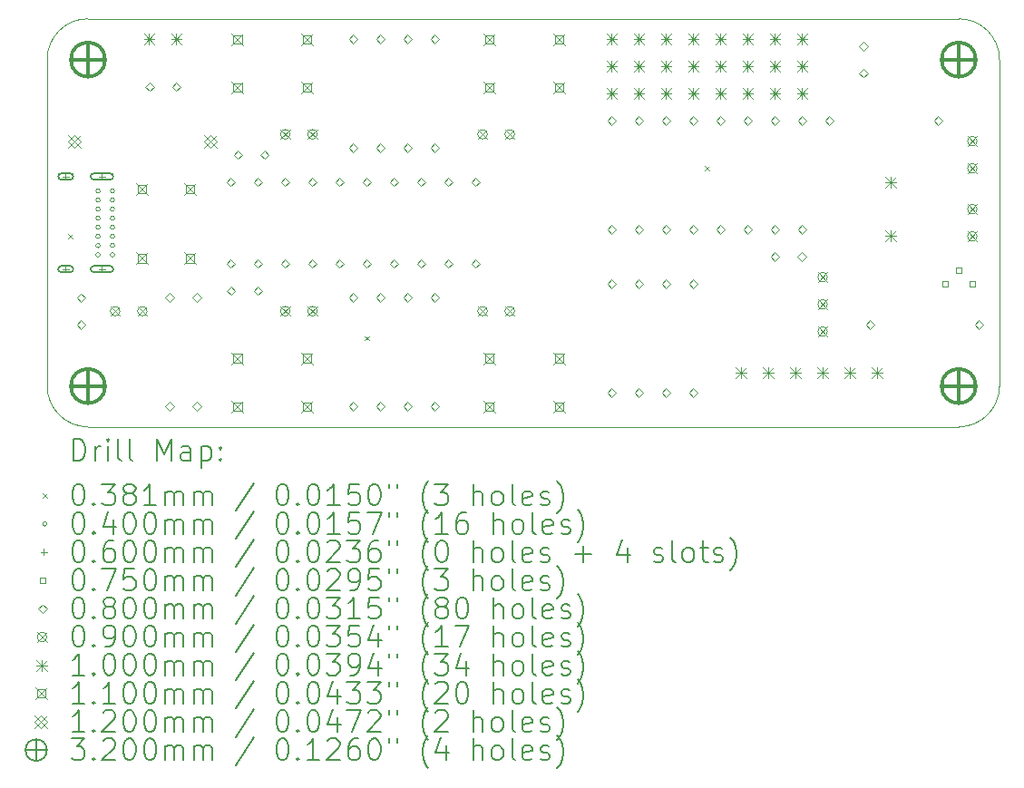
<source format=gbr>
%TF.GenerationSoftware,KiCad,Pcbnew,7.0.1-0*%
%TF.CreationDate,2023-03-30T00:24:29-04:00*%
%TF.ProjectId,UBMP430,55424d50-3433-4302-9e6b-696361645f70,3*%
%TF.SameCoordinates,Original*%
%TF.FileFunction,Drillmap*%
%TF.FilePolarity,Positive*%
%FSLAX45Y45*%
G04 Gerber Fmt 4.5, Leading zero omitted, Abs format (unit mm)*
G04 Created by KiCad (PCBNEW 7.0.1-0) date 2023-03-30 00:24:29*
%MOMM*%
%LPD*%
G01*
G04 APERTURE LIST*
%ADD10C,0.050800*%
%ADD11C,0.200000*%
%ADD12C,0.038100*%
%ADD13C,0.040000*%
%ADD14C,0.060000*%
%ADD15C,0.075000*%
%ADD16C,0.080000*%
%ADD17C,0.090000*%
%ADD18C,0.100000*%
%ADD19C,0.110000*%
%ADD20C,0.120000*%
%ADD21C,0.320000*%
G04 APERTURE END LIST*
D10*
X10160000Y-8636000D02*
X10160000Y-11684000D01*
X10541000Y-12065000D02*
X18669000Y-12065000D01*
X19050000Y-11684000D02*
X19050000Y-8636000D01*
X10541000Y-8255000D02*
G75*
G03*
X10160000Y-8636000I0J-381000D01*
G01*
X19050000Y-8636000D02*
G75*
G03*
X18669000Y-8255000I-381000J0D01*
G01*
X10160000Y-11684000D02*
G75*
G03*
X10541000Y-12065000I381000J0D01*
G01*
X18669000Y-12065000D02*
G75*
G03*
X19050000Y-11684000I0J381000D01*
G01*
X18669000Y-8255000D02*
X10541000Y-8255000D01*
D11*
D12*
X10356850Y-10267950D02*
X10394950Y-10306050D01*
X10394950Y-10267950D02*
X10356850Y-10306050D01*
X13125450Y-11220450D02*
X13163550Y-11258550D01*
X13163550Y-11220450D02*
X13125450Y-11258550D01*
X16300450Y-9632950D02*
X16338550Y-9671050D01*
X16338550Y-9632950D02*
X16300450Y-9671050D01*
D13*
X10654600Y-9862820D02*
G75*
G03*
X10654600Y-9862820I-20000J0D01*
G01*
X10654600Y-9947820D02*
G75*
G03*
X10654600Y-9947820I-20000J0D01*
G01*
X10654600Y-10032820D02*
G75*
G03*
X10654600Y-10032820I-20000J0D01*
G01*
X10654600Y-10117820D02*
G75*
G03*
X10654600Y-10117820I-20000J0D01*
G01*
X10654600Y-10202820D02*
G75*
G03*
X10654600Y-10202820I-20000J0D01*
G01*
X10654600Y-10287820D02*
G75*
G03*
X10654600Y-10287820I-20000J0D01*
G01*
X10654600Y-10372820D02*
G75*
G03*
X10654600Y-10372820I-20000J0D01*
G01*
X10654600Y-10457820D02*
G75*
G03*
X10654600Y-10457820I-20000J0D01*
G01*
X10789600Y-9862820D02*
G75*
G03*
X10789600Y-9862820I-20000J0D01*
G01*
X10789600Y-9947820D02*
G75*
G03*
X10789600Y-9947820I-20000J0D01*
G01*
X10789600Y-10032820D02*
G75*
G03*
X10789600Y-10032820I-20000J0D01*
G01*
X10789600Y-10117820D02*
G75*
G03*
X10789600Y-10117820I-20000J0D01*
G01*
X10789600Y-10202820D02*
G75*
G03*
X10789600Y-10202820I-20000J0D01*
G01*
X10789600Y-10287820D02*
G75*
G03*
X10789600Y-10287820I-20000J0D01*
G01*
X10789600Y-10372820D02*
G75*
G03*
X10789600Y-10372820I-20000J0D01*
G01*
X10789600Y-10457820D02*
G75*
G03*
X10789600Y-10457820I-20000J0D01*
G01*
D14*
X10333600Y-9697820D02*
X10333600Y-9757820D01*
X10303600Y-9727820D02*
X10363600Y-9727820D01*
D11*
X10373600Y-9697820D02*
X10293600Y-9697820D01*
X10293600Y-9697820D02*
G75*
G03*
X10293600Y-9757820I0J-30000D01*
G01*
X10293600Y-9757820D02*
X10373600Y-9757820D01*
X10373600Y-9757820D02*
G75*
G03*
X10373600Y-9697820I0J30000D01*
G01*
D14*
X10333600Y-10562820D02*
X10333600Y-10622820D01*
X10303600Y-10592820D02*
X10363600Y-10592820D01*
D11*
X10373600Y-10562820D02*
X10293600Y-10562820D01*
X10293600Y-10562820D02*
G75*
G03*
X10293600Y-10622820I0J-30000D01*
G01*
X10293600Y-10622820D02*
X10373600Y-10622820D01*
X10373600Y-10622820D02*
G75*
G03*
X10373600Y-10562820I0J30000D01*
G01*
D14*
X10671600Y-9697820D02*
X10671600Y-9757820D01*
X10641600Y-9727820D02*
X10701600Y-9727820D01*
D11*
X10746600Y-9697820D02*
X10596600Y-9697820D01*
X10596600Y-9697820D02*
G75*
G03*
X10596600Y-9757820I0J-30000D01*
G01*
X10596600Y-9757820D02*
X10746600Y-9757820D01*
X10746600Y-9757820D02*
G75*
G03*
X10746600Y-9697820I0J30000D01*
G01*
D14*
X10671600Y-10562820D02*
X10671600Y-10622820D01*
X10641600Y-10592820D02*
X10701600Y-10592820D01*
D11*
X10746600Y-10562820D02*
X10596600Y-10562820D01*
X10596600Y-10562820D02*
G75*
G03*
X10596600Y-10622820I0J-30000D01*
G01*
X10596600Y-10622820D02*
X10746600Y-10622820D01*
X10746600Y-10622820D02*
G75*
G03*
X10746600Y-10562820I0J30000D01*
G01*
D15*
X18568517Y-10758017D02*
X18568517Y-10704983D01*
X18515483Y-10704983D01*
X18515483Y-10758017D01*
X18568517Y-10758017D01*
X18695517Y-10631017D02*
X18695517Y-10577983D01*
X18642483Y-10577983D01*
X18642483Y-10631017D01*
X18695517Y-10631017D01*
X18822517Y-10758017D02*
X18822517Y-10704983D01*
X18769483Y-10704983D01*
X18769483Y-10758017D01*
X18822517Y-10758017D01*
D16*
X10477500Y-10900500D02*
X10517500Y-10860500D01*
X10477500Y-10820500D01*
X10437500Y-10860500D01*
X10477500Y-10900500D01*
X10477500Y-11150500D02*
X10517500Y-11110500D01*
X10477500Y-11070500D01*
X10437500Y-11110500D01*
X10477500Y-11150500D01*
X11116500Y-8930000D02*
X11156500Y-8890000D01*
X11116500Y-8850000D01*
X11076500Y-8890000D01*
X11116500Y-8930000D01*
X11303000Y-10898500D02*
X11343000Y-10858500D01*
X11303000Y-10818500D01*
X11263000Y-10858500D01*
X11303000Y-10898500D01*
X11303000Y-11914500D02*
X11343000Y-11874500D01*
X11303000Y-11834500D01*
X11263000Y-11874500D01*
X11303000Y-11914500D01*
X11366500Y-8930000D02*
X11406500Y-8890000D01*
X11366500Y-8850000D01*
X11326500Y-8890000D01*
X11366500Y-8930000D01*
X11557000Y-10898500D02*
X11597000Y-10858500D01*
X11557000Y-10818500D01*
X11517000Y-10858500D01*
X11557000Y-10898500D01*
X11557000Y-11914500D02*
X11597000Y-11874500D01*
X11557000Y-11834500D01*
X11517000Y-11874500D01*
X11557000Y-11914500D01*
X11874500Y-9819000D02*
X11914500Y-9779000D01*
X11874500Y-9739000D01*
X11834500Y-9779000D01*
X11874500Y-9819000D01*
X11874500Y-10581000D02*
X11914500Y-10541000D01*
X11874500Y-10501000D01*
X11834500Y-10541000D01*
X11874500Y-10581000D01*
X11876500Y-10835000D02*
X11916500Y-10795000D01*
X11876500Y-10755000D01*
X11836500Y-10795000D01*
X11876500Y-10835000D01*
X11940000Y-9565000D02*
X11980000Y-9525000D01*
X11940000Y-9485000D01*
X11900000Y-9525000D01*
X11940000Y-9565000D01*
X12126500Y-10835000D02*
X12166500Y-10795000D01*
X12126500Y-10755000D01*
X12086500Y-10795000D01*
X12126500Y-10835000D01*
X12128500Y-9819000D02*
X12168500Y-9779000D01*
X12128500Y-9739000D01*
X12088500Y-9779000D01*
X12128500Y-9819000D01*
X12128500Y-10581000D02*
X12168500Y-10541000D01*
X12128500Y-10501000D01*
X12088500Y-10541000D01*
X12128500Y-10581000D01*
X12190000Y-9565000D02*
X12230000Y-9525000D01*
X12190000Y-9485000D01*
X12150000Y-9525000D01*
X12190000Y-9565000D01*
X12382500Y-9819000D02*
X12422500Y-9779000D01*
X12382500Y-9739000D01*
X12342500Y-9779000D01*
X12382500Y-9819000D01*
X12382500Y-10581000D02*
X12422500Y-10541000D01*
X12382500Y-10501000D01*
X12342500Y-10541000D01*
X12382500Y-10581000D01*
X12636500Y-9819000D02*
X12676500Y-9779000D01*
X12636500Y-9739000D01*
X12596500Y-9779000D01*
X12636500Y-9819000D01*
X12636500Y-10581000D02*
X12676500Y-10541000D01*
X12636500Y-10501000D01*
X12596500Y-10541000D01*
X12636500Y-10581000D01*
X12890500Y-9819000D02*
X12930500Y-9779000D01*
X12890500Y-9739000D01*
X12850500Y-9779000D01*
X12890500Y-9819000D01*
X12890500Y-10581000D02*
X12930500Y-10541000D01*
X12890500Y-10501000D01*
X12850500Y-10541000D01*
X12890500Y-10581000D01*
X13017500Y-8485500D02*
X13057500Y-8445500D01*
X13017500Y-8405500D01*
X12977500Y-8445500D01*
X13017500Y-8485500D01*
X13017500Y-9501500D02*
X13057500Y-9461500D01*
X13017500Y-9421500D01*
X12977500Y-9461500D01*
X13017500Y-9501500D01*
X13017500Y-10898500D02*
X13057500Y-10858500D01*
X13017500Y-10818500D01*
X12977500Y-10858500D01*
X13017500Y-10898500D01*
X13017500Y-11914500D02*
X13057500Y-11874500D01*
X13017500Y-11834500D01*
X12977500Y-11874500D01*
X13017500Y-11914500D01*
X13144500Y-9819000D02*
X13184500Y-9779000D01*
X13144500Y-9739000D01*
X13104500Y-9779000D01*
X13144500Y-9819000D01*
X13144500Y-10581000D02*
X13184500Y-10541000D01*
X13144500Y-10501000D01*
X13104500Y-10541000D01*
X13144500Y-10581000D01*
X13271500Y-8485500D02*
X13311500Y-8445500D01*
X13271500Y-8405500D01*
X13231500Y-8445500D01*
X13271500Y-8485500D01*
X13271500Y-9501500D02*
X13311500Y-9461500D01*
X13271500Y-9421500D01*
X13231500Y-9461500D01*
X13271500Y-9501500D01*
X13271500Y-10898500D02*
X13311500Y-10858500D01*
X13271500Y-10818500D01*
X13231500Y-10858500D01*
X13271500Y-10898500D01*
X13271500Y-11914500D02*
X13311500Y-11874500D01*
X13271500Y-11834500D01*
X13231500Y-11874500D01*
X13271500Y-11914500D01*
X13398500Y-9819000D02*
X13438500Y-9779000D01*
X13398500Y-9739000D01*
X13358500Y-9779000D01*
X13398500Y-9819000D01*
X13398500Y-10581000D02*
X13438500Y-10541000D01*
X13398500Y-10501000D01*
X13358500Y-10541000D01*
X13398500Y-10581000D01*
X13525500Y-8485500D02*
X13565500Y-8445500D01*
X13525500Y-8405500D01*
X13485500Y-8445500D01*
X13525500Y-8485500D01*
X13525500Y-9501500D02*
X13565500Y-9461500D01*
X13525500Y-9421500D01*
X13485500Y-9461500D01*
X13525500Y-9501500D01*
X13525500Y-10898500D02*
X13565500Y-10858500D01*
X13525500Y-10818500D01*
X13485500Y-10858500D01*
X13525500Y-10898500D01*
X13525500Y-11914500D02*
X13565500Y-11874500D01*
X13525500Y-11834500D01*
X13485500Y-11874500D01*
X13525500Y-11914500D01*
X13652500Y-9819000D02*
X13692500Y-9779000D01*
X13652500Y-9739000D01*
X13612500Y-9779000D01*
X13652500Y-9819000D01*
X13652500Y-10581000D02*
X13692500Y-10541000D01*
X13652500Y-10501000D01*
X13612500Y-10541000D01*
X13652500Y-10581000D01*
X13779500Y-8485500D02*
X13819500Y-8445500D01*
X13779500Y-8405500D01*
X13739500Y-8445500D01*
X13779500Y-8485500D01*
X13779500Y-9501500D02*
X13819500Y-9461500D01*
X13779500Y-9421500D01*
X13739500Y-9461500D01*
X13779500Y-9501500D01*
X13779500Y-10898500D02*
X13819500Y-10858500D01*
X13779500Y-10818500D01*
X13739500Y-10858500D01*
X13779500Y-10898500D01*
X13779500Y-11914500D02*
X13819500Y-11874500D01*
X13779500Y-11834500D01*
X13739500Y-11874500D01*
X13779500Y-11914500D01*
X13906500Y-9819000D02*
X13946500Y-9779000D01*
X13906500Y-9739000D01*
X13866500Y-9779000D01*
X13906500Y-9819000D01*
X13906500Y-10581000D02*
X13946500Y-10541000D01*
X13906500Y-10501000D01*
X13866500Y-10541000D01*
X13906500Y-10581000D01*
X14160500Y-9819000D02*
X14200500Y-9779000D01*
X14160500Y-9739000D01*
X14120500Y-9779000D01*
X14160500Y-9819000D01*
X14160500Y-10581000D02*
X14200500Y-10541000D01*
X14160500Y-10501000D01*
X14120500Y-10541000D01*
X14160500Y-10581000D01*
X15430500Y-9247500D02*
X15470500Y-9207500D01*
X15430500Y-9167500D01*
X15390500Y-9207500D01*
X15430500Y-9247500D01*
X15430500Y-10263500D02*
X15470500Y-10223500D01*
X15430500Y-10183500D01*
X15390500Y-10223500D01*
X15430500Y-10263500D01*
X15430500Y-10771500D02*
X15470500Y-10731500D01*
X15430500Y-10691500D01*
X15390500Y-10731500D01*
X15430500Y-10771500D01*
X15430500Y-11787500D02*
X15470500Y-11747500D01*
X15430500Y-11707500D01*
X15390500Y-11747500D01*
X15430500Y-11787500D01*
X15684500Y-9247500D02*
X15724500Y-9207500D01*
X15684500Y-9167500D01*
X15644500Y-9207500D01*
X15684500Y-9247500D01*
X15684500Y-10263500D02*
X15724500Y-10223500D01*
X15684500Y-10183500D01*
X15644500Y-10223500D01*
X15684500Y-10263500D01*
X15684500Y-10771500D02*
X15724500Y-10731500D01*
X15684500Y-10691500D01*
X15644500Y-10731500D01*
X15684500Y-10771500D01*
X15684500Y-11787500D02*
X15724500Y-11747500D01*
X15684500Y-11707500D01*
X15644500Y-11747500D01*
X15684500Y-11787500D01*
X15938500Y-9247500D02*
X15978500Y-9207500D01*
X15938500Y-9167500D01*
X15898500Y-9207500D01*
X15938500Y-9247500D01*
X15938500Y-10263500D02*
X15978500Y-10223500D01*
X15938500Y-10183500D01*
X15898500Y-10223500D01*
X15938500Y-10263500D01*
X15938500Y-10771500D02*
X15978500Y-10731500D01*
X15938500Y-10691500D01*
X15898500Y-10731500D01*
X15938500Y-10771500D01*
X15938500Y-11787500D02*
X15978500Y-11747500D01*
X15938500Y-11707500D01*
X15898500Y-11747500D01*
X15938500Y-11787500D01*
X16192500Y-9247500D02*
X16232500Y-9207500D01*
X16192500Y-9167500D01*
X16152500Y-9207500D01*
X16192500Y-9247500D01*
X16192500Y-10263500D02*
X16232500Y-10223500D01*
X16192500Y-10183500D01*
X16152500Y-10223500D01*
X16192500Y-10263500D01*
X16192500Y-10771500D02*
X16232500Y-10731500D01*
X16192500Y-10691500D01*
X16152500Y-10731500D01*
X16192500Y-10771500D01*
X16192500Y-11787500D02*
X16232500Y-11747500D01*
X16192500Y-11707500D01*
X16152500Y-11747500D01*
X16192500Y-11787500D01*
X16446500Y-9247500D02*
X16486500Y-9207500D01*
X16446500Y-9167500D01*
X16406500Y-9207500D01*
X16446500Y-9247500D01*
X16446500Y-10263500D02*
X16486500Y-10223500D01*
X16446500Y-10183500D01*
X16406500Y-10223500D01*
X16446500Y-10263500D01*
X16700500Y-9247500D02*
X16740500Y-9207500D01*
X16700500Y-9167500D01*
X16660500Y-9207500D01*
X16700500Y-9247500D01*
X16700500Y-10263500D02*
X16740500Y-10223500D01*
X16700500Y-10183500D01*
X16660500Y-10223500D01*
X16700500Y-10263500D01*
X16954500Y-9247500D02*
X16994500Y-9207500D01*
X16954500Y-9167500D01*
X16914500Y-9207500D01*
X16954500Y-9247500D01*
X16954500Y-10263500D02*
X16994500Y-10223500D01*
X16954500Y-10183500D01*
X16914500Y-10223500D01*
X16954500Y-10263500D01*
X16954500Y-10517500D02*
X16994500Y-10477500D01*
X16954500Y-10437500D01*
X16914500Y-10477500D01*
X16954500Y-10517500D01*
X17204500Y-10517500D02*
X17244500Y-10477500D01*
X17204500Y-10437500D01*
X17164500Y-10477500D01*
X17204500Y-10517500D01*
X17208500Y-9247500D02*
X17248500Y-9207500D01*
X17208500Y-9167500D01*
X17168500Y-9207500D01*
X17208500Y-9247500D01*
X17208500Y-10263500D02*
X17248500Y-10223500D01*
X17208500Y-10183500D01*
X17168500Y-10223500D01*
X17208500Y-10263500D01*
X17462500Y-9247500D02*
X17502500Y-9207500D01*
X17462500Y-9167500D01*
X17422500Y-9207500D01*
X17462500Y-9247500D01*
X17780000Y-8553000D02*
X17820000Y-8513000D01*
X17780000Y-8473000D01*
X17740000Y-8513000D01*
X17780000Y-8553000D01*
X17780000Y-8803000D02*
X17820000Y-8763000D01*
X17780000Y-8723000D01*
X17740000Y-8763000D01*
X17780000Y-8803000D01*
X17843500Y-11152500D02*
X17883500Y-11112500D01*
X17843500Y-11072500D01*
X17803500Y-11112500D01*
X17843500Y-11152500D01*
X18478500Y-9247500D02*
X18518500Y-9207500D01*
X18478500Y-9167500D01*
X18438500Y-9207500D01*
X18478500Y-9247500D01*
X18859500Y-11152500D02*
X18899500Y-11112500D01*
X18859500Y-11072500D01*
X18819500Y-11112500D01*
X18859500Y-11152500D01*
D17*
X10749500Y-10940500D02*
X10839500Y-11030500D01*
X10839500Y-10940500D02*
X10749500Y-11030500D01*
X10839500Y-10985500D02*
G75*
G03*
X10839500Y-10985500I-45000J0D01*
G01*
X11003500Y-10940500D02*
X11093500Y-11030500D01*
X11093500Y-10940500D02*
X11003500Y-11030500D01*
X11093500Y-10985500D02*
G75*
G03*
X11093500Y-10985500I-45000J0D01*
G01*
X12337500Y-9289500D02*
X12427500Y-9379500D01*
X12427500Y-9289500D02*
X12337500Y-9379500D01*
X12427500Y-9334500D02*
G75*
G03*
X12427500Y-9334500I-45000J0D01*
G01*
X12337500Y-10940500D02*
X12427500Y-11030500D01*
X12427500Y-10940500D02*
X12337500Y-11030500D01*
X12427500Y-10985500D02*
G75*
G03*
X12427500Y-10985500I-45000J0D01*
G01*
X12591500Y-9289500D02*
X12681500Y-9379500D01*
X12681500Y-9289500D02*
X12591500Y-9379500D01*
X12681500Y-9334500D02*
G75*
G03*
X12681500Y-9334500I-45000J0D01*
G01*
X12591500Y-10940500D02*
X12681500Y-11030500D01*
X12681500Y-10940500D02*
X12591500Y-11030500D01*
X12681500Y-10985500D02*
G75*
G03*
X12681500Y-10985500I-45000J0D01*
G01*
X14179000Y-9289500D02*
X14269000Y-9379500D01*
X14269000Y-9289500D02*
X14179000Y-9379500D01*
X14269000Y-9334500D02*
G75*
G03*
X14269000Y-9334500I-45000J0D01*
G01*
X14179000Y-10940500D02*
X14269000Y-11030500D01*
X14269000Y-10940500D02*
X14179000Y-11030500D01*
X14269000Y-10985500D02*
G75*
G03*
X14269000Y-10985500I-45000J0D01*
G01*
X14433000Y-9289500D02*
X14523000Y-9379500D01*
X14523000Y-9289500D02*
X14433000Y-9379500D01*
X14523000Y-9334500D02*
G75*
G03*
X14523000Y-9334500I-45000J0D01*
G01*
X14433000Y-10940500D02*
X14523000Y-11030500D01*
X14523000Y-10940500D02*
X14433000Y-11030500D01*
X14523000Y-10985500D02*
G75*
G03*
X14523000Y-10985500I-45000J0D01*
G01*
X17354000Y-10623000D02*
X17444000Y-10713000D01*
X17444000Y-10623000D02*
X17354000Y-10713000D01*
X17444000Y-10668000D02*
G75*
G03*
X17444000Y-10668000I-45000J0D01*
G01*
X17354000Y-10877000D02*
X17444000Y-10967000D01*
X17444000Y-10877000D02*
X17354000Y-10967000D01*
X17444000Y-10922000D02*
G75*
G03*
X17444000Y-10922000I-45000J0D01*
G01*
X17354000Y-11131000D02*
X17444000Y-11221000D01*
X17444000Y-11131000D02*
X17354000Y-11221000D01*
X17444000Y-11176000D02*
G75*
G03*
X17444000Y-11176000I-45000J0D01*
G01*
X18751000Y-9353000D02*
X18841000Y-9443000D01*
X18841000Y-9353000D02*
X18751000Y-9443000D01*
X18841000Y-9398000D02*
G75*
G03*
X18841000Y-9398000I-45000J0D01*
G01*
X18751000Y-9607000D02*
X18841000Y-9697000D01*
X18841000Y-9607000D02*
X18751000Y-9697000D01*
X18841000Y-9652000D02*
G75*
G03*
X18841000Y-9652000I-45000J0D01*
G01*
X18751000Y-9988000D02*
X18841000Y-10078000D01*
X18841000Y-9988000D02*
X18751000Y-10078000D01*
X18841000Y-10033000D02*
G75*
G03*
X18841000Y-10033000I-45000J0D01*
G01*
X18751000Y-10242000D02*
X18841000Y-10332000D01*
X18841000Y-10242000D02*
X18751000Y-10332000D01*
X18841000Y-10287000D02*
G75*
G03*
X18841000Y-10287000I-45000J0D01*
G01*
D18*
X11062500Y-8395500D02*
X11162500Y-8495500D01*
X11162500Y-8395500D02*
X11062500Y-8495500D01*
X11112500Y-8395500D02*
X11112500Y-8495500D01*
X11062500Y-8445500D02*
X11162500Y-8445500D01*
X11316500Y-8395500D02*
X11416500Y-8495500D01*
X11416500Y-8395500D02*
X11316500Y-8495500D01*
X11366500Y-8395500D02*
X11366500Y-8495500D01*
X11316500Y-8445500D02*
X11416500Y-8445500D01*
X15380500Y-8395500D02*
X15480500Y-8495500D01*
X15480500Y-8395500D02*
X15380500Y-8495500D01*
X15430500Y-8395500D02*
X15430500Y-8495500D01*
X15380500Y-8445500D02*
X15480500Y-8445500D01*
X15380500Y-8649500D02*
X15480500Y-8749500D01*
X15480500Y-8649500D02*
X15380500Y-8749500D01*
X15430500Y-8649500D02*
X15430500Y-8749500D01*
X15380500Y-8699500D02*
X15480500Y-8699500D01*
X15380500Y-8903500D02*
X15480500Y-9003500D01*
X15480500Y-8903500D02*
X15380500Y-9003500D01*
X15430500Y-8903500D02*
X15430500Y-9003500D01*
X15380500Y-8953500D02*
X15480500Y-8953500D01*
X15634500Y-8395500D02*
X15734500Y-8495500D01*
X15734500Y-8395500D02*
X15634500Y-8495500D01*
X15684500Y-8395500D02*
X15684500Y-8495500D01*
X15634500Y-8445500D02*
X15734500Y-8445500D01*
X15634500Y-8649500D02*
X15734500Y-8749500D01*
X15734500Y-8649500D02*
X15634500Y-8749500D01*
X15684500Y-8649500D02*
X15684500Y-8749500D01*
X15634500Y-8699500D02*
X15734500Y-8699500D01*
X15634500Y-8903500D02*
X15734500Y-9003500D01*
X15734500Y-8903500D02*
X15634500Y-9003500D01*
X15684500Y-8903500D02*
X15684500Y-9003500D01*
X15634500Y-8953500D02*
X15734500Y-8953500D01*
X15888500Y-8395500D02*
X15988500Y-8495500D01*
X15988500Y-8395500D02*
X15888500Y-8495500D01*
X15938500Y-8395500D02*
X15938500Y-8495500D01*
X15888500Y-8445500D02*
X15988500Y-8445500D01*
X15888500Y-8649500D02*
X15988500Y-8749500D01*
X15988500Y-8649500D02*
X15888500Y-8749500D01*
X15938500Y-8649500D02*
X15938500Y-8749500D01*
X15888500Y-8699500D02*
X15988500Y-8699500D01*
X15888500Y-8903500D02*
X15988500Y-9003500D01*
X15988500Y-8903500D02*
X15888500Y-9003500D01*
X15938500Y-8903500D02*
X15938500Y-9003500D01*
X15888500Y-8953500D02*
X15988500Y-8953500D01*
X16142500Y-8395500D02*
X16242500Y-8495500D01*
X16242500Y-8395500D02*
X16142500Y-8495500D01*
X16192500Y-8395500D02*
X16192500Y-8495500D01*
X16142500Y-8445500D02*
X16242500Y-8445500D01*
X16142500Y-8649500D02*
X16242500Y-8749500D01*
X16242500Y-8649500D02*
X16142500Y-8749500D01*
X16192500Y-8649500D02*
X16192500Y-8749500D01*
X16142500Y-8699500D02*
X16242500Y-8699500D01*
X16142500Y-8903500D02*
X16242500Y-9003500D01*
X16242500Y-8903500D02*
X16142500Y-9003500D01*
X16192500Y-8903500D02*
X16192500Y-9003500D01*
X16142500Y-8953500D02*
X16242500Y-8953500D01*
X16396500Y-8395500D02*
X16496500Y-8495500D01*
X16496500Y-8395500D02*
X16396500Y-8495500D01*
X16446500Y-8395500D02*
X16446500Y-8495500D01*
X16396500Y-8445500D02*
X16496500Y-8445500D01*
X16396500Y-8649500D02*
X16496500Y-8749500D01*
X16496500Y-8649500D02*
X16396500Y-8749500D01*
X16446500Y-8649500D02*
X16446500Y-8749500D01*
X16396500Y-8699500D02*
X16496500Y-8699500D01*
X16396500Y-8903500D02*
X16496500Y-9003500D01*
X16496500Y-8903500D02*
X16396500Y-9003500D01*
X16446500Y-8903500D02*
X16446500Y-9003500D01*
X16396500Y-8953500D02*
X16496500Y-8953500D01*
X16587000Y-11507000D02*
X16687000Y-11607000D01*
X16687000Y-11507000D02*
X16587000Y-11607000D01*
X16637000Y-11507000D02*
X16637000Y-11607000D01*
X16587000Y-11557000D02*
X16687000Y-11557000D01*
X16650500Y-8395500D02*
X16750500Y-8495500D01*
X16750500Y-8395500D02*
X16650500Y-8495500D01*
X16700500Y-8395500D02*
X16700500Y-8495500D01*
X16650500Y-8445500D02*
X16750500Y-8445500D01*
X16650500Y-8649500D02*
X16750500Y-8749500D01*
X16750500Y-8649500D02*
X16650500Y-8749500D01*
X16700500Y-8649500D02*
X16700500Y-8749500D01*
X16650500Y-8699500D02*
X16750500Y-8699500D01*
X16650500Y-8903500D02*
X16750500Y-9003500D01*
X16750500Y-8903500D02*
X16650500Y-9003500D01*
X16700500Y-8903500D02*
X16700500Y-9003500D01*
X16650500Y-8953500D02*
X16750500Y-8953500D01*
X16841000Y-11507000D02*
X16941000Y-11607000D01*
X16941000Y-11507000D02*
X16841000Y-11607000D01*
X16891000Y-11507000D02*
X16891000Y-11607000D01*
X16841000Y-11557000D02*
X16941000Y-11557000D01*
X16904500Y-8395500D02*
X17004500Y-8495500D01*
X17004500Y-8395500D02*
X16904500Y-8495500D01*
X16954500Y-8395500D02*
X16954500Y-8495500D01*
X16904500Y-8445500D02*
X17004500Y-8445500D01*
X16904500Y-8649500D02*
X17004500Y-8749500D01*
X17004500Y-8649500D02*
X16904500Y-8749500D01*
X16954500Y-8649500D02*
X16954500Y-8749500D01*
X16904500Y-8699500D02*
X17004500Y-8699500D01*
X16904500Y-8903500D02*
X17004500Y-9003500D01*
X17004500Y-8903500D02*
X16904500Y-9003500D01*
X16954500Y-8903500D02*
X16954500Y-9003500D01*
X16904500Y-8953500D02*
X17004500Y-8953500D01*
X17095000Y-11507000D02*
X17195000Y-11607000D01*
X17195000Y-11507000D02*
X17095000Y-11607000D01*
X17145000Y-11507000D02*
X17145000Y-11607000D01*
X17095000Y-11557000D02*
X17195000Y-11557000D01*
X17158500Y-8395500D02*
X17258500Y-8495500D01*
X17258500Y-8395500D02*
X17158500Y-8495500D01*
X17208500Y-8395500D02*
X17208500Y-8495500D01*
X17158500Y-8445500D02*
X17258500Y-8445500D01*
X17158500Y-8649500D02*
X17258500Y-8749500D01*
X17258500Y-8649500D02*
X17158500Y-8749500D01*
X17208500Y-8649500D02*
X17208500Y-8749500D01*
X17158500Y-8699500D02*
X17258500Y-8699500D01*
X17158500Y-8903500D02*
X17258500Y-9003500D01*
X17258500Y-8903500D02*
X17158500Y-9003500D01*
X17208500Y-8903500D02*
X17208500Y-9003500D01*
X17158500Y-8953500D02*
X17258500Y-8953500D01*
X17349000Y-11507000D02*
X17449000Y-11607000D01*
X17449000Y-11507000D02*
X17349000Y-11607000D01*
X17399000Y-11507000D02*
X17399000Y-11607000D01*
X17349000Y-11557000D02*
X17449000Y-11557000D01*
X17603000Y-11507000D02*
X17703000Y-11607000D01*
X17703000Y-11507000D02*
X17603000Y-11607000D01*
X17653000Y-11507000D02*
X17653000Y-11607000D01*
X17603000Y-11557000D02*
X17703000Y-11557000D01*
X17857000Y-11507000D02*
X17957000Y-11607000D01*
X17957000Y-11507000D02*
X17857000Y-11607000D01*
X17907000Y-11507000D02*
X17907000Y-11607000D01*
X17857000Y-11557000D02*
X17957000Y-11557000D01*
X17984000Y-9729000D02*
X18084000Y-9829000D01*
X18084000Y-9729000D02*
X17984000Y-9829000D01*
X18034000Y-9729000D02*
X18034000Y-9829000D01*
X17984000Y-9779000D02*
X18084000Y-9779000D01*
X17984000Y-10229000D02*
X18084000Y-10329000D01*
X18084000Y-10229000D02*
X17984000Y-10329000D01*
X18034000Y-10229000D02*
X18034000Y-10329000D01*
X17984000Y-10279000D02*
X18084000Y-10279000D01*
D19*
X10988500Y-9787500D02*
X11098500Y-9897500D01*
X11098500Y-9787500D02*
X10988500Y-9897500D01*
X11082391Y-9881391D02*
X11082391Y-9803609D01*
X11004609Y-9803609D01*
X11004609Y-9881391D01*
X11082391Y-9881391D01*
X10988500Y-10437500D02*
X11098500Y-10547500D01*
X11098500Y-10437500D02*
X10988500Y-10547500D01*
X11082391Y-10531391D02*
X11082391Y-10453609D01*
X11004609Y-10453609D01*
X11004609Y-10531391D01*
X11082391Y-10531391D01*
X11438500Y-9787500D02*
X11548500Y-9897500D01*
X11548500Y-9787500D02*
X11438500Y-9897500D01*
X11532391Y-9881391D02*
X11532391Y-9803609D01*
X11454609Y-9803609D01*
X11454609Y-9881391D01*
X11532391Y-9881391D01*
X11438500Y-10437500D02*
X11548500Y-10547500D01*
X11548500Y-10437500D02*
X11438500Y-10547500D01*
X11532391Y-10531391D02*
X11532391Y-10453609D01*
X11454609Y-10453609D01*
X11454609Y-10531391D01*
X11532391Y-10531391D01*
X11883000Y-8390500D02*
X11993000Y-8500500D01*
X11993000Y-8390500D02*
X11883000Y-8500500D01*
X11976891Y-8484391D02*
X11976891Y-8406609D01*
X11899109Y-8406609D01*
X11899109Y-8484391D01*
X11976891Y-8484391D01*
X11883000Y-8840500D02*
X11993000Y-8950500D01*
X11993000Y-8840500D02*
X11883000Y-8950500D01*
X11976891Y-8934391D02*
X11976891Y-8856609D01*
X11899109Y-8856609D01*
X11899109Y-8934391D01*
X11976891Y-8934391D01*
X11883000Y-11369500D02*
X11993000Y-11479500D01*
X11993000Y-11369500D02*
X11883000Y-11479500D01*
X11976891Y-11463391D02*
X11976891Y-11385609D01*
X11899109Y-11385609D01*
X11899109Y-11463391D01*
X11976891Y-11463391D01*
X11883000Y-11819500D02*
X11993000Y-11929500D01*
X11993000Y-11819500D02*
X11883000Y-11929500D01*
X11976891Y-11913391D02*
X11976891Y-11835609D01*
X11899109Y-11835609D01*
X11899109Y-11913391D01*
X11976891Y-11913391D01*
X12533000Y-8390500D02*
X12643000Y-8500500D01*
X12643000Y-8390500D02*
X12533000Y-8500500D01*
X12626891Y-8484391D02*
X12626891Y-8406609D01*
X12549109Y-8406609D01*
X12549109Y-8484391D01*
X12626891Y-8484391D01*
X12533000Y-8840500D02*
X12643000Y-8950500D01*
X12643000Y-8840500D02*
X12533000Y-8950500D01*
X12626891Y-8934391D02*
X12626891Y-8856609D01*
X12549109Y-8856609D01*
X12549109Y-8934391D01*
X12626891Y-8934391D01*
X12533000Y-11369500D02*
X12643000Y-11479500D01*
X12643000Y-11369500D02*
X12533000Y-11479500D01*
X12626891Y-11463391D02*
X12626891Y-11385609D01*
X12549109Y-11385609D01*
X12549109Y-11463391D01*
X12626891Y-11463391D01*
X12533000Y-11819500D02*
X12643000Y-11929500D01*
X12643000Y-11819500D02*
X12533000Y-11929500D01*
X12626891Y-11913391D02*
X12626891Y-11835609D01*
X12549109Y-11835609D01*
X12549109Y-11913391D01*
X12626891Y-11913391D01*
X14232500Y-8390500D02*
X14342500Y-8500500D01*
X14342500Y-8390500D02*
X14232500Y-8500500D01*
X14326391Y-8484391D02*
X14326391Y-8406609D01*
X14248609Y-8406609D01*
X14248609Y-8484391D01*
X14326391Y-8484391D01*
X14232500Y-8840500D02*
X14342500Y-8950500D01*
X14342500Y-8840500D02*
X14232500Y-8950500D01*
X14326391Y-8934391D02*
X14326391Y-8856609D01*
X14248609Y-8856609D01*
X14248609Y-8934391D01*
X14326391Y-8934391D01*
X14232500Y-11369500D02*
X14342500Y-11479500D01*
X14342500Y-11369500D02*
X14232500Y-11479500D01*
X14326391Y-11463391D02*
X14326391Y-11385609D01*
X14248609Y-11385609D01*
X14248609Y-11463391D01*
X14326391Y-11463391D01*
X14232500Y-11819500D02*
X14342500Y-11929500D01*
X14342500Y-11819500D02*
X14232500Y-11929500D01*
X14326391Y-11913391D02*
X14326391Y-11835609D01*
X14248609Y-11835609D01*
X14248609Y-11913391D01*
X14326391Y-11913391D01*
X14882500Y-8390500D02*
X14992500Y-8500500D01*
X14992500Y-8390500D02*
X14882500Y-8500500D01*
X14976391Y-8484391D02*
X14976391Y-8406609D01*
X14898609Y-8406609D01*
X14898609Y-8484391D01*
X14976391Y-8484391D01*
X14882500Y-8840500D02*
X14992500Y-8950500D01*
X14992500Y-8840500D02*
X14882500Y-8950500D01*
X14976391Y-8934391D02*
X14976391Y-8856609D01*
X14898609Y-8856609D01*
X14898609Y-8934391D01*
X14976391Y-8934391D01*
X14882500Y-11369500D02*
X14992500Y-11479500D01*
X14992500Y-11369500D02*
X14882500Y-11479500D01*
X14976391Y-11463391D02*
X14976391Y-11385609D01*
X14898609Y-11385609D01*
X14898609Y-11463391D01*
X14976391Y-11463391D01*
X14882500Y-11819500D02*
X14992500Y-11929500D01*
X14992500Y-11819500D02*
X14882500Y-11929500D01*
X14976391Y-11913391D02*
X14976391Y-11835609D01*
X14898609Y-11835609D01*
X14898609Y-11913391D01*
X14976391Y-11913391D01*
D20*
X10354000Y-9338000D02*
X10474000Y-9458000D01*
X10474000Y-9338000D02*
X10354000Y-9458000D01*
X10414000Y-9458000D02*
X10474000Y-9398000D01*
X10414000Y-9338000D01*
X10354000Y-9398000D01*
X10414000Y-9458000D01*
X11624000Y-9338000D02*
X11744000Y-9458000D01*
X11744000Y-9338000D02*
X11624000Y-9458000D01*
X11684000Y-9458000D02*
X11744000Y-9398000D01*
X11684000Y-9338000D01*
X11624000Y-9398000D01*
X11684000Y-9458000D01*
D21*
X10541000Y-8476000D02*
X10541000Y-8796000D01*
X10381000Y-8636000D02*
X10701000Y-8636000D01*
X10701000Y-8636000D02*
G75*
G03*
X10701000Y-8636000I-160000J0D01*
G01*
X10541000Y-11524000D02*
X10541000Y-11844000D01*
X10381000Y-11684000D02*
X10701000Y-11684000D01*
X10701000Y-11684000D02*
G75*
G03*
X10701000Y-11684000I-160000J0D01*
G01*
X18669000Y-8476000D02*
X18669000Y-8796000D01*
X18509000Y-8636000D02*
X18829000Y-8636000D01*
X18829000Y-8636000D02*
G75*
G03*
X18829000Y-8636000I-160000J0D01*
G01*
X18669000Y-11524000D02*
X18669000Y-11844000D01*
X18509000Y-11684000D02*
X18829000Y-11684000D01*
X18829000Y-11684000D02*
G75*
G03*
X18829000Y-11684000I-160000J0D01*
G01*
D11*
X10405079Y-12380064D02*
X10405079Y-12180064D01*
X10405079Y-12180064D02*
X10452698Y-12180064D01*
X10452698Y-12180064D02*
X10481270Y-12189588D01*
X10481270Y-12189588D02*
X10500317Y-12208635D01*
X10500317Y-12208635D02*
X10509841Y-12227683D01*
X10509841Y-12227683D02*
X10519365Y-12265778D01*
X10519365Y-12265778D02*
X10519365Y-12294349D01*
X10519365Y-12294349D02*
X10509841Y-12332445D01*
X10509841Y-12332445D02*
X10500317Y-12351492D01*
X10500317Y-12351492D02*
X10481270Y-12370540D01*
X10481270Y-12370540D02*
X10452698Y-12380064D01*
X10452698Y-12380064D02*
X10405079Y-12380064D01*
X10605079Y-12380064D02*
X10605079Y-12246730D01*
X10605079Y-12284826D02*
X10614603Y-12265778D01*
X10614603Y-12265778D02*
X10624127Y-12256254D01*
X10624127Y-12256254D02*
X10643174Y-12246730D01*
X10643174Y-12246730D02*
X10662222Y-12246730D01*
X10728889Y-12380064D02*
X10728889Y-12246730D01*
X10728889Y-12180064D02*
X10719365Y-12189588D01*
X10719365Y-12189588D02*
X10728889Y-12199111D01*
X10728889Y-12199111D02*
X10738412Y-12189588D01*
X10738412Y-12189588D02*
X10728889Y-12180064D01*
X10728889Y-12180064D02*
X10728889Y-12199111D01*
X10852698Y-12380064D02*
X10833650Y-12370540D01*
X10833650Y-12370540D02*
X10824127Y-12351492D01*
X10824127Y-12351492D02*
X10824127Y-12180064D01*
X10957460Y-12380064D02*
X10938412Y-12370540D01*
X10938412Y-12370540D02*
X10928889Y-12351492D01*
X10928889Y-12351492D02*
X10928889Y-12180064D01*
X11186031Y-12380064D02*
X11186031Y-12180064D01*
X11186031Y-12180064D02*
X11252698Y-12322921D01*
X11252698Y-12322921D02*
X11319365Y-12180064D01*
X11319365Y-12180064D02*
X11319365Y-12380064D01*
X11500317Y-12380064D02*
X11500317Y-12275302D01*
X11500317Y-12275302D02*
X11490793Y-12256254D01*
X11490793Y-12256254D02*
X11471746Y-12246730D01*
X11471746Y-12246730D02*
X11433650Y-12246730D01*
X11433650Y-12246730D02*
X11414603Y-12256254D01*
X11500317Y-12370540D02*
X11481269Y-12380064D01*
X11481269Y-12380064D02*
X11433650Y-12380064D01*
X11433650Y-12380064D02*
X11414603Y-12370540D01*
X11414603Y-12370540D02*
X11405079Y-12351492D01*
X11405079Y-12351492D02*
X11405079Y-12332445D01*
X11405079Y-12332445D02*
X11414603Y-12313397D01*
X11414603Y-12313397D02*
X11433650Y-12303873D01*
X11433650Y-12303873D02*
X11481269Y-12303873D01*
X11481269Y-12303873D02*
X11500317Y-12294349D01*
X11595555Y-12246730D02*
X11595555Y-12446730D01*
X11595555Y-12256254D02*
X11614603Y-12246730D01*
X11614603Y-12246730D02*
X11652698Y-12246730D01*
X11652698Y-12246730D02*
X11671746Y-12256254D01*
X11671746Y-12256254D02*
X11681269Y-12265778D01*
X11681269Y-12265778D02*
X11690793Y-12284826D01*
X11690793Y-12284826D02*
X11690793Y-12341968D01*
X11690793Y-12341968D02*
X11681269Y-12361016D01*
X11681269Y-12361016D02*
X11671746Y-12370540D01*
X11671746Y-12370540D02*
X11652698Y-12380064D01*
X11652698Y-12380064D02*
X11614603Y-12380064D01*
X11614603Y-12380064D02*
X11595555Y-12370540D01*
X11776508Y-12361016D02*
X11786031Y-12370540D01*
X11786031Y-12370540D02*
X11776508Y-12380064D01*
X11776508Y-12380064D02*
X11766984Y-12370540D01*
X11766984Y-12370540D02*
X11776508Y-12361016D01*
X11776508Y-12361016D02*
X11776508Y-12380064D01*
X11776508Y-12256254D02*
X11786031Y-12265778D01*
X11786031Y-12265778D02*
X11776508Y-12275302D01*
X11776508Y-12275302D02*
X11766984Y-12265778D01*
X11766984Y-12265778D02*
X11776508Y-12256254D01*
X11776508Y-12256254D02*
X11776508Y-12275302D01*
D12*
X10119360Y-12688490D02*
X10157460Y-12726590D01*
X10157460Y-12688490D02*
X10119360Y-12726590D01*
D11*
X10443174Y-12600064D02*
X10462222Y-12600064D01*
X10462222Y-12600064D02*
X10481270Y-12609588D01*
X10481270Y-12609588D02*
X10490793Y-12619111D01*
X10490793Y-12619111D02*
X10500317Y-12638159D01*
X10500317Y-12638159D02*
X10509841Y-12676254D01*
X10509841Y-12676254D02*
X10509841Y-12723873D01*
X10509841Y-12723873D02*
X10500317Y-12761968D01*
X10500317Y-12761968D02*
X10490793Y-12781016D01*
X10490793Y-12781016D02*
X10481270Y-12790540D01*
X10481270Y-12790540D02*
X10462222Y-12800064D01*
X10462222Y-12800064D02*
X10443174Y-12800064D01*
X10443174Y-12800064D02*
X10424127Y-12790540D01*
X10424127Y-12790540D02*
X10414603Y-12781016D01*
X10414603Y-12781016D02*
X10405079Y-12761968D01*
X10405079Y-12761968D02*
X10395555Y-12723873D01*
X10395555Y-12723873D02*
X10395555Y-12676254D01*
X10395555Y-12676254D02*
X10405079Y-12638159D01*
X10405079Y-12638159D02*
X10414603Y-12619111D01*
X10414603Y-12619111D02*
X10424127Y-12609588D01*
X10424127Y-12609588D02*
X10443174Y-12600064D01*
X10595555Y-12781016D02*
X10605079Y-12790540D01*
X10605079Y-12790540D02*
X10595555Y-12800064D01*
X10595555Y-12800064D02*
X10586031Y-12790540D01*
X10586031Y-12790540D02*
X10595555Y-12781016D01*
X10595555Y-12781016D02*
X10595555Y-12800064D01*
X10671746Y-12600064D02*
X10795555Y-12600064D01*
X10795555Y-12600064D02*
X10728889Y-12676254D01*
X10728889Y-12676254D02*
X10757460Y-12676254D01*
X10757460Y-12676254D02*
X10776508Y-12685778D01*
X10776508Y-12685778D02*
X10786031Y-12695302D01*
X10786031Y-12695302D02*
X10795555Y-12714349D01*
X10795555Y-12714349D02*
X10795555Y-12761968D01*
X10795555Y-12761968D02*
X10786031Y-12781016D01*
X10786031Y-12781016D02*
X10776508Y-12790540D01*
X10776508Y-12790540D02*
X10757460Y-12800064D01*
X10757460Y-12800064D02*
X10700317Y-12800064D01*
X10700317Y-12800064D02*
X10681270Y-12790540D01*
X10681270Y-12790540D02*
X10671746Y-12781016D01*
X10909841Y-12685778D02*
X10890793Y-12676254D01*
X10890793Y-12676254D02*
X10881270Y-12666730D01*
X10881270Y-12666730D02*
X10871746Y-12647683D01*
X10871746Y-12647683D02*
X10871746Y-12638159D01*
X10871746Y-12638159D02*
X10881270Y-12619111D01*
X10881270Y-12619111D02*
X10890793Y-12609588D01*
X10890793Y-12609588D02*
X10909841Y-12600064D01*
X10909841Y-12600064D02*
X10947936Y-12600064D01*
X10947936Y-12600064D02*
X10966984Y-12609588D01*
X10966984Y-12609588D02*
X10976508Y-12619111D01*
X10976508Y-12619111D02*
X10986031Y-12638159D01*
X10986031Y-12638159D02*
X10986031Y-12647683D01*
X10986031Y-12647683D02*
X10976508Y-12666730D01*
X10976508Y-12666730D02*
X10966984Y-12676254D01*
X10966984Y-12676254D02*
X10947936Y-12685778D01*
X10947936Y-12685778D02*
X10909841Y-12685778D01*
X10909841Y-12685778D02*
X10890793Y-12695302D01*
X10890793Y-12695302D02*
X10881270Y-12704826D01*
X10881270Y-12704826D02*
X10871746Y-12723873D01*
X10871746Y-12723873D02*
X10871746Y-12761968D01*
X10871746Y-12761968D02*
X10881270Y-12781016D01*
X10881270Y-12781016D02*
X10890793Y-12790540D01*
X10890793Y-12790540D02*
X10909841Y-12800064D01*
X10909841Y-12800064D02*
X10947936Y-12800064D01*
X10947936Y-12800064D02*
X10966984Y-12790540D01*
X10966984Y-12790540D02*
X10976508Y-12781016D01*
X10976508Y-12781016D02*
X10986031Y-12761968D01*
X10986031Y-12761968D02*
X10986031Y-12723873D01*
X10986031Y-12723873D02*
X10976508Y-12704826D01*
X10976508Y-12704826D02*
X10966984Y-12695302D01*
X10966984Y-12695302D02*
X10947936Y-12685778D01*
X11176508Y-12800064D02*
X11062222Y-12800064D01*
X11119365Y-12800064D02*
X11119365Y-12600064D01*
X11119365Y-12600064D02*
X11100317Y-12628635D01*
X11100317Y-12628635D02*
X11081270Y-12647683D01*
X11081270Y-12647683D02*
X11062222Y-12657207D01*
X11262222Y-12800064D02*
X11262222Y-12666730D01*
X11262222Y-12685778D02*
X11271746Y-12676254D01*
X11271746Y-12676254D02*
X11290793Y-12666730D01*
X11290793Y-12666730D02*
X11319365Y-12666730D01*
X11319365Y-12666730D02*
X11338412Y-12676254D01*
X11338412Y-12676254D02*
X11347936Y-12695302D01*
X11347936Y-12695302D02*
X11347936Y-12800064D01*
X11347936Y-12695302D02*
X11357460Y-12676254D01*
X11357460Y-12676254D02*
X11376508Y-12666730D01*
X11376508Y-12666730D02*
X11405079Y-12666730D01*
X11405079Y-12666730D02*
X11424127Y-12676254D01*
X11424127Y-12676254D02*
X11433650Y-12695302D01*
X11433650Y-12695302D02*
X11433650Y-12800064D01*
X11528889Y-12800064D02*
X11528889Y-12666730D01*
X11528889Y-12685778D02*
X11538412Y-12676254D01*
X11538412Y-12676254D02*
X11557460Y-12666730D01*
X11557460Y-12666730D02*
X11586031Y-12666730D01*
X11586031Y-12666730D02*
X11605079Y-12676254D01*
X11605079Y-12676254D02*
X11614603Y-12695302D01*
X11614603Y-12695302D02*
X11614603Y-12800064D01*
X11614603Y-12695302D02*
X11624127Y-12676254D01*
X11624127Y-12676254D02*
X11643174Y-12666730D01*
X11643174Y-12666730D02*
X11671746Y-12666730D01*
X11671746Y-12666730D02*
X11690793Y-12676254D01*
X11690793Y-12676254D02*
X11700317Y-12695302D01*
X11700317Y-12695302D02*
X11700317Y-12800064D01*
X12090793Y-12590540D02*
X11919365Y-12847683D01*
X12347936Y-12600064D02*
X12366984Y-12600064D01*
X12366984Y-12600064D02*
X12386032Y-12609588D01*
X12386032Y-12609588D02*
X12395555Y-12619111D01*
X12395555Y-12619111D02*
X12405079Y-12638159D01*
X12405079Y-12638159D02*
X12414603Y-12676254D01*
X12414603Y-12676254D02*
X12414603Y-12723873D01*
X12414603Y-12723873D02*
X12405079Y-12761968D01*
X12405079Y-12761968D02*
X12395555Y-12781016D01*
X12395555Y-12781016D02*
X12386032Y-12790540D01*
X12386032Y-12790540D02*
X12366984Y-12800064D01*
X12366984Y-12800064D02*
X12347936Y-12800064D01*
X12347936Y-12800064D02*
X12328889Y-12790540D01*
X12328889Y-12790540D02*
X12319365Y-12781016D01*
X12319365Y-12781016D02*
X12309841Y-12761968D01*
X12309841Y-12761968D02*
X12300317Y-12723873D01*
X12300317Y-12723873D02*
X12300317Y-12676254D01*
X12300317Y-12676254D02*
X12309841Y-12638159D01*
X12309841Y-12638159D02*
X12319365Y-12619111D01*
X12319365Y-12619111D02*
X12328889Y-12609588D01*
X12328889Y-12609588D02*
X12347936Y-12600064D01*
X12500317Y-12781016D02*
X12509841Y-12790540D01*
X12509841Y-12790540D02*
X12500317Y-12800064D01*
X12500317Y-12800064D02*
X12490793Y-12790540D01*
X12490793Y-12790540D02*
X12500317Y-12781016D01*
X12500317Y-12781016D02*
X12500317Y-12800064D01*
X12633651Y-12600064D02*
X12652698Y-12600064D01*
X12652698Y-12600064D02*
X12671746Y-12609588D01*
X12671746Y-12609588D02*
X12681270Y-12619111D01*
X12681270Y-12619111D02*
X12690793Y-12638159D01*
X12690793Y-12638159D02*
X12700317Y-12676254D01*
X12700317Y-12676254D02*
X12700317Y-12723873D01*
X12700317Y-12723873D02*
X12690793Y-12761968D01*
X12690793Y-12761968D02*
X12681270Y-12781016D01*
X12681270Y-12781016D02*
X12671746Y-12790540D01*
X12671746Y-12790540D02*
X12652698Y-12800064D01*
X12652698Y-12800064D02*
X12633651Y-12800064D01*
X12633651Y-12800064D02*
X12614603Y-12790540D01*
X12614603Y-12790540D02*
X12605079Y-12781016D01*
X12605079Y-12781016D02*
X12595555Y-12761968D01*
X12595555Y-12761968D02*
X12586032Y-12723873D01*
X12586032Y-12723873D02*
X12586032Y-12676254D01*
X12586032Y-12676254D02*
X12595555Y-12638159D01*
X12595555Y-12638159D02*
X12605079Y-12619111D01*
X12605079Y-12619111D02*
X12614603Y-12609588D01*
X12614603Y-12609588D02*
X12633651Y-12600064D01*
X12890793Y-12800064D02*
X12776508Y-12800064D01*
X12833651Y-12800064D02*
X12833651Y-12600064D01*
X12833651Y-12600064D02*
X12814603Y-12628635D01*
X12814603Y-12628635D02*
X12795555Y-12647683D01*
X12795555Y-12647683D02*
X12776508Y-12657207D01*
X13071746Y-12600064D02*
X12976508Y-12600064D01*
X12976508Y-12600064D02*
X12966984Y-12695302D01*
X12966984Y-12695302D02*
X12976508Y-12685778D01*
X12976508Y-12685778D02*
X12995555Y-12676254D01*
X12995555Y-12676254D02*
X13043174Y-12676254D01*
X13043174Y-12676254D02*
X13062222Y-12685778D01*
X13062222Y-12685778D02*
X13071746Y-12695302D01*
X13071746Y-12695302D02*
X13081270Y-12714349D01*
X13081270Y-12714349D02*
X13081270Y-12761968D01*
X13081270Y-12761968D02*
X13071746Y-12781016D01*
X13071746Y-12781016D02*
X13062222Y-12790540D01*
X13062222Y-12790540D02*
X13043174Y-12800064D01*
X13043174Y-12800064D02*
X12995555Y-12800064D01*
X12995555Y-12800064D02*
X12976508Y-12790540D01*
X12976508Y-12790540D02*
X12966984Y-12781016D01*
X13205079Y-12600064D02*
X13224127Y-12600064D01*
X13224127Y-12600064D02*
X13243174Y-12609588D01*
X13243174Y-12609588D02*
X13252698Y-12619111D01*
X13252698Y-12619111D02*
X13262222Y-12638159D01*
X13262222Y-12638159D02*
X13271746Y-12676254D01*
X13271746Y-12676254D02*
X13271746Y-12723873D01*
X13271746Y-12723873D02*
X13262222Y-12761968D01*
X13262222Y-12761968D02*
X13252698Y-12781016D01*
X13252698Y-12781016D02*
X13243174Y-12790540D01*
X13243174Y-12790540D02*
X13224127Y-12800064D01*
X13224127Y-12800064D02*
X13205079Y-12800064D01*
X13205079Y-12800064D02*
X13186032Y-12790540D01*
X13186032Y-12790540D02*
X13176508Y-12781016D01*
X13176508Y-12781016D02*
X13166984Y-12761968D01*
X13166984Y-12761968D02*
X13157460Y-12723873D01*
X13157460Y-12723873D02*
X13157460Y-12676254D01*
X13157460Y-12676254D02*
X13166984Y-12638159D01*
X13166984Y-12638159D02*
X13176508Y-12619111D01*
X13176508Y-12619111D02*
X13186032Y-12609588D01*
X13186032Y-12609588D02*
X13205079Y-12600064D01*
X13347936Y-12600064D02*
X13347936Y-12638159D01*
X13424127Y-12600064D02*
X13424127Y-12638159D01*
X13719365Y-12876254D02*
X13709841Y-12866730D01*
X13709841Y-12866730D02*
X13690794Y-12838159D01*
X13690794Y-12838159D02*
X13681270Y-12819111D01*
X13681270Y-12819111D02*
X13671746Y-12790540D01*
X13671746Y-12790540D02*
X13662222Y-12742921D01*
X13662222Y-12742921D02*
X13662222Y-12704826D01*
X13662222Y-12704826D02*
X13671746Y-12657207D01*
X13671746Y-12657207D02*
X13681270Y-12628635D01*
X13681270Y-12628635D02*
X13690794Y-12609588D01*
X13690794Y-12609588D02*
X13709841Y-12581016D01*
X13709841Y-12581016D02*
X13719365Y-12571492D01*
X13776508Y-12600064D02*
X13900317Y-12600064D01*
X13900317Y-12600064D02*
X13833651Y-12676254D01*
X13833651Y-12676254D02*
X13862222Y-12676254D01*
X13862222Y-12676254D02*
X13881270Y-12685778D01*
X13881270Y-12685778D02*
X13890794Y-12695302D01*
X13890794Y-12695302D02*
X13900317Y-12714349D01*
X13900317Y-12714349D02*
X13900317Y-12761968D01*
X13900317Y-12761968D02*
X13890794Y-12781016D01*
X13890794Y-12781016D02*
X13881270Y-12790540D01*
X13881270Y-12790540D02*
X13862222Y-12800064D01*
X13862222Y-12800064D02*
X13805079Y-12800064D01*
X13805079Y-12800064D02*
X13786032Y-12790540D01*
X13786032Y-12790540D02*
X13776508Y-12781016D01*
X14138413Y-12800064D02*
X14138413Y-12600064D01*
X14224127Y-12800064D02*
X14224127Y-12695302D01*
X14224127Y-12695302D02*
X14214603Y-12676254D01*
X14214603Y-12676254D02*
X14195556Y-12666730D01*
X14195556Y-12666730D02*
X14166984Y-12666730D01*
X14166984Y-12666730D02*
X14147936Y-12676254D01*
X14147936Y-12676254D02*
X14138413Y-12685778D01*
X14347936Y-12800064D02*
X14328889Y-12790540D01*
X14328889Y-12790540D02*
X14319365Y-12781016D01*
X14319365Y-12781016D02*
X14309841Y-12761968D01*
X14309841Y-12761968D02*
X14309841Y-12704826D01*
X14309841Y-12704826D02*
X14319365Y-12685778D01*
X14319365Y-12685778D02*
X14328889Y-12676254D01*
X14328889Y-12676254D02*
X14347936Y-12666730D01*
X14347936Y-12666730D02*
X14376508Y-12666730D01*
X14376508Y-12666730D02*
X14395556Y-12676254D01*
X14395556Y-12676254D02*
X14405079Y-12685778D01*
X14405079Y-12685778D02*
X14414603Y-12704826D01*
X14414603Y-12704826D02*
X14414603Y-12761968D01*
X14414603Y-12761968D02*
X14405079Y-12781016D01*
X14405079Y-12781016D02*
X14395556Y-12790540D01*
X14395556Y-12790540D02*
X14376508Y-12800064D01*
X14376508Y-12800064D02*
X14347936Y-12800064D01*
X14528889Y-12800064D02*
X14509841Y-12790540D01*
X14509841Y-12790540D02*
X14500317Y-12771492D01*
X14500317Y-12771492D02*
X14500317Y-12600064D01*
X14681270Y-12790540D02*
X14662222Y-12800064D01*
X14662222Y-12800064D02*
X14624127Y-12800064D01*
X14624127Y-12800064D02*
X14605079Y-12790540D01*
X14605079Y-12790540D02*
X14595556Y-12771492D01*
X14595556Y-12771492D02*
X14595556Y-12695302D01*
X14595556Y-12695302D02*
X14605079Y-12676254D01*
X14605079Y-12676254D02*
X14624127Y-12666730D01*
X14624127Y-12666730D02*
X14662222Y-12666730D01*
X14662222Y-12666730D02*
X14681270Y-12676254D01*
X14681270Y-12676254D02*
X14690794Y-12695302D01*
X14690794Y-12695302D02*
X14690794Y-12714349D01*
X14690794Y-12714349D02*
X14595556Y-12733397D01*
X14766984Y-12790540D02*
X14786032Y-12800064D01*
X14786032Y-12800064D02*
X14824127Y-12800064D01*
X14824127Y-12800064D02*
X14843175Y-12790540D01*
X14843175Y-12790540D02*
X14852698Y-12771492D01*
X14852698Y-12771492D02*
X14852698Y-12761968D01*
X14852698Y-12761968D02*
X14843175Y-12742921D01*
X14843175Y-12742921D02*
X14824127Y-12733397D01*
X14824127Y-12733397D02*
X14795556Y-12733397D01*
X14795556Y-12733397D02*
X14776508Y-12723873D01*
X14776508Y-12723873D02*
X14766984Y-12704826D01*
X14766984Y-12704826D02*
X14766984Y-12695302D01*
X14766984Y-12695302D02*
X14776508Y-12676254D01*
X14776508Y-12676254D02*
X14795556Y-12666730D01*
X14795556Y-12666730D02*
X14824127Y-12666730D01*
X14824127Y-12666730D02*
X14843175Y-12676254D01*
X14919365Y-12876254D02*
X14928889Y-12866730D01*
X14928889Y-12866730D02*
X14947937Y-12838159D01*
X14947937Y-12838159D02*
X14957460Y-12819111D01*
X14957460Y-12819111D02*
X14966984Y-12790540D01*
X14966984Y-12790540D02*
X14976508Y-12742921D01*
X14976508Y-12742921D02*
X14976508Y-12704826D01*
X14976508Y-12704826D02*
X14966984Y-12657207D01*
X14966984Y-12657207D02*
X14957460Y-12628635D01*
X14957460Y-12628635D02*
X14947937Y-12609588D01*
X14947937Y-12609588D02*
X14928889Y-12581016D01*
X14928889Y-12581016D02*
X14919365Y-12571492D01*
D13*
X10157460Y-12971540D02*
G75*
G03*
X10157460Y-12971540I-20000J0D01*
G01*
D11*
X10443174Y-12864064D02*
X10462222Y-12864064D01*
X10462222Y-12864064D02*
X10481270Y-12873588D01*
X10481270Y-12873588D02*
X10490793Y-12883111D01*
X10490793Y-12883111D02*
X10500317Y-12902159D01*
X10500317Y-12902159D02*
X10509841Y-12940254D01*
X10509841Y-12940254D02*
X10509841Y-12987873D01*
X10509841Y-12987873D02*
X10500317Y-13025968D01*
X10500317Y-13025968D02*
X10490793Y-13045016D01*
X10490793Y-13045016D02*
X10481270Y-13054540D01*
X10481270Y-13054540D02*
X10462222Y-13064064D01*
X10462222Y-13064064D02*
X10443174Y-13064064D01*
X10443174Y-13064064D02*
X10424127Y-13054540D01*
X10424127Y-13054540D02*
X10414603Y-13045016D01*
X10414603Y-13045016D02*
X10405079Y-13025968D01*
X10405079Y-13025968D02*
X10395555Y-12987873D01*
X10395555Y-12987873D02*
X10395555Y-12940254D01*
X10395555Y-12940254D02*
X10405079Y-12902159D01*
X10405079Y-12902159D02*
X10414603Y-12883111D01*
X10414603Y-12883111D02*
X10424127Y-12873588D01*
X10424127Y-12873588D02*
X10443174Y-12864064D01*
X10595555Y-13045016D02*
X10605079Y-13054540D01*
X10605079Y-13054540D02*
X10595555Y-13064064D01*
X10595555Y-13064064D02*
X10586031Y-13054540D01*
X10586031Y-13054540D02*
X10595555Y-13045016D01*
X10595555Y-13045016D02*
X10595555Y-13064064D01*
X10776508Y-12930730D02*
X10776508Y-13064064D01*
X10728889Y-12854540D02*
X10681270Y-12997397D01*
X10681270Y-12997397D02*
X10805079Y-12997397D01*
X10919365Y-12864064D02*
X10938412Y-12864064D01*
X10938412Y-12864064D02*
X10957460Y-12873588D01*
X10957460Y-12873588D02*
X10966984Y-12883111D01*
X10966984Y-12883111D02*
X10976508Y-12902159D01*
X10976508Y-12902159D02*
X10986031Y-12940254D01*
X10986031Y-12940254D02*
X10986031Y-12987873D01*
X10986031Y-12987873D02*
X10976508Y-13025968D01*
X10976508Y-13025968D02*
X10966984Y-13045016D01*
X10966984Y-13045016D02*
X10957460Y-13054540D01*
X10957460Y-13054540D02*
X10938412Y-13064064D01*
X10938412Y-13064064D02*
X10919365Y-13064064D01*
X10919365Y-13064064D02*
X10900317Y-13054540D01*
X10900317Y-13054540D02*
X10890793Y-13045016D01*
X10890793Y-13045016D02*
X10881270Y-13025968D01*
X10881270Y-13025968D02*
X10871746Y-12987873D01*
X10871746Y-12987873D02*
X10871746Y-12940254D01*
X10871746Y-12940254D02*
X10881270Y-12902159D01*
X10881270Y-12902159D02*
X10890793Y-12883111D01*
X10890793Y-12883111D02*
X10900317Y-12873588D01*
X10900317Y-12873588D02*
X10919365Y-12864064D01*
X11109841Y-12864064D02*
X11128889Y-12864064D01*
X11128889Y-12864064D02*
X11147936Y-12873588D01*
X11147936Y-12873588D02*
X11157460Y-12883111D01*
X11157460Y-12883111D02*
X11166984Y-12902159D01*
X11166984Y-12902159D02*
X11176508Y-12940254D01*
X11176508Y-12940254D02*
X11176508Y-12987873D01*
X11176508Y-12987873D02*
X11166984Y-13025968D01*
X11166984Y-13025968D02*
X11157460Y-13045016D01*
X11157460Y-13045016D02*
X11147936Y-13054540D01*
X11147936Y-13054540D02*
X11128889Y-13064064D01*
X11128889Y-13064064D02*
X11109841Y-13064064D01*
X11109841Y-13064064D02*
X11090793Y-13054540D01*
X11090793Y-13054540D02*
X11081270Y-13045016D01*
X11081270Y-13045016D02*
X11071746Y-13025968D01*
X11071746Y-13025968D02*
X11062222Y-12987873D01*
X11062222Y-12987873D02*
X11062222Y-12940254D01*
X11062222Y-12940254D02*
X11071746Y-12902159D01*
X11071746Y-12902159D02*
X11081270Y-12883111D01*
X11081270Y-12883111D02*
X11090793Y-12873588D01*
X11090793Y-12873588D02*
X11109841Y-12864064D01*
X11262222Y-13064064D02*
X11262222Y-12930730D01*
X11262222Y-12949778D02*
X11271746Y-12940254D01*
X11271746Y-12940254D02*
X11290793Y-12930730D01*
X11290793Y-12930730D02*
X11319365Y-12930730D01*
X11319365Y-12930730D02*
X11338412Y-12940254D01*
X11338412Y-12940254D02*
X11347936Y-12959302D01*
X11347936Y-12959302D02*
X11347936Y-13064064D01*
X11347936Y-12959302D02*
X11357460Y-12940254D01*
X11357460Y-12940254D02*
X11376508Y-12930730D01*
X11376508Y-12930730D02*
X11405079Y-12930730D01*
X11405079Y-12930730D02*
X11424127Y-12940254D01*
X11424127Y-12940254D02*
X11433650Y-12959302D01*
X11433650Y-12959302D02*
X11433650Y-13064064D01*
X11528889Y-13064064D02*
X11528889Y-12930730D01*
X11528889Y-12949778D02*
X11538412Y-12940254D01*
X11538412Y-12940254D02*
X11557460Y-12930730D01*
X11557460Y-12930730D02*
X11586031Y-12930730D01*
X11586031Y-12930730D02*
X11605079Y-12940254D01*
X11605079Y-12940254D02*
X11614603Y-12959302D01*
X11614603Y-12959302D02*
X11614603Y-13064064D01*
X11614603Y-12959302D02*
X11624127Y-12940254D01*
X11624127Y-12940254D02*
X11643174Y-12930730D01*
X11643174Y-12930730D02*
X11671746Y-12930730D01*
X11671746Y-12930730D02*
X11690793Y-12940254D01*
X11690793Y-12940254D02*
X11700317Y-12959302D01*
X11700317Y-12959302D02*
X11700317Y-13064064D01*
X12090793Y-12854540D02*
X11919365Y-13111683D01*
X12347936Y-12864064D02*
X12366984Y-12864064D01*
X12366984Y-12864064D02*
X12386032Y-12873588D01*
X12386032Y-12873588D02*
X12395555Y-12883111D01*
X12395555Y-12883111D02*
X12405079Y-12902159D01*
X12405079Y-12902159D02*
X12414603Y-12940254D01*
X12414603Y-12940254D02*
X12414603Y-12987873D01*
X12414603Y-12987873D02*
X12405079Y-13025968D01*
X12405079Y-13025968D02*
X12395555Y-13045016D01*
X12395555Y-13045016D02*
X12386032Y-13054540D01*
X12386032Y-13054540D02*
X12366984Y-13064064D01*
X12366984Y-13064064D02*
X12347936Y-13064064D01*
X12347936Y-13064064D02*
X12328889Y-13054540D01*
X12328889Y-13054540D02*
X12319365Y-13045016D01*
X12319365Y-13045016D02*
X12309841Y-13025968D01*
X12309841Y-13025968D02*
X12300317Y-12987873D01*
X12300317Y-12987873D02*
X12300317Y-12940254D01*
X12300317Y-12940254D02*
X12309841Y-12902159D01*
X12309841Y-12902159D02*
X12319365Y-12883111D01*
X12319365Y-12883111D02*
X12328889Y-12873588D01*
X12328889Y-12873588D02*
X12347936Y-12864064D01*
X12500317Y-13045016D02*
X12509841Y-13054540D01*
X12509841Y-13054540D02*
X12500317Y-13064064D01*
X12500317Y-13064064D02*
X12490793Y-13054540D01*
X12490793Y-13054540D02*
X12500317Y-13045016D01*
X12500317Y-13045016D02*
X12500317Y-13064064D01*
X12633651Y-12864064D02*
X12652698Y-12864064D01*
X12652698Y-12864064D02*
X12671746Y-12873588D01*
X12671746Y-12873588D02*
X12681270Y-12883111D01*
X12681270Y-12883111D02*
X12690793Y-12902159D01*
X12690793Y-12902159D02*
X12700317Y-12940254D01*
X12700317Y-12940254D02*
X12700317Y-12987873D01*
X12700317Y-12987873D02*
X12690793Y-13025968D01*
X12690793Y-13025968D02*
X12681270Y-13045016D01*
X12681270Y-13045016D02*
X12671746Y-13054540D01*
X12671746Y-13054540D02*
X12652698Y-13064064D01*
X12652698Y-13064064D02*
X12633651Y-13064064D01*
X12633651Y-13064064D02*
X12614603Y-13054540D01*
X12614603Y-13054540D02*
X12605079Y-13045016D01*
X12605079Y-13045016D02*
X12595555Y-13025968D01*
X12595555Y-13025968D02*
X12586032Y-12987873D01*
X12586032Y-12987873D02*
X12586032Y-12940254D01*
X12586032Y-12940254D02*
X12595555Y-12902159D01*
X12595555Y-12902159D02*
X12605079Y-12883111D01*
X12605079Y-12883111D02*
X12614603Y-12873588D01*
X12614603Y-12873588D02*
X12633651Y-12864064D01*
X12890793Y-13064064D02*
X12776508Y-13064064D01*
X12833651Y-13064064D02*
X12833651Y-12864064D01*
X12833651Y-12864064D02*
X12814603Y-12892635D01*
X12814603Y-12892635D02*
X12795555Y-12911683D01*
X12795555Y-12911683D02*
X12776508Y-12921207D01*
X13071746Y-12864064D02*
X12976508Y-12864064D01*
X12976508Y-12864064D02*
X12966984Y-12959302D01*
X12966984Y-12959302D02*
X12976508Y-12949778D01*
X12976508Y-12949778D02*
X12995555Y-12940254D01*
X12995555Y-12940254D02*
X13043174Y-12940254D01*
X13043174Y-12940254D02*
X13062222Y-12949778D01*
X13062222Y-12949778D02*
X13071746Y-12959302D01*
X13071746Y-12959302D02*
X13081270Y-12978349D01*
X13081270Y-12978349D02*
X13081270Y-13025968D01*
X13081270Y-13025968D02*
X13071746Y-13045016D01*
X13071746Y-13045016D02*
X13062222Y-13054540D01*
X13062222Y-13054540D02*
X13043174Y-13064064D01*
X13043174Y-13064064D02*
X12995555Y-13064064D01*
X12995555Y-13064064D02*
X12976508Y-13054540D01*
X12976508Y-13054540D02*
X12966984Y-13045016D01*
X13147936Y-12864064D02*
X13281270Y-12864064D01*
X13281270Y-12864064D02*
X13195555Y-13064064D01*
X13347936Y-12864064D02*
X13347936Y-12902159D01*
X13424127Y-12864064D02*
X13424127Y-12902159D01*
X13719365Y-13140254D02*
X13709841Y-13130730D01*
X13709841Y-13130730D02*
X13690794Y-13102159D01*
X13690794Y-13102159D02*
X13681270Y-13083111D01*
X13681270Y-13083111D02*
X13671746Y-13054540D01*
X13671746Y-13054540D02*
X13662222Y-13006921D01*
X13662222Y-13006921D02*
X13662222Y-12968826D01*
X13662222Y-12968826D02*
X13671746Y-12921207D01*
X13671746Y-12921207D02*
X13681270Y-12892635D01*
X13681270Y-12892635D02*
X13690794Y-12873588D01*
X13690794Y-12873588D02*
X13709841Y-12845016D01*
X13709841Y-12845016D02*
X13719365Y-12835492D01*
X13900317Y-13064064D02*
X13786032Y-13064064D01*
X13843174Y-13064064D02*
X13843174Y-12864064D01*
X13843174Y-12864064D02*
X13824127Y-12892635D01*
X13824127Y-12892635D02*
X13805079Y-12911683D01*
X13805079Y-12911683D02*
X13786032Y-12921207D01*
X14071746Y-12864064D02*
X14033651Y-12864064D01*
X14033651Y-12864064D02*
X14014603Y-12873588D01*
X14014603Y-12873588D02*
X14005079Y-12883111D01*
X14005079Y-12883111D02*
X13986032Y-12911683D01*
X13986032Y-12911683D02*
X13976508Y-12949778D01*
X13976508Y-12949778D02*
X13976508Y-13025968D01*
X13976508Y-13025968D02*
X13986032Y-13045016D01*
X13986032Y-13045016D02*
X13995555Y-13054540D01*
X13995555Y-13054540D02*
X14014603Y-13064064D01*
X14014603Y-13064064D02*
X14052698Y-13064064D01*
X14052698Y-13064064D02*
X14071746Y-13054540D01*
X14071746Y-13054540D02*
X14081270Y-13045016D01*
X14081270Y-13045016D02*
X14090794Y-13025968D01*
X14090794Y-13025968D02*
X14090794Y-12978349D01*
X14090794Y-12978349D02*
X14081270Y-12959302D01*
X14081270Y-12959302D02*
X14071746Y-12949778D01*
X14071746Y-12949778D02*
X14052698Y-12940254D01*
X14052698Y-12940254D02*
X14014603Y-12940254D01*
X14014603Y-12940254D02*
X13995555Y-12949778D01*
X13995555Y-12949778D02*
X13986032Y-12959302D01*
X13986032Y-12959302D02*
X13976508Y-12978349D01*
X14328889Y-13064064D02*
X14328889Y-12864064D01*
X14414603Y-13064064D02*
X14414603Y-12959302D01*
X14414603Y-12959302D02*
X14405079Y-12940254D01*
X14405079Y-12940254D02*
X14386032Y-12930730D01*
X14386032Y-12930730D02*
X14357460Y-12930730D01*
X14357460Y-12930730D02*
X14338413Y-12940254D01*
X14338413Y-12940254D02*
X14328889Y-12949778D01*
X14538413Y-13064064D02*
X14519365Y-13054540D01*
X14519365Y-13054540D02*
X14509841Y-13045016D01*
X14509841Y-13045016D02*
X14500317Y-13025968D01*
X14500317Y-13025968D02*
X14500317Y-12968826D01*
X14500317Y-12968826D02*
X14509841Y-12949778D01*
X14509841Y-12949778D02*
X14519365Y-12940254D01*
X14519365Y-12940254D02*
X14538413Y-12930730D01*
X14538413Y-12930730D02*
X14566984Y-12930730D01*
X14566984Y-12930730D02*
X14586032Y-12940254D01*
X14586032Y-12940254D02*
X14595556Y-12949778D01*
X14595556Y-12949778D02*
X14605079Y-12968826D01*
X14605079Y-12968826D02*
X14605079Y-13025968D01*
X14605079Y-13025968D02*
X14595556Y-13045016D01*
X14595556Y-13045016D02*
X14586032Y-13054540D01*
X14586032Y-13054540D02*
X14566984Y-13064064D01*
X14566984Y-13064064D02*
X14538413Y-13064064D01*
X14719365Y-13064064D02*
X14700317Y-13054540D01*
X14700317Y-13054540D02*
X14690794Y-13035492D01*
X14690794Y-13035492D02*
X14690794Y-12864064D01*
X14871746Y-13054540D02*
X14852698Y-13064064D01*
X14852698Y-13064064D02*
X14814603Y-13064064D01*
X14814603Y-13064064D02*
X14795556Y-13054540D01*
X14795556Y-13054540D02*
X14786032Y-13035492D01*
X14786032Y-13035492D02*
X14786032Y-12959302D01*
X14786032Y-12959302D02*
X14795556Y-12940254D01*
X14795556Y-12940254D02*
X14814603Y-12930730D01*
X14814603Y-12930730D02*
X14852698Y-12930730D01*
X14852698Y-12930730D02*
X14871746Y-12940254D01*
X14871746Y-12940254D02*
X14881270Y-12959302D01*
X14881270Y-12959302D02*
X14881270Y-12978349D01*
X14881270Y-12978349D02*
X14786032Y-12997397D01*
X14957460Y-13054540D02*
X14976508Y-13064064D01*
X14976508Y-13064064D02*
X15014603Y-13064064D01*
X15014603Y-13064064D02*
X15033651Y-13054540D01*
X15033651Y-13054540D02*
X15043175Y-13035492D01*
X15043175Y-13035492D02*
X15043175Y-13025968D01*
X15043175Y-13025968D02*
X15033651Y-13006921D01*
X15033651Y-13006921D02*
X15014603Y-12997397D01*
X15014603Y-12997397D02*
X14986032Y-12997397D01*
X14986032Y-12997397D02*
X14966984Y-12987873D01*
X14966984Y-12987873D02*
X14957460Y-12968826D01*
X14957460Y-12968826D02*
X14957460Y-12959302D01*
X14957460Y-12959302D02*
X14966984Y-12940254D01*
X14966984Y-12940254D02*
X14986032Y-12930730D01*
X14986032Y-12930730D02*
X15014603Y-12930730D01*
X15014603Y-12930730D02*
X15033651Y-12940254D01*
X15109841Y-13140254D02*
X15119365Y-13130730D01*
X15119365Y-13130730D02*
X15138413Y-13102159D01*
X15138413Y-13102159D02*
X15147937Y-13083111D01*
X15147937Y-13083111D02*
X15157460Y-13054540D01*
X15157460Y-13054540D02*
X15166984Y-13006921D01*
X15166984Y-13006921D02*
X15166984Y-12968826D01*
X15166984Y-12968826D02*
X15157460Y-12921207D01*
X15157460Y-12921207D02*
X15147937Y-12892635D01*
X15147937Y-12892635D02*
X15138413Y-12873588D01*
X15138413Y-12873588D02*
X15119365Y-12845016D01*
X15119365Y-12845016D02*
X15109841Y-12835492D01*
D14*
X10127460Y-13205540D02*
X10127460Y-13265540D01*
X10097460Y-13235540D02*
X10157460Y-13235540D01*
D11*
X10443174Y-13128064D02*
X10462222Y-13128064D01*
X10462222Y-13128064D02*
X10481270Y-13137588D01*
X10481270Y-13137588D02*
X10490793Y-13147111D01*
X10490793Y-13147111D02*
X10500317Y-13166159D01*
X10500317Y-13166159D02*
X10509841Y-13204254D01*
X10509841Y-13204254D02*
X10509841Y-13251873D01*
X10509841Y-13251873D02*
X10500317Y-13289968D01*
X10500317Y-13289968D02*
X10490793Y-13309016D01*
X10490793Y-13309016D02*
X10481270Y-13318540D01*
X10481270Y-13318540D02*
X10462222Y-13328064D01*
X10462222Y-13328064D02*
X10443174Y-13328064D01*
X10443174Y-13328064D02*
X10424127Y-13318540D01*
X10424127Y-13318540D02*
X10414603Y-13309016D01*
X10414603Y-13309016D02*
X10405079Y-13289968D01*
X10405079Y-13289968D02*
X10395555Y-13251873D01*
X10395555Y-13251873D02*
X10395555Y-13204254D01*
X10395555Y-13204254D02*
X10405079Y-13166159D01*
X10405079Y-13166159D02*
X10414603Y-13147111D01*
X10414603Y-13147111D02*
X10424127Y-13137588D01*
X10424127Y-13137588D02*
X10443174Y-13128064D01*
X10595555Y-13309016D02*
X10605079Y-13318540D01*
X10605079Y-13318540D02*
X10595555Y-13328064D01*
X10595555Y-13328064D02*
X10586031Y-13318540D01*
X10586031Y-13318540D02*
X10595555Y-13309016D01*
X10595555Y-13309016D02*
X10595555Y-13328064D01*
X10776508Y-13128064D02*
X10738412Y-13128064D01*
X10738412Y-13128064D02*
X10719365Y-13137588D01*
X10719365Y-13137588D02*
X10709841Y-13147111D01*
X10709841Y-13147111D02*
X10690793Y-13175683D01*
X10690793Y-13175683D02*
X10681270Y-13213778D01*
X10681270Y-13213778D02*
X10681270Y-13289968D01*
X10681270Y-13289968D02*
X10690793Y-13309016D01*
X10690793Y-13309016D02*
X10700317Y-13318540D01*
X10700317Y-13318540D02*
X10719365Y-13328064D01*
X10719365Y-13328064D02*
X10757460Y-13328064D01*
X10757460Y-13328064D02*
X10776508Y-13318540D01*
X10776508Y-13318540D02*
X10786031Y-13309016D01*
X10786031Y-13309016D02*
X10795555Y-13289968D01*
X10795555Y-13289968D02*
X10795555Y-13242349D01*
X10795555Y-13242349D02*
X10786031Y-13223302D01*
X10786031Y-13223302D02*
X10776508Y-13213778D01*
X10776508Y-13213778D02*
X10757460Y-13204254D01*
X10757460Y-13204254D02*
X10719365Y-13204254D01*
X10719365Y-13204254D02*
X10700317Y-13213778D01*
X10700317Y-13213778D02*
X10690793Y-13223302D01*
X10690793Y-13223302D02*
X10681270Y-13242349D01*
X10919365Y-13128064D02*
X10938412Y-13128064D01*
X10938412Y-13128064D02*
X10957460Y-13137588D01*
X10957460Y-13137588D02*
X10966984Y-13147111D01*
X10966984Y-13147111D02*
X10976508Y-13166159D01*
X10976508Y-13166159D02*
X10986031Y-13204254D01*
X10986031Y-13204254D02*
X10986031Y-13251873D01*
X10986031Y-13251873D02*
X10976508Y-13289968D01*
X10976508Y-13289968D02*
X10966984Y-13309016D01*
X10966984Y-13309016D02*
X10957460Y-13318540D01*
X10957460Y-13318540D02*
X10938412Y-13328064D01*
X10938412Y-13328064D02*
X10919365Y-13328064D01*
X10919365Y-13328064D02*
X10900317Y-13318540D01*
X10900317Y-13318540D02*
X10890793Y-13309016D01*
X10890793Y-13309016D02*
X10881270Y-13289968D01*
X10881270Y-13289968D02*
X10871746Y-13251873D01*
X10871746Y-13251873D02*
X10871746Y-13204254D01*
X10871746Y-13204254D02*
X10881270Y-13166159D01*
X10881270Y-13166159D02*
X10890793Y-13147111D01*
X10890793Y-13147111D02*
X10900317Y-13137588D01*
X10900317Y-13137588D02*
X10919365Y-13128064D01*
X11109841Y-13128064D02*
X11128889Y-13128064D01*
X11128889Y-13128064D02*
X11147936Y-13137588D01*
X11147936Y-13137588D02*
X11157460Y-13147111D01*
X11157460Y-13147111D02*
X11166984Y-13166159D01*
X11166984Y-13166159D02*
X11176508Y-13204254D01*
X11176508Y-13204254D02*
X11176508Y-13251873D01*
X11176508Y-13251873D02*
X11166984Y-13289968D01*
X11166984Y-13289968D02*
X11157460Y-13309016D01*
X11157460Y-13309016D02*
X11147936Y-13318540D01*
X11147936Y-13318540D02*
X11128889Y-13328064D01*
X11128889Y-13328064D02*
X11109841Y-13328064D01*
X11109841Y-13328064D02*
X11090793Y-13318540D01*
X11090793Y-13318540D02*
X11081270Y-13309016D01*
X11081270Y-13309016D02*
X11071746Y-13289968D01*
X11071746Y-13289968D02*
X11062222Y-13251873D01*
X11062222Y-13251873D02*
X11062222Y-13204254D01*
X11062222Y-13204254D02*
X11071746Y-13166159D01*
X11071746Y-13166159D02*
X11081270Y-13147111D01*
X11081270Y-13147111D02*
X11090793Y-13137588D01*
X11090793Y-13137588D02*
X11109841Y-13128064D01*
X11262222Y-13328064D02*
X11262222Y-13194730D01*
X11262222Y-13213778D02*
X11271746Y-13204254D01*
X11271746Y-13204254D02*
X11290793Y-13194730D01*
X11290793Y-13194730D02*
X11319365Y-13194730D01*
X11319365Y-13194730D02*
X11338412Y-13204254D01*
X11338412Y-13204254D02*
X11347936Y-13223302D01*
X11347936Y-13223302D02*
X11347936Y-13328064D01*
X11347936Y-13223302D02*
X11357460Y-13204254D01*
X11357460Y-13204254D02*
X11376508Y-13194730D01*
X11376508Y-13194730D02*
X11405079Y-13194730D01*
X11405079Y-13194730D02*
X11424127Y-13204254D01*
X11424127Y-13204254D02*
X11433650Y-13223302D01*
X11433650Y-13223302D02*
X11433650Y-13328064D01*
X11528889Y-13328064D02*
X11528889Y-13194730D01*
X11528889Y-13213778D02*
X11538412Y-13204254D01*
X11538412Y-13204254D02*
X11557460Y-13194730D01*
X11557460Y-13194730D02*
X11586031Y-13194730D01*
X11586031Y-13194730D02*
X11605079Y-13204254D01*
X11605079Y-13204254D02*
X11614603Y-13223302D01*
X11614603Y-13223302D02*
X11614603Y-13328064D01*
X11614603Y-13223302D02*
X11624127Y-13204254D01*
X11624127Y-13204254D02*
X11643174Y-13194730D01*
X11643174Y-13194730D02*
X11671746Y-13194730D01*
X11671746Y-13194730D02*
X11690793Y-13204254D01*
X11690793Y-13204254D02*
X11700317Y-13223302D01*
X11700317Y-13223302D02*
X11700317Y-13328064D01*
X12090793Y-13118540D02*
X11919365Y-13375683D01*
X12347936Y-13128064D02*
X12366984Y-13128064D01*
X12366984Y-13128064D02*
X12386032Y-13137588D01*
X12386032Y-13137588D02*
X12395555Y-13147111D01*
X12395555Y-13147111D02*
X12405079Y-13166159D01*
X12405079Y-13166159D02*
X12414603Y-13204254D01*
X12414603Y-13204254D02*
X12414603Y-13251873D01*
X12414603Y-13251873D02*
X12405079Y-13289968D01*
X12405079Y-13289968D02*
X12395555Y-13309016D01*
X12395555Y-13309016D02*
X12386032Y-13318540D01*
X12386032Y-13318540D02*
X12366984Y-13328064D01*
X12366984Y-13328064D02*
X12347936Y-13328064D01*
X12347936Y-13328064D02*
X12328889Y-13318540D01*
X12328889Y-13318540D02*
X12319365Y-13309016D01*
X12319365Y-13309016D02*
X12309841Y-13289968D01*
X12309841Y-13289968D02*
X12300317Y-13251873D01*
X12300317Y-13251873D02*
X12300317Y-13204254D01*
X12300317Y-13204254D02*
X12309841Y-13166159D01*
X12309841Y-13166159D02*
X12319365Y-13147111D01*
X12319365Y-13147111D02*
X12328889Y-13137588D01*
X12328889Y-13137588D02*
X12347936Y-13128064D01*
X12500317Y-13309016D02*
X12509841Y-13318540D01*
X12509841Y-13318540D02*
X12500317Y-13328064D01*
X12500317Y-13328064D02*
X12490793Y-13318540D01*
X12490793Y-13318540D02*
X12500317Y-13309016D01*
X12500317Y-13309016D02*
X12500317Y-13328064D01*
X12633651Y-13128064D02*
X12652698Y-13128064D01*
X12652698Y-13128064D02*
X12671746Y-13137588D01*
X12671746Y-13137588D02*
X12681270Y-13147111D01*
X12681270Y-13147111D02*
X12690793Y-13166159D01*
X12690793Y-13166159D02*
X12700317Y-13204254D01*
X12700317Y-13204254D02*
X12700317Y-13251873D01*
X12700317Y-13251873D02*
X12690793Y-13289968D01*
X12690793Y-13289968D02*
X12681270Y-13309016D01*
X12681270Y-13309016D02*
X12671746Y-13318540D01*
X12671746Y-13318540D02*
X12652698Y-13328064D01*
X12652698Y-13328064D02*
X12633651Y-13328064D01*
X12633651Y-13328064D02*
X12614603Y-13318540D01*
X12614603Y-13318540D02*
X12605079Y-13309016D01*
X12605079Y-13309016D02*
X12595555Y-13289968D01*
X12595555Y-13289968D02*
X12586032Y-13251873D01*
X12586032Y-13251873D02*
X12586032Y-13204254D01*
X12586032Y-13204254D02*
X12595555Y-13166159D01*
X12595555Y-13166159D02*
X12605079Y-13147111D01*
X12605079Y-13147111D02*
X12614603Y-13137588D01*
X12614603Y-13137588D02*
X12633651Y-13128064D01*
X12776508Y-13147111D02*
X12786032Y-13137588D01*
X12786032Y-13137588D02*
X12805079Y-13128064D01*
X12805079Y-13128064D02*
X12852698Y-13128064D01*
X12852698Y-13128064D02*
X12871746Y-13137588D01*
X12871746Y-13137588D02*
X12881270Y-13147111D01*
X12881270Y-13147111D02*
X12890793Y-13166159D01*
X12890793Y-13166159D02*
X12890793Y-13185207D01*
X12890793Y-13185207D02*
X12881270Y-13213778D01*
X12881270Y-13213778D02*
X12766984Y-13328064D01*
X12766984Y-13328064D02*
X12890793Y-13328064D01*
X12957460Y-13128064D02*
X13081270Y-13128064D01*
X13081270Y-13128064D02*
X13014603Y-13204254D01*
X13014603Y-13204254D02*
X13043174Y-13204254D01*
X13043174Y-13204254D02*
X13062222Y-13213778D01*
X13062222Y-13213778D02*
X13071746Y-13223302D01*
X13071746Y-13223302D02*
X13081270Y-13242349D01*
X13081270Y-13242349D02*
X13081270Y-13289968D01*
X13081270Y-13289968D02*
X13071746Y-13309016D01*
X13071746Y-13309016D02*
X13062222Y-13318540D01*
X13062222Y-13318540D02*
X13043174Y-13328064D01*
X13043174Y-13328064D02*
X12986032Y-13328064D01*
X12986032Y-13328064D02*
X12966984Y-13318540D01*
X12966984Y-13318540D02*
X12957460Y-13309016D01*
X13252698Y-13128064D02*
X13214603Y-13128064D01*
X13214603Y-13128064D02*
X13195555Y-13137588D01*
X13195555Y-13137588D02*
X13186032Y-13147111D01*
X13186032Y-13147111D02*
X13166984Y-13175683D01*
X13166984Y-13175683D02*
X13157460Y-13213778D01*
X13157460Y-13213778D02*
X13157460Y-13289968D01*
X13157460Y-13289968D02*
X13166984Y-13309016D01*
X13166984Y-13309016D02*
X13176508Y-13318540D01*
X13176508Y-13318540D02*
X13195555Y-13328064D01*
X13195555Y-13328064D02*
X13233651Y-13328064D01*
X13233651Y-13328064D02*
X13252698Y-13318540D01*
X13252698Y-13318540D02*
X13262222Y-13309016D01*
X13262222Y-13309016D02*
X13271746Y-13289968D01*
X13271746Y-13289968D02*
X13271746Y-13242349D01*
X13271746Y-13242349D02*
X13262222Y-13223302D01*
X13262222Y-13223302D02*
X13252698Y-13213778D01*
X13252698Y-13213778D02*
X13233651Y-13204254D01*
X13233651Y-13204254D02*
X13195555Y-13204254D01*
X13195555Y-13204254D02*
X13176508Y-13213778D01*
X13176508Y-13213778D02*
X13166984Y-13223302D01*
X13166984Y-13223302D02*
X13157460Y-13242349D01*
X13347936Y-13128064D02*
X13347936Y-13166159D01*
X13424127Y-13128064D02*
X13424127Y-13166159D01*
X13719365Y-13404254D02*
X13709841Y-13394730D01*
X13709841Y-13394730D02*
X13690794Y-13366159D01*
X13690794Y-13366159D02*
X13681270Y-13347111D01*
X13681270Y-13347111D02*
X13671746Y-13318540D01*
X13671746Y-13318540D02*
X13662222Y-13270921D01*
X13662222Y-13270921D02*
X13662222Y-13232826D01*
X13662222Y-13232826D02*
X13671746Y-13185207D01*
X13671746Y-13185207D02*
X13681270Y-13156635D01*
X13681270Y-13156635D02*
X13690794Y-13137588D01*
X13690794Y-13137588D02*
X13709841Y-13109016D01*
X13709841Y-13109016D02*
X13719365Y-13099492D01*
X13833651Y-13128064D02*
X13852698Y-13128064D01*
X13852698Y-13128064D02*
X13871746Y-13137588D01*
X13871746Y-13137588D02*
X13881270Y-13147111D01*
X13881270Y-13147111D02*
X13890794Y-13166159D01*
X13890794Y-13166159D02*
X13900317Y-13204254D01*
X13900317Y-13204254D02*
X13900317Y-13251873D01*
X13900317Y-13251873D02*
X13890794Y-13289968D01*
X13890794Y-13289968D02*
X13881270Y-13309016D01*
X13881270Y-13309016D02*
X13871746Y-13318540D01*
X13871746Y-13318540D02*
X13852698Y-13328064D01*
X13852698Y-13328064D02*
X13833651Y-13328064D01*
X13833651Y-13328064D02*
X13814603Y-13318540D01*
X13814603Y-13318540D02*
X13805079Y-13309016D01*
X13805079Y-13309016D02*
X13795555Y-13289968D01*
X13795555Y-13289968D02*
X13786032Y-13251873D01*
X13786032Y-13251873D02*
X13786032Y-13204254D01*
X13786032Y-13204254D02*
X13795555Y-13166159D01*
X13795555Y-13166159D02*
X13805079Y-13147111D01*
X13805079Y-13147111D02*
X13814603Y-13137588D01*
X13814603Y-13137588D02*
X13833651Y-13128064D01*
X14138413Y-13328064D02*
X14138413Y-13128064D01*
X14224127Y-13328064D02*
X14224127Y-13223302D01*
X14224127Y-13223302D02*
X14214603Y-13204254D01*
X14214603Y-13204254D02*
X14195556Y-13194730D01*
X14195556Y-13194730D02*
X14166984Y-13194730D01*
X14166984Y-13194730D02*
X14147936Y-13204254D01*
X14147936Y-13204254D02*
X14138413Y-13213778D01*
X14347936Y-13328064D02*
X14328889Y-13318540D01*
X14328889Y-13318540D02*
X14319365Y-13309016D01*
X14319365Y-13309016D02*
X14309841Y-13289968D01*
X14309841Y-13289968D02*
X14309841Y-13232826D01*
X14309841Y-13232826D02*
X14319365Y-13213778D01*
X14319365Y-13213778D02*
X14328889Y-13204254D01*
X14328889Y-13204254D02*
X14347936Y-13194730D01*
X14347936Y-13194730D02*
X14376508Y-13194730D01*
X14376508Y-13194730D02*
X14395556Y-13204254D01*
X14395556Y-13204254D02*
X14405079Y-13213778D01*
X14405079Y-13213778D02*
X14414603Y-13232826D01*
X14414603Y-13232826D02*
X14414603Y-13289968D01*
X14414603Y-13289968D02*
X14405079Y-13309016D01*
X14405079Y-13309016D02*
X14395556Y-13318540D01*
X14395556Y-13318540D02*
X14376508Y-13328064D01*
X14376508Y-13328064D02*
X14347936Y-13328064D01*
X14528889Y-13328064D02*
X14509841Y-13318540D01*
X14509841Y-13318540D02*
X14500317Y-13299492D01*
X14500317Y-13299492D02*
X14500317Y-13128064D01*
X14681270Y-13318540D02*
X14662222Y-13328064D01*
X14662222Y-13328064D02*
X14624127Y-13328064D01*
X14624127Y-13328064D02*
X14605079Y-13318540D01*
X14605079Y-13318540D02*
X14595556Y-13299492D01*
X14595556Y-13299492D02*
X14595556Y-13223302D01*
X14595556Y-13223302D02*
X14605079Y-13204254D01*
X14605079Y-13204254D02*
X14624127Y-13194730D01*
X14624127Y-13194730D02*
X14662222Y-13194730D01*
X14662222Y-13194730D02*
X14681270Y-13204254D01*
X14681270Y-13204254D02*
X14690794Y-13223302D01*
X14690794Y-13223302D02*
X14690794Y-13242349D01*
X14690794Y-13242349D02*
X14595556Y-13261397D01*
X14766984Y-13318540D02*
X14786032Y-13328064D01*
X14786032Y-13328064D02*
X14824127Y-13328064D01*
X14824127Y-13328064D02*
X14843175Y-13318540D01*
X14843175Y-13318540D02*
X14852698Y-13299492D01*
X14852698Y-13299492D02*
X14852698Y-13289968D01*
X14852698Y-13289968D02*
X14843175Y-13270921D01*
X14843175Y-13270921D02*
X14824127Y-13261397D01*
X14824127Y-13261397D02*
X14795556Y-13261397D01*
X14795556Y-13261397D02*
X14776508Y-13251873D01*
X14776508Y-13251873D02*
X14766984Y-13232826D01*
X14766984Y-13232826D02*
X14766984Y-13223302D01*
X14766984Y-13223302D02*
X14776508Y-13204254D01*
X14776508Y-13204254D02*
X14795556Y-13194730D01*
X14795556Y-13194730D02*
X14824127Y-13194730D01*
X14824127Y-13194730D02*
X14843175Y-13204254D01*
X15090794Y-13251873D02*
X15243175Y-13251873D01*
X15166984Y-13328064D02*
X15166984Y-13175683D01*
X15576508Y-13194730D02*
X15576508Y-13328064D01*
X15528889Y-13118540D02*
X15481270Y-13261397D01*
X15481270Y-13261397D02*
X15605079Y-13261397D01*
X15824127Y-13318540D02*
X15843175Y-13328064D01*
X15843175Y-13328064D02*
X15881270Y-13328064D01*
X15881270Y-13328064D02*
X15900318Y-13318540D01*
X15900318Y-13318540D02*
X15909841Y-13299492D01*
X15909841Y-13299492D02*
X15909841Y-13289968D01*
X15909841Y-13289968D02*
X15900318Y-13270921D01*
X15900318Y-13270921D02*
X15881270Y-13261397D01*
X15881270Y-13261397D02*
X15852699Y-13261397D01*
X15852699Y-13261397D02*
X15833651Y-13251873D01*
X15833651Y-13251873D02*
X15824127Y-13232826D01*
X15824127Y-13232826D02*
X15824127Y-13223302D01*
X15824127Y-13223302D02*
X15833651Y-13204254D01*
X15833651Y-13204254D02*
X15852699Y-13194730D01*
X15852699Y-13194730D02*
X15881270Y-13194730D01*
X15881270Y-13194730D02*
X15900318Y-13204254D01*
X16024127Y-13328064D02*
X16005080Y-13318540D01*
X16005080Y-13318540D02*
X15995556Y-13299492D01*
X15995556Y-13299492D02*
X15995556Y-13128064D01*
X16128889Y-13328064D02*
X16109841Y-13318540D01*
X16109841Y-13318540D02*
X16100318Y-13309016D01*
X16100318Y-13309016D02*
X16090794Y-13289968D01*
X16090794Y-13289968D02*
X16090794Y-13232826D01*
X16090794Y-13232826D02*
X16100318Y-13213778D01*
X16100318Y-13213778D02*
X16109841Y-13204254D01*
X16109841Y-13204254D02*
X16128889Y-13194730D01*
X16128889Y-13194730D02*
X16157461Y-13194730D01*
X16157461Y-13194730D02*
X16176508Y-13204254D01*
X16176508Y-13204254D02*
X16186032Y-13213778D01*
X16186032Y-13213778D02*
X16195556Y-13232826D01*
X16195556Y-13232826D02*
X16195556Y-13289968D01*
X16195556Y-13289968D02*
X16186032Y-13309016D01*
X16186032Y-13309016D02*
X16176508Y-13318540D01*
X16176508Y-13318540D02*
X16157461Y-13328064D01*
X16157461Y-13328064D02*
X16128889Y-13328064D01*
X16252699Y-13194730D02*
X16328889Y-13194730D01*
X16281270Y-13128064D02*
X16281270Y-13299492D01*
X16281270Y-13299492D02*
X16290794Y-13318540D01*
X16290794Y-13318540D02*
X16309841Y-13328064D01*
X16309841Y-13328064D02*
X16328889Y-13328064D01*
X16386032Y-13318540D02*
X16405080Y-13328064D01*
X16405080Y-13328064D02*
X16443175Y-13328064D01*
X16443175Y-13328064D02*
X16462222Y-13318540D01*
X16462222Y-13318540D02*
X16471746Y-13299492D01*
X16471746Y-13299492D02*
X16471746Y-13289968D01*
X16471746Y-13289968D02*
X16462222Y-13270921D01*
X16462222Y-13270921D02*
X16443175Y-13261397D01*
X16443175Y-13261397D02*
X16414603Y-13261397D01*
X16414603Y-13261397D02*
X16395556Y-13251873D01*
X16395556Y-13251873D02*
X16386032Y-13232826D01*
X16386032Y-13232826D02*
X16386032Y-13223302D01*
X16386032Y-13223302D02*
X16395556Y-13204254D01*
X16395556Y-13204254D02*
X16414603Y-13194730D01*
X16414603Y-13194730D02*
X16443175Y-13194730D01*
X16443175Y-13194730D02*
X16462222Y-13204254D01*
X16538413Y-13404254D02*
X16547937Y-13394730D01*
X16547937Y-13394730D02*
X16566984Y-13366159D01*
X16566984Y-13366159D02*
X16576508Y-13347111D01*
X16576508Y-13347111D02*
X16586032Y-13318540D01*
X16586032Y-13318540D02*
X16595556Y-13270921D01*
X16595556Y-13270921D02*
X16595556Y-13232826D01*
X16595556Y-13232826D02*
X16586032Y-13185207D01*
X16586032Y-13185207D02*
X16576508Y-13156635D01*
X16576508Y-13156635D02*
X16566984Y-13137588D01*
X16566984Y-13137588D02*
X16547937Y-13109016D01*
X16547937Y-13109016D02*
X16538413Y-13099492D01*
D15*
X10146477Y-13526057D02*
X10146477Y-13473023D01*
X10093443Y-13473023D01*
X10093443Y-13526057D01*
X10146477Y-13526057D01*
D11*
X10443174Y-13392064D02*
X10462222Y-13392064D01*
X10462222Y-13392064D02*
X10481270Y-13401588D01*
X10481270Y-13401588D02*
X10490793Y-13411111D01*
X10490793Y-13411111D02*
X10500317Y-13430159D01*
X10500317Y-13430159D02*
X10509841Y-13468254D01*
X10509841Y-13468254D02*
X10509841Y-13515873D01*
X10509841Y-13515873D02*
X10500317Y-13553968D01*
X10500317Y-13553968D02*
X10490793Y-13573016D01*
X10490793Y-13573016D02*
X10481270Y-13582540D01*
X10481270Y-13582540D02*
X10462222Y-13592064D01*
X10462222Y-13592064D02*
X10443174Y-13592064D01*
X10443174Y-13592064D02*
X10424127Y-13582540D01*
X10424127Y-13582540D02*
X10414603Y-13573016D01*
X10414603Y-13573016D02*
X10405079Y-13553968D01*
X10405079Y-13553968D02*
X10395555Y-13515873D01*
X10395555Y-13515873D02*
X10395555Y-13468254D01*
X10395555Y-13468254D02*
X10405079Y-13430159D01*
X10405079Y-13430159D02*
X10414603Y-13411111D01*
X10414603Y-13411111D02*
X10424127Y-13401588D01*
X10424127Y-13401588D02*
X10443174Y-13392064D01*
X10595555Y-13573016D02*
X10605079Y-13582540D01*
X10605079Y-13582540D02*
X10595555Y-13592064D01*
X10595555Y-13592064D02*
X10586031Y-13582540D01*
X10586031Y-13582540D02*
X10595555Y-13573016D01*
X10595555Y-13573016D02*
X10595555Y-13592064D01*
X10671746Y-13392064D02*
X10805079Y-13392064D01*
X10805079Y-13392064D02*
X10719365Y-13592064D01*
X10976508Y-13392064D02*
X10881270Y-13392064D01*
X10881270Y-13392064D02*
X10871746Y-13487302D01*
X10871746Y-13487302D02*
X10881270Y-13477778D01*
X10881270Y-13477778D02*
X10900317Y-13468254D01*
X10900317Y-13468254D02*
X10947936Y-13468254D01*
X10947936Y-13468254D02*
X10966984Y-13477778D01*
X10966984Y-13477778D02*
X10976508Y-13487302D01*
X10976508Y-13487302D02*
X10986031Y-13506349D01*
X10986031Y-13506349D02*
X10986031Y-13553968D01*
X10986031Y-13553968D02*
X10976508Y-13573016D01*
X10976508Y-13573016D02*
X10966984Y-13582540D01*
X10966984Y-13582540D02*
X10947936Y-13592064D01*
X10947936Y-13592064D02*
X10900317Y-13592064D01*
X10900317Y-13592064D02*
X10881270Y-13582540D01*
X10881270Y-13582540D02*
X10871746Y-13573016D01*
X11109841Y-13392064D02*
X11128889Y-13392064D01*
X11128889Y-13392064D02*
X11147936Y-13401588D01*
X11147936Y-13401588D02*
X11157460Y-13411111D01*
X11157460Y-13411111D02*
X11166984Y-13430159D01*
X11166984Y-13430159D02*
X11176508Y-13468254D01*
X11176508Y-13468254D02*
X11176508Y-13515873D01*
X11176508Y-13515873D02*
X11166984Y-13553968D01*
X11166984Y-13553968D02*
X11157460Y-13573016D01*
X11157460Y-13573016D02*
X11147936Y-13582540D01*
X11147936Y-13582540D02*
X11128889Y-13592064D01*
X11128889Y-13592064D02*
X11109841Y-13592064D01*
X11109841Y-13592064D02*
X11090793Y-13582540D01*
X11090793Y-13582540D02*
X11081270Y-13573016D01*
X11081270Y-13573016D02*
X11071746Y-13553968D01*
X11071746Y-13553968D02*
X11062222Y-13515873D01*
X11062222Y-13515873D02*
X11062222Y-13468254D01*
X11062222Y-13468254D02*
X11071746Y-13430159D01*
X11071746Y-13430159D02*
X11081270Y-13411111D01*
X11081270Y-13411111D02*
X11090793Y-13401588D01*
X11090793Y-13401588D02*
X11109841Y-13392064D01*
X11262222Y-13592064D02*
X11262222Y-13458730D01*
X11262222Y-13477778D02*
X11271746Y-13468254D01*
X11271746Y-13468254D02*
X11290793Y-13458730D01*
X11290793Y-13458730D02*
X11319365Y-13458730D01*
X11319365Y-13458730D02*
X11338412Y-13468254D01*
X11338412Y-13468254D02*
X11347936Y-13487302D01*
X11347936Y-13487302D02*
X11347936Y-13592064D01*
X11347936Y-13487302D02*
X11357460Y-13468254D01*
X11357460Y-13468254D02*
X11376508Y-13458730D01*
X11376508Y-13458730D02*
X11405079Y-13458730D01*
X11405079Y-13458730D02*
X11424127Y-13468254D01*
X11424127Y-13468254D02*
X11433650Y-13487302D01*
X11433650Y-13487302D02*
X11433650Y-13592064D01*
X11528889Y-13592064D02*
X11528889Y-13458730D01*
X11528889Y-13477778D02*
X11538412Y-13468254D01*
X11538412Y-13468254D02*
X11557460Y-13458730D01*
X11557460Y-13458730D02*
X11586031Y-13458730D01*
X11586031Y-13458730D02*
X11605079Y-13468254D01*
X11605079Y-13468254D02*
X11614603Y-13487302D01*
X11614603Y-13487302D02*
X11614603Y-13592064D01*
X11614603Y-13487302D02*
X11624127Y-13468254D01*
X11624127Y-13468254D02*
X11643174Y-13458730D01*
X11643174Y-13458730D02*
X11671746Y-13458730D01*
X11671746Y-13458730D02*
X11690793Y-13468254D01*
X11690793Y-13468254D02*
X11700317Y-13487302D01*
X11700317Y-13487302D02*
X11700317Y-13592064D01*
X12090793Y-13382540D02*
X11919365Y-13639683D01*
X12347936Y-13392064D02*
X12366984Y-13392064D01*
X12366984Y-13392064D02*
X12386032Y-13401588D01*
X12386032Y-13401588D02*
X12395555Y-13411111D01*
X12395555Y-13411111D02*
X12405079Y-13430159D01*
X12405079Y-13430159D02*
X12414603Y-13468254D01*
X12414603Y-13468254D02*
X12414603Y-13515873D01*
X12414603Y-13515873D02*
X12405079Y-13553968D01*
X12405079Y-13553968D02*
X12395555Y-13573016D01*
X12395555Y-13573016D02*
X12386032Y-13582540D01*
X12386032Y-13582540D02*
X12366984Y-13592064D01*
X12366984Y-13592064D02*
X12347936Y-13592064D01*
X12347936Y-13592064D02*
X12328889Y-13582540D01*
X12328889Y-13582540D02*
X12319365Y-13573016D01*
X12319365Y-13573016D02*
X12309841Y-13553968D01*
X12309841Y-13553968D02*
X12300317Y-13515873D01*
X12300317Y-13515873D02*
X12300317Y-13468254D01*
X12300317Y-13468254D02*
X12309841Y-13430159D01*
X12309841Y-13430159D02*
X12319365Y-13411111D01*
X12319365Y-13411111D02*
X12328889Y-13401588D01*
X12328889Y-13401588D02*
X12347936Y-13392064D01*
X12500317Y-13573016D02*
X12509841Y-13582540D01*
X12509841Y-13582540D02*
X12500317Y-13592064D01*
X12500317Y-13592064D02*
X12490793Y-13582540D01*
X12490793Y-13582540D02*
X12500317Y-13573016D01*
X12500317Y-13573016D02*
X12500317Y-13592064D01*
X12633651Y-13392064D02*
X12652698Y-13392064D01*
X12652698Y-13392064D02*
X12671746Y-13401588D01*
X12671746Y-13401588D02*
X12681270Y-13411111D01*
X12681270Y-13411111D02*
X12690793Y-13430159D01*
X12690793Y-13430159D02*
X12700317Y-13468254D01*
X12700317Y-13468254D02*
X12700317Y-13515873D01*
X12700317Y-13515873D02*
X12690793Y-13553968D01*
X12690793Y-13553968D02*
X12681270Y-13573016D01*
X12681270Y-13573016D02*
X12671746Y-13582540D01*
X12671746Y-13582540D02*
X12652698Y-13592064D01*
X12652698Y-13592064D02*
X12633651Y-13592064D01*
X12633651Y-13592064D02*
X12614603Y-13582540D01*
X12614603Y-13582540D02*
X12605079Y-13573016D01*
X12605079Y-13573016D02*
X12595555Y-13553968D01*
X12595555Y-13553968D02*
X12586032Y-13515873D01*
X12586032Y-13515873D02*
X12586032Y-13468254D01*
X12586032Y-13468254D02*
X12595555Y-13430159D01*
X12595555Y-13430159D02*
X12605079Y-13411111D01*
X12605079Y-13411111D02*
X12614603Y-13401588D01*
X12614603Y-13401588D02*
X12633651Y-13392064D01*
X12776508Y-13411111D02*
X12786032Y-13401588D01*
X12786032Y-13401588D02*
X12805079Y-13392064D01*
X12805079Y-13392064D02*
X12852698Y-13392064D01*
X12852698Y-13392064D02*
X12871746Y-13401588D01*
X12871746Y-13401588D02*
X12881270Y-13411111D01*
X12881270Y-13411111D02*
X12890793Y-13430159D01*
X12890793Y-13430159D02*
X12890793Y-13449207D01*
X12890793Y-13449207D02*
X12881270Y-13477778D01*
X12881270Y-13477778D02*
X12766984Y-13592064D01*
X12766984Y-13592064D02*
X12890793Y-13592064D01*
X12986032Y-13592064D02*
X13024127Y-13592064D01*
X13024127Y-13592064D02*
X13043174Y-13582540D01*
X13043174Y-13582540D02*
X13052698Y-13573016D01*
X13052698Y-13573016D02*
X13071746Y-13544445D01*
X13071746Y-13544445D02*
X13081270Y-13506349D01*
X13081270Y-13506349D02*
X13081270Y-13430159D01*
X13081270Y-13430159D02*
X13071746Y-13411111D01*
X13071746Y-13411111D02*
X13062222Y-13401588D01*
X13062222Y-13401588D02*
X13043174Y-13392064D01*
X13043174Y-13392064D02*
X13005079Y-13392064D01*
X13005079Y-13392064D02*
X12986032Y-13401588D01*
X12986032Y-13401588D02*
X12976508Y-13411111D01*
X12976508Y-13411111D02*
X12966984Y-13430159D01*
X12966984Y-13430159D02*
X12966984Y-13477778D01*
X12966984Y-13477778D02*
X12976508Y-13496826D01*
X12976508Y-13496826D02*
X12986032Y-13506349D01*
X12986032Y-13506349D02*
X13005079Y-13515873D01*
X13005079Y-13515873D02*
X13043174Y-13515873D01*
X13043174Y-13515873D02*
X13062222Y-13506349D01*
X13062222Y-13506349D02*
X13071746Y-13496826D01*
X13071746Y-13496826D02*
X13081270Y-13477778D01*
X13262222Y-13392064D02*
X13166984Y-13392064D01*
X13166984Y-13392064D02*
X13157460Y-13487302D01*
X13157460Y-13487302D02*
X13166984Y-13477778D01*
X13166984Y-13477778D02*
X13186032Y-13468254D01*
X13186032Y-13468254D02*
X13233651Y-13468254D01*
X13233651Y-13468254D02*
X13252698Y-13477778D01*
X13252698Y-13477778D02*
X13262222Y-13487302D01*
X13262222Y-13487302D02*
X13271746Y-13506349D01*
X13271746Y-13506349D02*
X13271746Y-13553968D01*
X13271746Y-13553968D02*
X13262222Y-13573016D01*
X13262222Y-13573016D02*
X13252698Y-13582540D01*
X13252698Y-13582540D02*
X13233651Y-13592064D01*
X13233651Y-13592064D02*
X13186032Y-13592064D01*
X13186032Y-13592064D02*
X13166984Y-13582540D01*
X13166984Y-13582540D02*
X13157460Y-13573016D01*
X13347936Y-13392064D02*
X13347936Y-13430159D01*
X13424127Y-13392064D02*
X13424127Y-13430159D01*
X13719365Y-13668254D02*
X13709841Y-13658730D01*
X13709841Y-13658730D02*
X13690794Y-13630159D01*
X13690794Y-13630159D02*
X13681270Y-13611111D01*
X13681270Y-13611111D02*
X13671746Y-13582540D01*
X13671746Y-13582540D02*
X13662222Y-13534921D01*
X13662222Y-13534921D02*
X13662222Y-13496826D01*
X13662222Y-13496826D02*
X13671746Y-13449207D01*
X13671746Y-13449207D02*
X13681270Y-13420635D01*
X13681270Y-13420635D02*
X13690794Y-13401588D01*
X13690794Y-13401588D02*
X13709841Y-13373016D01*
X13709841Y-13373016D02*
X13719365Y-13363492D01*
X13776508Y-13392064D02*
X13900317Y-13392064D01*
X13900317Y-13392064D02*
X13833651Y-13468254D01*
X13833651Y-13468254D02*
X13862222Y-13468254D01*
X13862222Y-13468254D02*
X13881270Y-13477778D01*
X13881270Y-13477778D02*
X13890794Y-13487302D01*
X13890794Y-13487302D02*
X13900317Y-13506349D01*
X13900317Y-13506349D02*
X13900317Y-13553968D01*
X13900317Y-13553968D02*
X13890794Y-13573016D01*
X13890794Y-13573016D02*
X13881270Y-13582540D01*
X13881270Y-13582540D02*
X13862222Y-13592064D01*
X13862222Y-13592064D02*
X13805079Y-13592064D01*
X13805079Y-13592064D02*
X13786032Y-13582540D01*
X13786032Y-13582540D02*
X13776508Y-13573016D01*
X14138413Y-13592064D02*
X14138413Y-13392064D01*
X14224127Y-13592064D02*
X14224127Y-13487302D01*
X14224127Y-13487302D02*
X14214603Y-13468254D01*
X14214603Y-13468254D02*
X14195556Y-13458730D01*
X14195556Y-13458730D02*
X14166984Y-13458730D01*
X14166984Y-13458730D02*
X14147936Y-13468254D01*
X14147936Y-13468254D02*
X14138413Y-13477778D01*
X14347936Y-13592064D02*
X14328889Y-13582540D01*
X14328889Y-13582540D02*
X14319365Y-13573016D01*
X14319365Y-13573016D02*
X14309841Y-13553968D01*
X14309841Y-13553968D02*
X14309841Y-13496826D01*
X14309841Y-13496826D02*
X14319365Y-13477778D01*
X14319365Y-13477778D02*
X14328889Y-13468254D01*
X14328889Y-13468254D02*
X14347936Y-13458730D01*
X14347936Y-13458730D02*
X14376508Y-13458730D01*
X14376508Y-13458730D02*
X14395556Y-13468254D01*
X14395556Y-13468254D02*
X14405079Y-13477778D01*
X14405079Y-13477778D02*
X14414603Y-13496826D01*
X14414603Y-13496826D02*
X14414603Y-13553968D01*
X14414603Y-13553968D02*
X14405079Y-13573016D01*
X14405079Y-13573016D02*
X14395556Y-13582540D01*
X14395556Y-13582540D02*
X14376508Y-13592064D01*
X14376508Y-13592064D02*
X14347936Y-13592064D01*
X14528889Y-13592064D02*
X14509841Y-13582540D01*
X14509841Y-13582540D02*
X14500317Y-13563492D01*
X14500317Y-13563492D02*
X14500317Y-13392064D01*
X14681270Y-13582540D02*
X14662222Y-13592064D01*
X14662222Y-13592064D02*
X14624127Y-13592064D01*
X14624127Y-13592064D02*
X14605079Y-13582540D01*
X14605079Y-13582540D02*
X14595556Y-13563492D01*
X14595556Y-13563492D02*
X14595556Y-13487302D01*
X14595556Y-13487302D02*
X14605079Y-13468254D01*
X14605079Y-13468254D02*
X14624127Y-13458730D01*
X14624127Y-13458730D02*
X14662222Y-13458730D01*
X14662222Y-13458730D02*
X14681270Y-13468254D01*
X14681270Y-13468254D02*
X14690794Y-13487302D01*
X14690794Y-13487302D02*
X14690794Y-13506349D01*
X14690794Y-13506349D02*
X14595556Y-13525397D01*
X14766984Y-13582540D02*
X14786032Y-13592064D01*
X14786032Y-13592064D02*
X14824127Y-13592064D01*
X14824127Y-13592064D02*
X14843175Y-13582540D01*
X14843175Y-13582540D02*
X14852698Y-13563492D01*
X14852698Y-13563492D02*
X14852698Y-13553968D01*
X14852698Y-13553968D02*
X14843175Y-13534921D01*
X14843175Y-13534921D02*
X14824127Y-13525397D01*
X14824127Y-13525397D02*
X14795556Y-13525397D01*
X14795556Y-13525397D02*
X14776508Y-13515873D01*
X14776508Y-13515873D02*
X14766984Y-13496826D01*
X14766984Y-13496826D02*
X14766984Y-13487302D01*
X14766984Y-13487302D02*
X14776508Y-13468254D01*
X14776508Y-13468254D02*
X14795556Y-13458730D01*
X14795556Y-13458730D02*
X14824127Y-13458730D01*
X14824127Y-13458730D02*
X14843175Y-13468254D01*
X14919365Y-13668254D02*
X14928889Y-13658730D01*
X14928889Y-13658730D02*
X14947937Y-13630159D01*
X14947937Y-13630159D02*
X14957460Y-13611111D01*
X14957460Y-13611111D02*
X14966984Y-13582540D01*
X14966984Y-13582540D02*
X14976508Y-13534921D01*
X14976508Y-13534921D02*
X14976508Y-13496826D01*
X14976508Y-13496826D02*
X14966984Y-13449207D01*
X14966984Y-13449207D02*
X14957460Y-13420635D01*
X14957460Y-13420635D02*
X14947937Y-13401588D01*
X14947937Y-13401588D02*
X14928889Y-13373016D01*
X14928889Y-13373016D02*
X14919365Y-13363492D01*
D16*
X10117460Y-13803540D02*
X10157460Y-13763540D01*
X10117460Y-13723540D01*
X10077460Y-13763540D01*
X10117460Y-13803540D01*
D11*
X10443174Y-13656064D02*
X10462222Y-13656064D01*
X10462222Y-13656064D02*
X10481270Y-13665588D01*
X10481270Y-13665588D02*
X10490793Y-13675111D01*
X10490793Y-13675111D02*
X10500317Y-13694159D01*
X10500317Y-13694159D02*
X10509841Y-13732254D01*
X10509841Y-13732254D02*
X10509841Y-13779873D01*
X10509841Y-13779873D02*
X10500317Y-13817968D01*
X10500317Y-13817968D02*
X10490793Y-13837016D01*
X10490793Y-13837016D02*
X10481270Y-13846540D01*
X10481270Y-13846540D02*
X10462222Y-13856064D01*
X10462222Y-13856064D02*
X10443174Y-13856064D01*
X10443174Y-13856064D02*
X10424127Y-13846540D01*
X10424127Y-13846540D02*
X10414603Y-13837016D01*
X10414603Y-13837016D02*
X10405079Y-13817968D01*
X10405079Y-13817968D02*
X10395555Y-13779873D01*
X10395555Y-13779873D02*
X10395555Y-13732254D01*
X10395555Y-13732254D02*
X10405079Y-13694159D01*
X10405079Y-13694159D02*
X10414603Y-13675111D01*
X10414603Y-13675111D02*
X10424127Y-13665588D01*
X10424127Y-13665588D02*
X10443174Y-13656064D01*
X10595555Y-13837016D02*
X10605079Y-13846540D01*
X10605079Y-13846540D02*
X10595555Y-13856064D01*
X10595555Y-13856064D02*
X10586031Y-13846540D01*
X10586031Y-13846540D02*
X10595555Y-13837016D01*
X10595555Y-13837016D02*
X10595555Y-13856064D01*
X10719365Y-13741778D02*
X10700317Y-13732254D01*
X10700317Y-13732254D02*
X10690793Y-13722730D01*
X10690793Y-13722730D02*
X10681270Y-13703683D01*
X10681270Y-13703683D02*
X10681270Y-13694159D01*
X10681270Y-13694159D02*
X10690793Y-13675111D01*
X10690793Y-13675111D02*
X10700317Y-13665588D01*
X10700317Y-13665588D02*
X10719365Y-13656064D01*
X10719365Y-13656064D02*
X10757460Y-13656064D01*
X10757460Y-13656064D02*
X10776508Y-13665588D01*
X10776508Y-13665588D02*
X10786031Y-13675111D01*
X10786031Y-13675111D02*
X10795555Y-13694159D01*
X10795555Y-13694159D02*
X10795555Y-13703683D01*
X10795555Y-13703683D02*
X10786031Y-13722730D01*
X10786031Y-13722730D02*
X10776508Y-13732254D01*
X10776508Y-13732254D02*
X10757460Y-13741778D01*
X10757460Y-13741778D02*
X10719365Y-13741778D01*
X10719365Y-13741778D02*
X10700317Y-13751302D01*
X10700317Y-13751302D02*
X10690793Y-13760826D01*
X10690793Y-13760826D02*
X10681270Y-13779873D01*
X10681270Y-13779873D02*
X10681270Y-13817968D01*
X10681270Y-13817968D02*
X10690793Y-13837016D01*
X10690793Y-13837016D02*
X10700317Y-13846540D01*
X10700317Y-13846540D02*
X10719365Y-13856064D01*
X10719365Y-13856064D02*
X10757460Y-13856064D01*
X10757460Y-13856064D02*
X10776508Y-13846540D01*
X10776508Y-13846540D02*
X10786031Y-13837016D01*
X10786031Y-13837016D02*
X10795555Y-13817968D01*
X10795555Y-13817968D02*
X10795555Y-13779873D01*
X10795555Y-13779873D02*
X10786031Y-13760826D01*
X10786031Y-13760826D02*
X10776508Y-13751302D01*
X10776508Y-13751302D02*
X10757460Y-13741778D01*
X10919365Y-13656064D02*
X10938412Y-13656064D01*
X10938412Y-13656064D02*
X10957460Y-13665588D01*
X10957460Y-13665588D02*
X10966984Y-13675111D01*
X10966984Y-13675111D02*
X10976508Y-13694159D01*
X10976508Y-13694159D02*
X10986031Y-13732254D01*
X10986031Y-13732254D02*
X10986031Y-13779873D01*
X10986031Y-13779873D02*
X10976508Y-13817968D01*
X10976508Y-13817968D02*
X10966984Y-13837016D01*
X10966984Y-13837016D02*
X10957460Y-13846540D01*
X10957460Y-13846540D02*
X10938412Y-13856064D01*
X10938412Y-13856064D02*
X10919365Y-13856064D01*
X10919365Y-13856064D02*
X10900317Y-13846540D01*
X10900317Y-13846540D02*
X10890793Y-13837016D01*
X10890793Y-13837016D02*
X10881270Y-13817968D01*
X10881270Y-13817968D02*
X10871746Y-13779873D01*
X10871746Y-13779873D02*
X10871746Y-13732254D01*
X10871746Y-13732254D02*
X10881270Y-13694159D01*
X10881270Y-13694159D02*
X10890793Y-13675111D01*
X10890793Y-13675111D02*
X10900317Y-13665588D01*
X10900317Y-13665588D02*
X10919365Y-13656064D01*
X11109841Y-13656064D02*
X11128889Y-13656064D01*
X11128889Y-13656064D02*
X11147936Y-13665588D01*
X11147936Y-13665588D02*
X11157460Y-13675111D01*
X11157460Y-13675111D02*
X11166984Y-13694159D01*
X11166984Y-13694159D02*
X11176508Y-13732254D01*
X11176508Y-13732254D02*
X11176508Y-13779873D01*
X11176508Y-13779873D02*
X11166984Y-13817968D01*
X11166984Y-13817968D02*
X11157460Y-13837016D01*
X11157460Y-13837016D02*
X11147936Y-13846540D01*
X11147936Y-13846540D02*
X11128889Y-13856064D01*
X11128889Y-13856064D02*
X11109841Y-13856064D01*
X11109841Y-13856064D02*
X11090793Y-13846540D01*
X11090793Y-13846540D02*
X11081270Y-13837016D01*
X11081270Y-13837016D02*
X11071746Y-13817968D01*
X11071746Y-13817968D02*
X11062222Y-13779873D01*
X11062222Y-13779873D02*
X11062222Y-13732254D01*
X11062222Y-13732254D02*
X11071746Y-13694159D01*
X11071746Y-13694159D02*
X11081270Y-13675111D01*
X11081270Y-13675111D02*
X11090793Y-13665588D01*
X11090793Y-13665588D02*
X11109841Y-13656064D01*
X11262222Y-13856064D02*
X11262222Y-13722730D01*
X11262222Y-13741778D02*
X11271746Y-13732254D01*
X11271746Y-13732254D02*
X11290793Y-13722730D01*
X11290793Y-13722730D02*
X11319365Y-13722730D01*
X11319365Y-13722730D02*
X11338412Y-13732254D01*
X11338412Y-13732254D02*
X11347936Y-13751302D01*
X11347936Y-13751302D02*
X11347936Y-13856064D01*
X11347936Y-13751302D02*
X11357460Y-13732254D01*
X11357460Y-13732254D02*
X11376508Y-13722730D01*
X11376508Y-13722730D02*
X11405079Y-13722730D01*
X11405079Y-13722730D02*
X11424127Y-13732254D01*
X11424127Y-13732254D02*
X11433650Y-13751302D01*
X11433650Y-13751302D02*
X11433650Y-13856064D01*
X11528889Y-13856064D02*
X11528889Y-13722730D01*
X11528889Y-13741778D02*
X11538412Y-13732254D01*
X11538412Y-13732254D02*
X11557460Y-13722730D01*
X11557460Y-13722730D02*
X11586031Y-13722730D01*
X11586031Y-13722730D02*
X11605079Y-13732254D01*
X11605079Y-13732254D02*
X11614603Y-13751302D01*
X11614603Y-13751302D02*
X11614603Y-13856064D01*
X11614603Y-13751302D02*
X11624127Y-13732254D01*
X11624127Y-13732254D02*
X11643174Y-13722730D01*
X11643174Y-13722730D02*
X11671746Y-13722730D01*
X11671746Y-13722730D02*
X11690793Y-13732254D01*
X11690793Y-13732254D02*
X11700317Y-13751302D01*
X11700317Y-13751302D02*
X11700317Y-13856064D01*
X12090793Y-13646540D02*
X11919365Y-13903683D01*
X12347936Y-13656064D02*
X12366984Y-13656064D01*
X12366984Y-13656064D02*
X12386032Y-13665588D01*
X12386032Y-13665588D02*
X12395555Y-13675111D01*
X12395555Y-13675111D02*
X12405079Y-13694159D01*
X12405079Y-13694159D02*
X12414603Y-13732254D01*
X12414603Y-13732254D02*
X12414603Y-13779873D01*
X12414603Y-13779873D02*
X12405079Y-13817968D01*
X12405079Y-13817968D02*
X12395555Y-13837016D01*
X12395555Y-13837016D02*
X12386032Y-13846540D01*
X12386032Y-13846540D02*
X12366984Y-13856064D01*
X12366984Y-13856064D02*
X12347936Y-13856064D01*
X12347936Y-13856064D02*
X12328889Y-13846540D01*
X12328889Y-13846540D02*
X12319365Y-13837016D01*
X12319365Y-13837016D02*
X12309841Y-13817968D01*
X12309841Y-13817968D02*
X12300317Y-13779873D01*
X12300317Y-13779873D02*
X12300317Y-13732254D01*
X12300317Y-13732254D02*
X12309841Y-13694159D01*
X12309841Y-13694159D02*
X12319365Y-13675111D01*
X12319365Y-13675111D02*
X12328889Y-13665588D01*
X12328889Y-13665588D02*
X12347936Y-13656064D01*
X12500317Y-13837016D02*
X12509841Y-13846540D01*
X12509841Y-13846540D02*
X12500317Y-13856064D01*
X12500317Y-13856064D02*
X12490793Y-13846540D01*
X12490793Y-13846540D02*
X12500317Y-13837016D01*
X12500317Y-13837016D02*
X12500317Y-13856064D01*
X12633651Y-13656064D02*
X12652698Y-13656064D01*
X12652698Y-13656064D02*
X12671746Y-13665588D01*
X12671746Y-13665588D02*
X12681270Y-13675111D01*
X12681270Y-13675111D02*
X12690793Y-13694159D01*
X12690793Y-13694159D02*
X12700317Y-13732254D01*
X12700317Y-13732254D02*
X12700317Y-13779873D01*
X12700317Y-13779873D02*
X12690793Y-13817968D01*
X12690793Y-13817968D02*
X12681270Y-13837016D01*
X12681270Y-13837016D02*
X12671746Y-13846540D01*
X12671746Y-13846540D02*
X12652698Y-13856064D01*
X12652698Y-13856064D02*
X12633651Y-13856064D01*
X12633651Y-13856064D02*
X12614603Y-13846540D01*
X12614603Y-13846540D02*
X12605079Y-13837016D01*
X12605079Y-13837016D02*
X12595555Y-13817968D01*
X12595555Y-13817968D02*
X12586032Y-13779873D01*
X12586032Y-13779873D02*
X12586032Y-13732254D01*
X12586032Y-13732254D02*
X12595555Y-13694159D01*
X12595555Y-13694159D02*
X12605079Y-13675111D01*
X12605079Y-13675111D02*
X12614603Y-13665588D01*
X12614603Y-13665588D02*
X12633651Y-13656064D01*
X12766984Y-13656064D02*
X12890793Y-13656064D01*
X12890793Y-13656064D02*
X12824127Y-13732254D01*
X12824127Y-13732254D02*
X12852698Y-13732254D01*
X12852698Y-13732254D02*
X12871746Y-13741778D01*
X12871746Y-13741778D02*
X12881270Y-13751302D01*
X12881270Y-13751302D02*
X12890793Y-13770349D01*
X12890793Y-13770349D02*
X12890793Y-13817968D01*
X12890793Y-13817968D02*
X12881270Y-13837016D01*
X12881270Y-13837016D02*
X12871746Y-13846540D01*
X12871746Y-13846540D02*
X12852698Y-13856064D01*
X12852698Y-13856064D02*
X12795555Y-13856064D01*
X12795555Y-13856064D02*
X12776508Y-13846540D01*
X12776508Y-13846540D02*
X12766984Y-13837016D01*
X13081270Y-13856064D02*
X12966984Y-13856064D01*
X13024127Y-13856064D02*
X13024127Y-13656064D01*
X13024127Y-13656064D02*
X13005079Y-13684635D01*
X13005079Y-13684635D02*
X12986032Y-13703683D01*
X12986032Y-13703683D02*
X12966984Y-13713207D01*
X13262222Y-13656064D02*
X13166984Y-13656064D01*
X13166984Y-13656064D02*
X13157460Y-13751302D01*
X13157460Y-13751302D02*
X13166984Y-13741778D01*
X13166984Y-13741778D02*
X13186032Y-13732254D01*
X13186032Y-13732254D02*
X13233651Y-13732254D01*
X13233651Y-13732254D02*
X13252698Y-13741778D01*
X13252698Y-13741778D02*
X13262222Y-13751302D01*
X13262222Y-13751302D02*
X13271746Y-13770349D01*
X13271746Y-13770349D02*
X13271746Y-13817968D01*
X13271746Y-13817968D02*
X13262222Y-13837016D01*
X13262222Y-13837016D02*
X13252698Y-13846540D01*
X13252698Y-13846540D02*
X13233651Y-13856064D01*
X13233651Y-13856064D02*
X13186032Y-13856064D01*
X13186032Y-13856064D02*
X13166984Y-13846540D01*
X13166984Y-13846540D02*
X13157460Y-13837016D01*
X13347936Y-13656064D02*
X13347936Y-13694159D01*
X13424127Y-13656064D02*
X13424127Y-13694159D01*
X13719365Y-13932254D02*
X13709841Y-13922730D01*
X13709841Y-13922730D02*
X13690794Y-13894159D01*
X13690794Y-13894159D02*
X13681270Y-13875111D01*
X13681270Y-13875111D02*
X13671746Y-13846540D01*
X13671746Y-13846540D02*
X13662222Y-13798921D01*
X13662222Y-13798921D02*
X13662222Y-13760826D01*
X13662222Y-13760826D02*
X13671746Y-13713207D01*
X13671746Y-13713207D02*
X13681270Y-13684635D01*
X13681270Y-13684635D02*
X13690794Y-13665588D01*
X13690794Y-13665588D02*
X13709841Y-13637016D01*
X13709841Y-13637016D02*
X13719365Y-13627492D01*
X13824127Y-13741778D02*
X13805079Y-13732254D01*
X13805079Y-13732254D02*
X13795555Y-13722730D01*
X13795555Y-13722730D02*
X13786032Y-13703683D01*
X13786032Y-13703683D02*
X13786032Y-13694159D01*
X13786032Y-13694159D02*
X13795555Y-13675111D01*
X13795555Y-13675111D02*
X13805079Y-13665588D01*
X13805079Y-13665588D02*
X13824127Y-13656064D01*
X13824127Y-13656064D02*
X13862222Y-13656064D01*
X13862222Y-13656064D02*
X13881270Y-13665588D01*
X13881270Y-13665588D02*
X13890794Y-13675111D01*
X13890794Y-13675111D02*
X13900317Y-13694159D01*
X13900317Y-13694159D02*
X13900317Y-13703683D01*
X13900317Y-13703683D02*
X13890794Y-13722730D01*
X13890794Y-13722730D02*
X13881270Y-13732254D01*
X13881270Y-13732254D02*
X13862222Y-13741778D01*
X13862222Y-13741778D02*
X13824127Y-13741778D01*
X13824127Y-13741778D02*
X13805079Y-13751302D01*
X13805079Y-13751302D02*
X13795555Y-13760826D01*
X13795555Y-13760826D02*
X13786032Y-13779873D01*
X13786032Y-13779873D02*
X13786032Y-13817968D01*
X13786032Y-13817968D02*
X13795555Y-13837016D01*
X13795555Y-13837016D02*
X13805079Y-13846540D01*
X13805079Y-13846540D02*
X13824127Y-13856064D01*
X13824127Y-13856064D02*
X13862222Y-13856064D01*
X13862222Y-13856064D02*
X13881270Y-13846540D01*
X13881270Y-13846540D02*
X13890794Y-13837016D01*
X13890794Y-13837016D02*
X13900317Y-13817968D01*
X13900317Y-13817968D02*
X13900317Y-13779873D01*
X13900317Y-13779873D02*
X13890794Y-13760826D01*
X13890794Y-13760826D02*
X13881270Y-13751302D01*
X13881270Y-13751302D02*
X13862222Y-13741778D01*
X14024127Y-13656064D02*
X14043175Y-13656064D01*
X14043175Y-13656064D02*
X14062222Y-13665588D01*
X14062222Y-13665588D02*
X14071746Y-13675111D01*
X14071746Y-13675111D02*
X14081270Y-13694159D01*
X14081270Y-13694159D02*
X14090794Y-13732254D01*
X14090794Y-13732254D02*
X14090794Y-13779873D01*
X14090794Y-13779873D02*
X14081270Y-13817968D01*
X14081270Y-13817968D02*
X14071746Y-13837016D01*
X14071746Y-13837016D02*
X14062222Y-13846540D01*
X14062222Y-13846540D02*
X14043175Y-13856064D01*
X14043175Y-13856064D02*
X14024127Y-13856064D01*
X14024127Y-13856064D02*
X14005079Y-13846540D01*
X14005079Y-13846540D02*
X13995555Y-13837016D01*
X13995555Y-13837016D02*
X13986032Y-13817968D01*
X13986032Y-13817968D02*
X13976508Y-13779873D01*
X13976508Y-13779873D02*
X13976508Y-13732254D01*
X13976508Y-13732254D02*
X13986032Y-13694159D01*
X13986032Y-13694159D02*
X13995555Y-13675111D01*
X13995555Y-13675111D02*
X14005079Y-13665588D01*
X14005079Y-13665588D02*
X14024127Y-13656064D01*
X14328889Y-13856064D02*
X14328889Y-13656064D01*
X14414603Y-13856064D02*
X14414603Y-13751302D01*
X14414603Y-13751302D02*
X14405079Y-13732254D01*
X14405079Y-13732254D02*
X14386032Y-13722730D01*
X14386032Y-13722730D02*
X14357460Y-13722730D01*
X14357460Y-13722730D02*
X14338413Y-13732254D01*
X14338413Y-13732254D02*
X14328889Y-13741778D01*
X14538413Y-13856064D02*
X14519365Y-13846540D01*
X14519365Y-13846540D02*
X14509841Y-13837016D01*
X14509841Y-13837016D02*
X14500317Y-13817968D01*
X14500317Y-13817968D02*
X14500317Y-13760826D01*
X14500317Y-13760826D02*
X14509841Y-13741778D01*
X14509841Y-13741778D02*
X14519365Y-13732254D01*
X14519365Y-13732254D02*
X14538413Y-13722730D01*
X14538413Y-13722730D02*
X14566984Y-13722730D01*
X14566984Y-13722730D02*
X14586032Y-13732254D01*
X14586032Y-13732254D02*
X14595556Y-13741778D01*
X14595556Y-13741778D02*
X14605079Y-13760826D01*
X14605079Y-13760826D02*
X14605079Y-13817968D01*
X14605079Y-13817968D02*
X14595556Y-13837016D01*
X14595556Y-13837016D02*
X14586032Y-13846540D01*
X14586032Y-13846540D02*
X14566984Y-13856064D01*
X14566984Y-13856064D02*
X14538413Y-13856064D01*
X14719365Y-13856064D02*
X14700317Y-13846540D01*
X14700317Y-13846540D02*
X14690794Y-13827492D01*
X14690794Y-13827492D02*
X14690794Y-13656064D01*
X14871746Y-13846540D02*
X14852698Y-13856064D01*
X14852698Y-13856064D02*
X14814603Y-13856064D01*
X14814603Y-13856064D02*
X14795556Y-13846540D01*
X14795556Y-13846540D02*
X14786032Y-13827492D01*
X14786032Y-13827492D02*
X14786032Y-13751302D01*
X14786032Y-13751302D02*
X14795556Y-13732254D01*
X14795556Y-13732254D02*
X14814603Y-13722730D01*
X14814603Y-13722730D02*
X14852698Y-13722730D01*
X14852698Y-13722730D02*
X14871746Y-13732254D01*
X14871746Y-13732254D02*
X14881270Y-13751302D01*
X14881270Y-13751302D02*
X14881270Y-13770349D01*
X14881270Y-13770349D02*
X14786032Y-13789397D01*
X14957460Y-13846540D02*
X14976508Y-13856064D01*
X14976508Y-13856064D02*
X15014603Y-13856064D01*
X15014603Y-13856064D02*
X15033651Y-13846540D01*
X15033651Y-13846540D02*
X15043175Y-13827492D01*
X15043175Y-13827492D02*
X15043175Y-13817968D01*
X15043175Y-13817968D02*
X15033651Y-13798921D01*
X15033651Y-13798921D02*
X15014603Y-13789397D01*
X15014603Y-13789397D02*
X14986032Y-13789397D01*
X14986032Y-13789397D02*
X14966984Y-13779873D01*
X14966984Y-13779873D02*
X14957460Y-13760826D01*
X14957460Y-13760826D02*
X14957460Y-13751302D01*
X14957460Y-13751302D02*
X14966984Y-13732254D01*
X14966984Y-13732254D02*
X14986032Y-13722730D01*
X14986032Y-13722730D02*
X15014603Y-13722730D01*
X15014603Y-13722730D02*
X15033651Y-13732254D01*
X15109841Y-13932254D02*
X15119365Y-13922730D01*
X15119365Y-13922730D02*
X15138413Y-13894159D01*
X15138413Y-13894159D02*
X15147937Y-13875111D01*
X15147937Y-13875111D02*
X15157460Y-13846540D01*
X15157460Y-13846540D02*
X15166984Y-13798921D01*
X15166984Y-13798921D02*
X15166984Y-13760826D01*
X15166984Y-13760826D02*
X15157460Y-13713207D01*
X15157460Y-13713207D02*
X15147937Y-13684635D01*
X15147937Y-13684635D02*
X15138413Y-13665588D01*
X15138413Y-13665588D02*
X15119365Y-13637016D01*
X15119365Y-13637016D02*
X15109841Y-13627492D01*
D17*
X10067460Y-13982540D02*
X10157460Y-14072540D01*
X10157460Y-13982540D02*
X10067460Y-14072540D01*
X10157460Y-14027540D02*
G75*
G03*
X10157460Y-14027540I-45000J0D01*
G01*
D11*
X10443174Y-13920064D02*
X10462222Y-13920064D01*
X10462222Y-13920064D02*
X10481270Y-13929588D01*
X10481270Y-13929588D02*
X10490793Y-13939111D01*
X10490793Y-13939111D02*
X10500317Y-13958159D01*
X10500317Y-13958159D02*
X10509841Y-13996254D01*
X10509841Y-13996254D02*
X10509841Y-14043873D01*
X10509841Y-14043873D02*
X10500317Y-14081968D01*
X10500317Y-14081968D02*
X10490793Y-14101016D01*
X10490793Y-14101016D02*
X10481270Y-14110540D01*
X10481270Y-14110540D02*
X10462222Y-14120064D01*
X10462222Y-14120064D02*
X10443174Y-14120064D01*
X10443174Y-14120064D02*
X10424127Y-14110540D01*
X10424127Y-14110540D02*
X10414603Y-14101016D01*
X10414603Y-14101016D02*
X10405079Y-14081968D01*
X10405079Y-14081968D02*
X10395555Y-14043873D01*
X10395555Y-14043873D02*
X10395555Y-13996254D01*
X10395555Y-13996254D02*
X10405079Y-13958159D01*
X10405079Y-13958159D02*
X10414603Y-13939111D01*
X10414603Y-13939111D02*
X10424127Y-13929588D01*
X10424127Y-13929588D02*
X10443174Y-13920064D01*
X10595555Y-14101016D02*
X10605079Y-14110540D01*
X10605079Y-14110540D02*
X10595555Y-14120064D01*
X10595555Y-14120064D02*
X10586031Y-14110540D01*
X10586031Y-14110540D02*
X10595555Y-14101016D01*
X10595555Y-14101016D02*
X10595555Y-14120064D01*
X10700317Y-14120064D02*
X10738412Y-14120064D01*
X10738412Y-14120064D02*
X10757460Y-14110540D01*
X10757460Y-14110540D02*
X10766984Y-14101016D01*
X10766984Y-14101016D02*
X10786031Y-14072445D01*
X10786031Y-14072445D02*
X10795555Y-14034349D01*
X10795555Y-14034349D02*
X10795555Y-13958159D01*
X10795555Y-13958159D02*
X10786031Y-13939111D01*
X10786031Y-13939111D02*
X10776508Y-13929588D01*
X10776508Y-13929588D02*
X10757460Y-13920064D01*
X10757460Y-13920064D02*
X10719365Y-13920064D01*
X10719365Y-13920064D02*
X10700317Y-13929588D01*
X10700317Y-13929588D02*
X10690793Y-13939111D01*
X10690793Y-13939111D02*
X10681270Y-13958159D01*
X10681270Y-13958159D02*
X10681270Y-14005778D01*
X10681270Y-14005778D02*
X10690793Y-14024826D01*
X10690793Y-14024826D02*
X10700317Y-14034349D01*
X10700317Y-14034349D02*
X10719365Y-14043873D01*
X10719365Y-14043873D02*
X10757460Y-14043873D01*
X10757460Y-14043873D02*
X10776508Y-14034349D01*
X10776508Y-14034349D02*
X10786031Y-14024826D01*
X10786031Y-14024826D02*
X10795555Y-14005778D01*
X10919365Y-13920064D02*
X10938412Y-13920064D01*
X10938412Y-13920064D02*
X10957460Y-13929588D01*
X10957460Y-13929588D02*
X10966984Y-13939111D01*
X10966984Y-13939111D02*
X10976508Y-13958159D01*
X10976508Y-13958159D02*
X10986031Y-13996254D01*
X10986031Y-13996254D02*
X10986031Y-14043873D01*
X10986031Y-14043873D02*
X10976508Y-14081968D01*
X10976508Y-14081968D02*
X10966984Y-14101016D01*
X10966984Y-14101016D02*
X10957460Y-14110540D01*
X10957460Y-14110540D02*
X10938412Y-14120064D01*
X10938412Y-14120064D02*
X10919365Y-14120064D01*
X10919365Y-14120064D02*
X10900317Y-14110540D01*
X10900317Y-14110540D02*
X10890793Y-14101016D01*
X10890793Y-14101016D02*
X10881270Y-14081968D01*
X10881270Y-14081968D02*
X10871746Y-14043873D01*
X10871746Y-14043873D02*
X10871746Y-13996254D01*
X10871746Y-13996254D02*
X10881270Y-13958159D01*
X10881270Y-13958159D02*
X10890793Y-13939111D01*
X10890793Y-13939111D02*
X10900317Y-13929588D01*
X10900317Y-13929588D02*
X10919365Y-13920064D01*
X11109841Y-13920064D02*
X11128889Y-13920064D01*
X11128889Y-13920064D02*
X11147936Y-13929588D01*
X11147936Y-13929588D02*
X11157460Y-13939111D01*
X11157460Y-13939111D02*
X11166984Y-13958159D01*
X11166984Y-13958159D02*
X11176508Y-13996254D01*
X11176508Y-13996254D02*
X11176508Y-14043873D01*
X11176508Y-14043873D02*
X11166984Y-14081968D01*
X11166984Y-14081968D02*
X11157460Y-14101016D01*
X11157460Y-14101016D02*
X11147936Y-14110540D01*
X11147936Y-14110540D02*
X11128889Y-14120064D01*
X11128889Y-14120064D02*
X11109841Y-14120064D01*
X11109841Y-14120064D02*
X11090793Y-14110540D01*
X11090793Y-14110540D02*
X11081270Y-14101016D01*
X11081270Y-14101016D02*
X11071746Y-14081968D01*
X11071746Y-14081968D02*
X11062222Y-14043873D01*
X11062222Y-14043873D02*
X11062222Y-13996254D01*
X11062222Y-13996254D02*
X11071746Y-13958159D01*
X11071746Y-13958159D02*
X11081270Y-13939111D01*
X11081270Y-13939111D02*
X11090793Y-13929588D01*
X11090793Y-13929588D02*
X11109841Y-13920064D01*
X11262222Y-14120064D02*
X11262222Y-13986730D01*
X11262222Y-14005778D02*
X11271746Y-13996254D01*
X11271746Y-13996254D02*
X11290793Y-13986730D01*
X11290793Y-13986730D02*
X11319365Y-13986730D01*
X11319365Y-13986730D02*
X11338412Y-13996254D01*
X11338412Y-13996254D02*
X11347936Y-14015302D01*
X11347936Y-14015302D02*
X11347936Y-14120064D01*
X11347936Y-14015302D02*
X11357460Y-13996254D01*
X11357460Y-13996254D02*
X11376508Y-13986730D01*
X11376508Y-13986730D02*
X11405079Y-13986730D01*
X11405079Y-13986730D02*
X11424127Y-13996254D01*
X11424127Y-13996254D02*
X11433650Y-14015302D01*
X11433650Y-14015302D02*
X11433650Y-14120064D01*
X11528889Y-14120064D02*
X11528889Y-13986730D01*
X11528889Y-14005778D02*
X11538412Y-13996254D01*
X11538412Y-13996254D02*
X11557460Y-13986730D01*
X11557460Y-13986730D02*
X11586031Y-13986730D01*
X11586031Y-13986730D02*
X11605079Y-13996254D01*
X11605079Y-13996254D02*
X11614603Y-14015302D01*
X11614603Y-14015302D02*
X11614603Y-14120064D01*
X11614603Y-14015302D02*
X11624127Y-13996254D01*
X11624127Y-13996254D02*
X11643174Y-13986730D01*
X11643174Y-13986730D02*
X11671746Y-13986730D01*
X11671746Y-13986730D02*
X11690793Y-13996254D01*
X11690793Y-13996254D02*
X11700317Y-14015302D01*
X11700317Y-14015302D02*
X11700317Y-14120064D01*
X12090793Y-13910540D02*
X11919365Y-14167683D01*
X12347936Y-13920064D02*
X12366984Y-13920064D01*
X12366984Y-13920064D02*
X12386032Y-13929588D01*
X12386032Y-13929588D02*
X12395555Y-13939111D01*
X12395555Y-13939111D02*
X12405079Y-13958159D01*
X12405079Y-13958159D02*
X12414603Y-13996254D01*
X12414603Y-13996254D02*
X12414603Y-14043873D01*
X12414603Y-14043873D02*
X12405079Y-14081968D01*
X12405079Y-14081968D02*
X12395555Y-14101016D01*
X12395555Y-14101016D02*
X12386032Y-14110540D01*
X12386032Y-14110540D02*
X12366984Y-14120064D01*
X12366984Y-14120064D02*
X12347936Y-14120064D01*
X12347936Y-14120064D02*
X12328889Y-14110540D01*
X12328889Y-14110540D02*
X12319365Y-14101016D01*
X12319365Y-14101016D02*
X12309841Y-14081968D01*
X12309841Y-14081968D02*
X12300317Y-14043873D01*
X12300317Y-14043873D02*
X12300317Y-13996254D01*
X12300317Y-13996254D02*
X12309841Y-13958159D01*
X12309841Y-13958159D02*
X12319365Y-13939111D01*
X12319365Y-13939111D02*
X12328889Y-13929588D01*
X12328889Y-13929588D02*
X12347936Y-13920064D01*
X12500317Y-14101016D02*
X12509841Y-14110540D01*
X12509841Y-14110540D02*
X12500317Y-14120064D01*
X12500317Y-14120064D02*
X12490793Y-14110540D01*
X12490793Y-14110540D02*
X12500317Y-14101016D01*
X12500317Y-14101016D02*
X12500317Y-14120064D01*
X12633651Y-13920064D02*
X12652698Y-13920064D01*
X12652698Y-13920064D02*
X12671746Y-13929588D01*
X12671746Y-13929588D02*
X12681270Y-13939111D01*
X12681270Y-13939111D02*
X12690793Y-13958159D01*
X12690793Y-13958159D02*
X12700317Y-13996254D01*
X12700317Y-13996254D02*
X12700317Y-14043873D01*
X12700317Y-14043873D02*
X12690793Y-14081968D01*
X12690793Y-14081968D02*
X12681270Y-14101016D01*
X12681270Y-14101016D02*
X12671746Y-14110540D01*
X12671746Y-14110540D02*
X12652698Y-14120064D01*
X12652698Y-14120064D02*
X12633651Y-14120064D01*
X12633651Y-14120064D02*
X12614603Y-14110540D01*
X12614603Y-14110540D02*
X12605079Y-14101016D01*
X12605079Y-14101016D02*
X12595555Y-14081968D01*
X12595555Y-14081968D02*
X12586032Y-14043873D01*
X12586032Y-14043873D02*
X12586032Y-13996254D01*
X12586032Y-13996254D02*
X12595555Y-13958159D01*
X12595555Y-13958159D02*
X12605079Y-13939111D01*
X12605079Y-13939111D02*
X12614603Y-13929588D01*
X12614603Y-13929588D02*
X12633651Y-13920064D01*
X12766984Y-13920064D02*
X12890793Y-13920064D01*
X12890793Y-13920064D02*
X12824127Y-13996254D01*
X12824127Y-13996254D02*
X12852698Y-13996254D01*
X12852698Y-13996254D02*
X12871746Y-14005778D01*
X12871746Y-14005778D02*
X12881270Y-14015302D01*
X12881270Y-14015302D02*
X12890793Y-14034349D01*
X12890793Y-14034349D02*
X12890793Y-14081968D01*
X12890793Y-14081968D02*
X12881270Y-14101016D01*
X12881270Y-14101016D02*
X12871746Y-14110540D01*
X12871746Y-14110540D02*
X12852698Y-14120064D01*
X12852698Y-14120064D02*
X12795555Y-14120064D01*
X12795555Y-14120064D02*
X12776508Y-14110540D01*
X12776508Y-14110540D02*
X12766984Y-14101016D01*
X13071746Y-13920064D02*
X12976508Y-13920064D01*
X12976508Y-13920064D02*
X12966984Y-14015302D01*
X12966984Y-14015302D02*
X12976508Y-14005778D01*
X12976508Y-14005778D02*
X12995555Y-13996254D01*
X12995555Y-13996254D02*
X13043174Y-13996254D01*
X13043174Y-13996254D02*
X13062222Y-14005778D01*
X13062222Y-14005778D02*
X13071746Y-14015302D01*
X13071746Y-14015302D02*
X13081270Y-14034349D01*
X13081270Y-14034349D02*
X13081270Y-14081968D01*
X13081270Y-14081968D02*
X13071746Y-14101016D01*
X13071746Y-14101016D02*
X13062222Y-14110540D01*
X13062222Y-14110540D02*
X13043174Y-14120064D01*
X13043174Y-14120064D02*
X12995555Y-14120064D01*
X12995555Y-14120064D02*
X12976508Y-14110540D01*
X12976508Y-14110540D02*
X12966984Y-14101016D01*
X13252698Y-13986730D02*
X13252698Y-14120064D01*
X13205079Y-13910540D02*
X13157460Y-14053397D01*
X13157460Y-14053397D02*
X13281270Y-14053397D01*
X13347936Y-13920064D02*
X13347936Y-13958159D01*
X13424127Y-13920064D02*
X13424127Y-13958159D01*
X13719365Y-14196254D02*
X13709841Y-14186730D01*
X13709841Y-14186730D02*
X13690794Y-14158159D01*
X13690794Y-14158159D02*
X13681270Y-14139111D01*
X13681270Y-14139111D02*
X13671746Y-14110540D01*
X13671746Y-14110540D02*
X13662222Y-14062921D01*
X13662222Y-14062921D02*
X13662222Y-14024826D01*
X13662222Y-14024826D02*
X13671746Y-13977207D01*
X13671746Y-13977207D02*
X13681270Y-13948635D01*
X13681270Y-13948635D02*
X13690794Y-13929588D01*
X13690794Y-13929588D02*
X13709841Y-13901016D01*
X13709841Y-13901016D02*
X13719365Y-13891492D01*
X13900317Y-14120064D02*
X13786032Y-14120064D01*
X13843174Y-14120064D02*
X13843174Y-13920064D01*
X13843174Y-13920064D02*
X13824127Y-13948635D01*
X13824127Y-13948635D02*
X13805079Y-13967683D01*
X13805079Y-13967683D02*
X13786032Y-13977207D01*
X13966984Y-13920064D02*
X14100317Y-13920064D01*
X14100317Y-13920064D02*
X14014603Y-14120064D01*
X14328889Y-14120064D02*
X14328889Y-13920064D01*
X14414603Y-14120064D02*
X14414603Y-14015302D01*
X14414603Y-14015302D02*
X14405079Y-13996254D01*
X14405079Y-13996254D02*
X14386032Y-13986730D01*
X14386032Y-13986730D02*
X14357460Y-13986730D01*
X14357460Y-13986730D02*
X14338413Y-13996254D01*
X14338413Y-13996254D02*
X14328889Y-14005778D01*
X14538413Y-14120064D02*
X14519365Y-14110540D01*
X14519365Y-14110540D02*
X14509841Y-14101016D01*
X14509841Y-14101016D02*
X14500317Y-14081968D01*
X14500317Y-14081968D02*
X14500317Y-14024826D01*
X14500317Y-14024826D02*
X14509841Y-14005778D01*
X14509841Y-14005778D02*
X14519365Y-13996254D01*
X14519365Y-13996254D02*
X14538413Y-13986730D01*
X14538413Y-13986730D02*
X14566984Y-13986730D01*
X14566984Y-13986730D02*
X14586032Y-13996254D01*
X14586032Y-13996254D02*
X14595556Y-14005778D01*
X14595556Y-14005778D02*
X14605079Y-14024826D01*
X14605079Y-14024826D02*
X14605079Y-14081968D01*
X14605079Y-14081968D02*
X14595556Y-14101016D01*
X14595556Y-14101016D02*
X14586032Y-14110540D01*
X14586032Y-14110540D02*
X14566984Y-14120064D01*
X14566984Y-14120064D02*
X14538413Y-14120064D01*
X14719365Y-14120064D02*
X14700317Y-14110540D01*
X14700317Y-14110540D02*
X14690794Y-14091492D01*
X14690794Y-14091492D02*
X14690794Y-13920064D01*
X14871746Y-14110540D02*
X14852698Y-14120064D01*
X14852698Y-14120064D02*
X14814603Y-14120064D01*
X14814603Y-14120064D02*
X14795556Y-14110540D01*
X14795556Y-14110540D02*
X14786032Y-14091492D01*
X14786032Y-14091492D02*
X14786032Y-14015302D01*
X14786032Y-14015302D02*
X14795556Y-13996254D01*
X14795556Y-13996254D02*
X14814603Y-13986730D01*
X14814603Y-13986730D02*
X14852698Y-13986730D01*
X14852698Y-13986730D02*
X14871746Y-13996254D01*
X14871746Y-13996254D02*
X14881270Y-14015302D01*
X14881270Y-14015302D02*
X14881270Y-14034349D01*
X14881270Y-14034349D02*
X14786032Y-14053397D01*
X14957460Y-14110540D02*
X14976508Y-14120064D01*
X14976508Y-14120064D02*
X15014603Y-14120064D01*
X15014603Y-14120064D02*
X15033651Y-14110540D01*
X15033651Y-14110540D02*
X15043175Y-14091492D01*
X15043175Y-14091492D02*
X15043175Y-14081968D01*
X15043175Y-14081968D02*
X15033651Y-14062921D01*
X15033651Y-14062921D02*
X15014603Y-14053397D01*
X15014603Y-14053397D02*
X14986032Y-14053397D01*
X14986032Y-14053397D02*
X14966984Y-14043873D01*
X14966984Y-14043873D02*
X14957460Y-14024826D01*
X14957460Y-14024826D02*
X14957460Y-14015302D01*
X14957460Y-14015302D02*
X14966984Y-13996254D01*
X14966984Y-13996254D02*
X14986032Y-13986730D01*
X14986032Y-13986730D02*
X15014603Y-13986730D01*
X15014603Y-13986730D02*
X15033651Y-13996254D01*
X15109841Y-14196254D02*
X15119365Y-14186730D01*
X15119365Y-14186730D02*
X15138413Y-14158159D01*
X15138413Y-14158159D02*
X15147937Y-14139111D01*
X15147937Y-14139111D02*
X15157460Y-14110540D01*
X15157460Y-14110540D02*
X15166984Y-14062921D01*
X15166984Y-14062921D02*
X15166984Y-14024826D01*
X15166984Y-14024826D02*
X15157460Y-13977207D01*
X15157460Y-13977207D02*
X15147937Y-13948635D01*
X15147937Y-13948635D02*
X15138413Y-13929588D01*
X15138413Y-13929588D02*
X15119365Y-13901016D01*
X15119365Y-13901016D02*
X15109841Y-13891492D01*
D18*
X10057460Y-14241540D02*
X10157460Y-14341540D01*
X10157460Y-14241540D02*
X10057460Y-14341540D01*
X10107460Y-14241540D02*
X10107460Y-14341540D01*
X10057460Y-14291540D02*
X10157460Y-14291540D01*
D11*
X10509841Y-14384064D02*
X10395555Y-14384064D01*
X10452698Y-14384064D02*
X10452698Y-14184064D01*
X10452698Y-14184064D02*
X10433650Y-14212635D01*
X10433650Y-14212635D02*
X10414603Y-14231683D01*
X10414603Y-14231683D02*
X10395555Y-14241207D01*
X10595555Y-14365016D02*
X10605079Y-14374540D01*
X10605079Y-14374540D02*
X10595555Y-14384064D01*
X10595555Y-14384064D02*
X10586031Y-14374540D01*
X10586031Y-14374540D02*
X10595555Y-14365016D01*
X10595555Y-14365016D02*
X10595555Y-14384064D01*
X10728889Y-14184064D02*
X10747936Y-14184064D01*
X10747936Y-14184064D02*
X10766984Y-14193588D01*
X10766984Y-14193588D02*
X10776508Y-14203111D01*
X10776508Y-14203111D02*
X10786031Y-14222159D01*
X10786031Y-14222159D02*
X10795555Y-14260254D01*
X10795555Y-14260254D02*
X10795555Y-14307873D01*
X10795555Y-14307873D02*
X10786031Y-14345968D01*
X10786031Y-14345968D02*
X10776508Y-14365016D01*
X10776508Y-14365016D02*
X10766984Y-14374540D01*
X10766984Y-14374540D02*
X10747936Y-14384064D01*
X10747936Y-14384064D02*
X10728889Y-14384064D01*
X10728889Y-14384064D02*
X10709841Y-14374540D01*
X10709841Y-14374540D02*
X10700317Y-14365016D01*
X10700317Y-14365016D02*
X10690793Y-14345968D01*
X10690793Y-14345968D02*
X10681270Y-14307873D01*
X10681270Y-14307873D02*
X10681270Y-14260254D01*
X10681270Y-14260254D02*
X10690793Y-14222159D01*
X10690793Y-14222159D02*
X10700317Y-14203111D01*
X10700317Y-14203111D02*
X10709841Y-14193588D01*
X10709841Y-14193588D02*
X10728889Y-14184064D01*
X10919365Y-14184064D02*
X10938412Y-14184064D01*
X10938412Y-14184064D02*
X10957460Y-14193588D01*
X10957460Y-14193588D02*
X10966984Y-14203111D01*
X10966984Y-14203111D02*
X10976508Y-14222159D01*
X10976508Y-14222159D02*
X10986031Y-14260254D01*
X10986031Y-14260254D02*
X10986031Y-14307873D01*
X10986031Y-14307873D02*
X10976508Y-14345968D01*
X10976508Y-14345968D02*
X10966984Y-14365016D01*
X10966984Y-14365016D02*
X10957460Y-14374540D01*
X10957460Y-14374540D02*
X10938412Y-14384064D01*
X10938412Y-14384064D02*
X10919365Y-14384064D01*
X10919365Y-14384064D02*
X10900317Y-14374540D01*
X10900317Y-14374540D02*
X10890793Y-14365016D01*
X10890793Y-14365016D02*
X10881270Y-14345968D01*
X10881270Y-14345968D02*
X10871746Y-14307873D01*
X10871746Y-14307873D02*
X10871746Y-14260254D01*
X10871746Y-14260254D02*
X10881270Y-14222159D01*
X10881270Y-14222159D02*
X10890793Y-14203111D01*
X10890793Y-14203111D02*
X10900317Y-14193588D01*
X10900317Y-14193588D02*
X10919365Y-14184064D01*
X11109841Y-14184064D02*
X11128889Y-14184064D01*
X11128889Y-14184064D02*
X11147936Y-14193588D01*
X11147936Y-14193588D02*
X11157460Y-14203111D01*
X11157460Y-14203111D02*
X11166984Y-14222159D01*
X11166984Y-14222159D02*
X11176508Y-14260254D01*
X11176508Y-14260254D02*
X11176508Y-14307873D01*
X11176508Y-14307873D02*
X11166984Y-14345968D01*
X11166984Y-14345968D02*
X11157460Y-14365016D01*
X11157460Y-14365016D02*
X11147936Y-14374540D01*
X11147936Y-14374540D02*
X11128889Y-14384064D01*
X11128889Y-14384064D02*
X11109841Y-14384064D01*
X11109841Y-14384064D02*
X11090793Y-14374540D01*
X11090793Y-14374540D02*
X11081270Y-14365016D01*
X11081270Y-14365016D02*
X11071746Y-14345968D01*
X11071746Y-14345968D02*
X11062222Y-14307873D01*
X11062222Y-14307873D02*
X11062222Y-14260254D01*
X11062222Y-14260254D02*
X11071746Y-14222159D01*
X11071746Y-14222159D02*
X11081270Y-14203111D01*
X11081270Y-14203111D02*
X11090793Y-14193588D01*
X11090793Y-14193588D02*
X11109841Y-14184064D01*
X11262222Y-14384064D02*
X11262222Y-14250730D01*
X11262222Y-14269778D02*
X11271746Y-14260254D01*
X11271746Y-14260254D02*
X11290793Y-14250730D01*
X11290793Y-14250730D02*
X11319365Y-14250730D01*
X11319365Y-14250730D02*
X11338412Y-14260254D01*
X11338412Y-14260254D02*
X11347936Y-14279302D01*
X11347936Y-14279302D02*
X11347936Y-14384064D01*
X11347936Y-14279302D02*
X11357460Y-14260254D01*
X11357460Y-14260254D02*
X11376508Y-14250730D01*
X11376508Y-14250730D02*
X11405079Y-14250730D01*
X11405079Y-14250730D02*
X11424127Y-14260254D01*
X11424127Y-14260254D02*
X11433650Y-14279302D01*
X11433650Y-14279302D02*
X11433650Y-14384064D01*
X11528889Y-14384064D02*
X11528889Y-14250730D01*
X11528889Y-14269778D02*
X11538412Y-14260254D01*
X11538412Y-14260254D02*
X11557460Y-14250730D01*
X11557460Y-14250730D02*
X11586031Y-14250730D01*
X11586031Y-14250730D02*
X11605079Y-14260254D01*
X11605079Y-14260254D02*
X11614603Y-14279302D01*
X11614603Y-14279302D02*
X11614603Y-14384064D01*
X11614603Y-14279302D02*
X11624127Y-14260254D01*
X11624127Y-14260254D02*
X11643174Y-14250730D01*
X11643174Y-14250730D02*
X11671746Y-14250730D01*
X11671746Y-14250730D02*
X11690793Y-14260254D01*
X11690793Y-14260254D02*
X11700317Y-14279302D01*
X11700317Y-14279302D02*
X11700317Y-14384064D01*
X12090793Y-14174540D02*
X11919365Y-14431683D01*
X12347936Y-14184064D02*
X12366984Y-14184064D01*
X12366984Y-14184064D02*
X12386032Y-14193588D01*
X12386032Y-14193588D02*
X12395555Y-14203111D01*
X12395555Y-14203111D02*
X12405079Y-14222159D01*
X12405079Y-14222159D02*
X12414603Y-14260254D01*
X12414603Y-14260254D02*
X12414603Y-14307873D01*
X12414603Y-14307873D02*
X12405079Y-14345968D01*
X12405079Y-14345968D02*
X12395555Y-14365016D01*
X12395555Y-14365016D02*
X12386032Y-14374540D01*
X12386032Y-14374540D02*
X12366984Y-14384064D01*
X12366984Y-14384064D02*
X12347936Y-14384064D01*
X12347936Y-14384064D02*
X12328889Y-14374540D01*
X12328889Y-14374540D02*
X12319365Y-14365016D01*
X12319365Y-14365016D02*
X12309841Y-14345968D01*
X12309841Y-14345968D02*
X12300317Y-14307873D01*
X12300317Y-14307873D02*
X12300317Y-14260254D01*
X12300317Y-14260254D02*
X12309841Y-14222159D01*
X12309841Y-14222159D02*
X12319365Y-14203111D01*
X12319365Y-14203111D02*
X12328889Y-14193588D01*
X12328889Y-14193588D02*
X12347936Y-14184064D01*
X12500317Y-14365016D02*
X12509841Y-14374540D01*
X12509841Y-14374540D02*
X12500317Y-14384064D01*
X12500317Y-14384064D02*
X12490793Y-14374540D01*
X12490793Y-14374540D02*
X12500317Y-14365016D01*
X12500317Y-14365016D02*
X12500317Y-14384064D01*
X12633651Y-14184064D02*
X12652698Y-14184064D01*
X12652698Y-14184064D02*
X12671746Y-14193588D01*
X12671746Y-14193588D02*
X12681270Y-14203111D01*
X12681270Y-14203111D02*
X12690793Y-14222159D01*
X12690793Y-14222159D02*
X12700317Y-14260254D01*
X12700317Y-14260254D02*
X12700317Y-14307873D01*
X12700317Y-14307873D02*
X12690793Y-14345968D01*
X12690793Y-14345968D02*
X12681270Y-14365016D01*
X12681270Y-14365016D02*
X12671746Y-14374540D01*
X12671746Y-14374540D02*
X12652698Y-14384064D01*
X12652698Y-14384064D02*
X12633651Y-14384064D01*
X12633651Y-14384064D02*
X12614603Y-14374540D01*
X12614603Y-14374540D02*
X12605079Y-14365016D01*
X12605079Y-14365016D02*
X12595555Y-14345968D01*
X12595555Y-14345968D02*
X12586032Y-14307873D01*
X12586032Y-14307873D02*
X12586032Y-14260254D01*
X12586032Y-14260254D02*
X12595555Y-14222159D01*
X12595555Y-14222159D02*
X12605079Y-14203111D01*
X12605079Y-14203111D02*
X12614603Y-14193588D01*
X12614603Y-14193588D02*
X12633651Y-14184064D01*
X12766984Y-14184064D02*
X12890793Y-14184064D01*
X12890793Y-14184064D02*
X12824127Y-14260254D01*
X12824127Y-14260254D02*
X12852698Y-14260254D01*
X12852698Y-14260254D02*
X12871746Y-14269778D01*
X12871746Y-14269778D02*
X12881270Y-14279302D01*
X12881270Y-14279302D02*
X12890793Y-14298349D01*
X12890793Y-14298349D02*
X12890793Y-14345968D01*
X12890793Y-14345968D02*
X12881270Y-14365016D01*
X12881270Y-14365016D02*
X12871746Y-14374540D01*
X12871746Y-14374540D02*
X12852698Y-14384064D01*
X12852698Y-14384064D02*
X12795555Y-14384064D01*
X12795555Y-14384064D02*
X12776508Y-14374540D01*
X12776508Y-14374540D02*
X12766984Y-14365016D01*
X12986032Y-14384064D02*
X13024127Y-14384064D01*
X13024127Y-14384064D02*
X13043174Y-14374540D01*
X13043174Y-14374540D02*
X13052698Y-14365016D01*
X13052698Y-14365016D02*
X13071746Y-14336445D01*
X13071746Y-14336445D02*
X13081270Y-14298349D01*
X13081270Y-14298349D02*
X13081270Y-14222159D01*
X13081270Y-14222159D02*
X13071746Y-14203111D01*
X13071746Y-14203111D02*
X13062222Y-14193588D01*
X13062222Y-14193588D02*
X13043174Y-14184064D01*
X13043174Y-14184064D02*
X13005079Y-14184064D01*
X13005079Y-14184064D02*
X12986032Y-14193588D01*
X12986032Y-14193588D02*
X12976508Y-14203111D01*
X12976508Y-14203111D02*
X12966984Y-14222159D01*
X12966984Y-14222159D02*
X12966984Y-14269778D01*
X12966984Y-14269778D02*
X12976508Y-14288826D01*
X12976508Y-14288826D02*
X12986032Y-14298349D01*
X12986032Y-14298349D02*
X13005079Y-14307873D01*
X13005079Y-14307873D02*
X13043174Y-14307873D01*
X13043174Y-14307873D02*
X13062222Y-14298349D01*
X13062222Y-14298349D02*
X13071746Y-14288826D01*
X13071746Y-14288826D02*
X13081270Y-14269778D01*
X13252698Y-14250730D02*
X13252698Y-14384064D01*
X13205079Y-14174540D02*
X13157460Y-14317397D01*
X13157460Y-14317397D02*
X13281270Y-14317397D01*
X13347936Y-14184064D02*
X13347936Y-14222159D01*
X13424127Y-14184064D02*
X13424127Y-14222159D01*
X13719365Y-14460254D02*
X13709841Y-14450730D01*
X13709841Y-14450730D02*
X13690794Y-14422159D01*
X13690794Y-14422159D02*
X13681270Y-14403111D01*
X13681270Y-14403111D02*
X13671746Y-14374540D01*
X13671746Y-14374540D02*
X13662222Y-14326921D01*
X13662222Y-14326921D02*
X13662222Y-14288826D01*
X13662222Y-14288826D02*
X13671746Y-14241207D01*
X13671746Y-14241207D02*
X13681270Y-14212635D01*
X13681270Y-14212635D02*
X13690794Y-14193588D01*
X13690794Y-14193588D02*
X13709841Y-14165016D01*
X13709841Y-14165016D02*
X13719365Y-14155492D01*
X13776508Y-14184064D02*
X13900317Y-14184064D01*
X13900317Y-14184064D02*
X13833651Y-14260254D01*
X13833651Y-14260254D02*
X13862222Y-14260254D01*
X13862222Y-14260254D02*
X13881270Y-14269778D01*
X13881270Y-14269778D02*
X13890794Y-14279302D01*
X13890794Y-14279302D02*
X13900317Y-14298349D01*
X13900317Y-14298349D02*
X13900317Y-14345968D01*
X13900317Y-14345968D02*
X13890794Y-14365016D01*
X13890794Y-14365016D02*
X13881270Y-14374540D01*
X13881270Y-14374540D02*
X13862222Y-14384064D01*
X13862222Y-14384064D02*
X13805079Y-14384064D01*
X13805079Y-14384064D02*
X13786032Y-14374540D01*
X13786032Y-14374540D02*
X13776508Y-14365016D01*
X14071746Y-14250730D02*
X14071746Y-14384064D01*
X14024127Y-14174540D02*
X13976508Y-14317397D01*
X13976508Y-14317397D02*
X14100317Y-14317397D01*
X14328889Y-14384064D02*
X14328889Y-14184064D01*
X14414603Y-14384064D02*
X14414603Y-14279302D01*
X14414603Y-14279302D02*
X14405079Y-14260254D01*
X14405079Y-14260254D02*
X14386032Y-14250730D01*
X14386032Y-14250730D02*
X14357460Y-14250730D01*
X14357460Y-14250730D02*
X14338413Y-14260254D01*
X14338413Y-14260254D02*
X14328889Y-14269778D01*
X14538413Y-14384064D02*
X14519365Y-14374540D01*
X14519365Y-14374540D02*
X14509841Y-14365016D01*
X14509841Y-14365016D02*
X14500317Y-14345968D01*
X14500317Y-14345968D02*
X14500317Y-14288826D01*
X14500317Y-14288826D02*
X14509841Y-14269778D01*
X14509841Y-14269778D02*
X14519365Y-14260254D01*
X14519365Y-14260254D02*
X14538413Y-14250730D01*
X14538413Y-14250730D02*
X14566984Y-14250730D01*
X14566984Y-14250730D02*
X14586032Y-14260254D01*
X14586032Y-14260254D02*
X14595556Y-14269778D01*
X14595556Y-14269778D02*
X14605079Y-14288826D01*
X14605079Y-14288826D02*
X14605079Y-14345968D01*
X14605079Y-14345968D02*
X14595556Y-14365016D01*
X14595556Y-14365016D02*
X14586032Y-14374540D01*
X14586032Y-14374540D02*
X14566984Y-14384064D01*
X14566984Y-14384064D02*
X14538413Y-14384064D01*
X14719365Y-14384064D02*
X14700317Y-14374540D01*
X14700317Y-14374540D02*
X14690794Y-14355492D01*
X14690794Y-14355492D02*
X14690794Y-14184064D01*
X14871746Y-14374540D02*
X14852698Y-14384064D01*
X14852698Y-14384064D02*
X14814603Y-14384064D01*
X14814603Y-14384064D02*
X14795556Y-14374540D01*
X14795556Y-14374540D02*
X14786032Y-14355492D01*
X14786032Y-14355492D02*
X14786032Y-14279302D01*
X14786032Y-14279302D02*
X14795556Y-14260254D01*
X14795556Y-14260254D02*
X14814603Y-14250730D01*
X14814603Y-14250730D02*
X14852698Y-14250730D01*
X14852698Y-14250730D02*
X14871746Y-14260254D01*
X14871746Y-14260254D02*
X14881270Y-14279302D01*
X14881270Y-14279302D02*
X14881270Y-14298349D01*
X14881270Y-14298349D02*
X14786032Y-14317397D01*
X14957460Y-14374540D02*
X14976508Y-14384064D01*
X14976508Y-14384064D02*
X15014603Y-14384064D01*
X15014603Y-14384064D02*
X15033651Y-14374540D01*
X15033651Y-14374540D02*
X15043175Y-14355492D01*
X15043175Y-14355492D02*
X15043175Y-14345968D01*
X15043175Y-14345968D02*
X15033651Y-14326921D01*
X15033651Y-14326921D02*
X15014603Y-14317397D01*
X15014603Y-14317397D02*
X14986032Y-14317397D01*
X14986032Y-14317397D02*
X14966984Y-14307873D01*
X14966984Y-14307873D02*
X14957460Y-14288826D01*
X14957460Y-14288826D02*
X14957460Y-14279302D01*
X14957460Y-14279302D02*
X14966984Y-14260254D01*
X14966984Y-14260254D02*
X14986032Y-14250730D01*
X14986032Y-14250730D02*
X15014603Y-14250730D01*
X15014603Y-14250730D02*
X15033651Y-14260254D01*
X15109841Y-14460254D02*
X15119365Y-14450730D01*
X15119365Y-14450730D02*
X15138413Y-14422159D01*
X15138413Y-14422159D02*
X15147937Y-14403111D01*
X15147937Y-14403111D02*
X15157460Y-14374540D01*
X15157460Y-14374540D02*
X15166984Y-14326921D01*
X15166984Y-14326921D02*
X15166984Y-14288826D01*
X15166984Y-14288826D02*
X15157460Y-14241207D01*
X15157460Y-14241207D02*
X15147937Y-14212635D01*
X15147937Y-14212635D02*
X15138413Y-14193588D01*
X15138413Y-14193588D02*
X15119365Y-14165016D01*
X15119365Y-14165016D02*
X15109841Y-14155492D01*
D19*
X10047460Y-14500540D02*
X10157460Y-14610540D01*
X10157460Y-14500540D02*
X10047460Y-14610540D01*
X10141351Y-14594431D02*
X10141351Y-14516649D01*
X10063569Y-14516649D01*
X10063569Y-14594431D01*
X10141351Y-14594431D01*
D11*
X10509841Y-14648064D02*
X10395555Y-14648064D01*
X10452698Y-14648064D02*
X10452698Y-14448064D01*
X10452698Y-14448064D02*
X10433650Y-14476635D01*
X10433650Y-14476635D02*
X10414603Y-14495683D01*
X10414603Y-14495683D02*
X10395555Y-14505207D01*
X10595555Y-14629016D02*
X10605079Y-14638540D01*
X10605079Y-14638540D02*
X10595555Y-14648064D01*
X10595555Y-14648064D02*
X10586031Y-14638540D01*
X10586031Y-14638540D02*
X10595555Y-14629016D01*
X10595555Y-14629016D02*
X10595555Y-14648064D01*
X10795555Y-14648064D02*
X10681270Y-14648064D01*
X10738412Y-14648064D02*
X10738412Y-14448064D01*
X10738412Y-14448064D02*
X10719365Y-14476635D01*
X10719365Y-14476635D02*
X10700317Y-14495683D01*
X10700317Y-14495683D02*
X10681270Y-14505207D01*
X10919365Y-14448064D02*
X10938412Y-14448064D01*
X10938412Y-14448064D02*
X10957460Y-14457588D01*
X10957460Y-14457588D02*
X10966984Y-14467111D01*
X10966984Y-14467111D02*
X10976508Y-14486159D01*
X10976508Y-14486159D02*
X10986031Y-14524254D01*
X10986031Y-14524254D02*
X10986031Y-14571873D01*
X10986031Y-14571873D02*
X10976508Y-14609968D01*
X10976508Y-14609968D02*
X10966984Y-14629016D01*
X10966984Y-14629016D02*
X10957460Y-14638540D01*
X10957460Y-14638540D02*
X10938412Y-14648064D01*
X10938412Y-14648064D02*
X10919365Y-14648064D01*
X10919365Y-14648064D02*
X10900317Y-14638540D01*
X10900317Y-14638540D02*
X10890793Y-14629016D01*
X10890793Y-14629016D02*
X10881270Y-14609968D01*
X10881270Y-14609968D02*
X10871746Y-14571873D01*
X10871746Y-14571873D02*
X10871746Y-14524254D01*
X10871746Y-14524254D02*
X10881270Y-14486159D01*
X10881270Y-14486159D02*
X10890793Y-14467111D01*
X10890793Y-14467111D02*
X10900317Y-14457588D01*
X10900317Y-14457588D02*
X10919365Y-14448064D01*
X11109841Y-14448064D02*
X11128889Y-14448064D01*
X11128889Y-14448064D02*
X11147936Y-14457588D01*
X11147936Y-14457588D02*
X11157460Y-14467111D01*
X11157460Y-14467111D02*
X11166984Y-14486159D01*
X11166984Y-14486159D02*
X11176508Y-14524254D01*
X11176508Y-14524254D02*
X11176508Y-14571873D01*
X11176508Y-14571873D02*
X11166984Y-14609968D01*
X11166984Y-14609968D02*
X11157460Y-14629016D01*
X11157460Y-14629016D02*
X11147936Y-14638540D01*
X11147936Y-14638540D02*
X11128889Y-14648064D01*
X11128889Y-14648064D02*
X11109841Y-14648064D01*
X11109841Y-14648064D02*
X11090793Y-14638540D01*
X11090793Y-14638540D02*
X11081270Y-14629016D01*
X11081270Y-14629016D02*
X11071746Y-14609968D01*
X11071746Y-14609968D02*
X11062222Y-14571873D01*
X11062222Y-14571873D02*
X11062222Y-14524254D01*
X11062222Y-14524254D02*
X11071746Y-14486159D01*
X11071746Y-14486159D02*
X11081270Y-14467111D01*
X11081270Y-14467111D02*
X11090793Y-14457588D01*
X11090793Y-14457588D02*
X11109841Y-14448064D01*
X11262222Y-14648064D02*
X11262222Y-14514730D01*
X11262222Y-14533778D02*
X11271746Y-14524254D01*
X11271746Y-14524254D02*
X11290793Y-14514730D01*
X11290793Y-14514730D02*
X11319365Y-14514730D01*
X11319365Y-14514730D02*
X11338412Y-14524254D01*
X11338412Y-14524254D02*
X11347936Y-14543302D01*
X11347936Y-14543302D02*
X11347936Y-14648064D01*
X11347936Y-14543302D02*
X11357460Y-14524254D01*
X11357460Y-14524254D02*
X11376508Y-14514730D01*
X11376508Y-14514730D02*
X11405079Y-14514730D01*
X11405079Y-14514730D02*
X11424127Y-14524254D01*
X11424127Y-14524254D02*
X11433650Y-14543302D01*
X11433650Y-14543302D02*
X11433650Y-14648064D01*
X11528889Y-14648064D02*
X11528889Y-14514730D01*
X11528889Y-14533778D02*
X11538412Y-14524254D01*
X11538412Y-14524254D02*
X11557460Y-14514730D01*
X11557460Y-14514730D02*
X11586031Y-14514730D01*
X11586031Y-14514730D02*
X11605079Y-14524254D01*
X11605079Y-14524254D02*
X11614603Y-14543302D01*
X11614603Y-14543302D02*
X11614603Y-14648064D01*
X11614603Y-14543302D02*
X11624127Y-14524254D01*
X11624127Y-14524254D02*
X11643174Y-14514730D01*
X11643174Y-14514730D02*
X11671746Y-14514730D01*
X11671746Y-14514730D02*
X11690793Y-14524254D01*
X11690793Y-14524254D02*
X11700317Y-14543302D01*
X11700317Y-14543302D02*
X11700317Y-14648064D01*
X12090793Y-14438540D02*
X11919365Y-14695683D01*
X12347936Y-14448064D02*
X12366984Y-14448064D01*
X12366984Y-14448064D02*
X12386032Y-14457588D01*
X12386032Y-14457588D02*
X12395555Y-14467111D01*
X12395555Y-14467111D02*
X12405079Y-14486159D01*
X12405079Y-14486159D02*
X12414603Y-14524254D01*
X12414603Y-14524254D02*
X12414603Y-14571873D01*
X12414603Y-14571873D02*
X12405079Y-14609968D01*
X12405079Y-14609968D02*
X12395555Y-14629016D01*
X12395555Y-14629016D02*
X12386032Y-14638540D01*
X12386032Y-14638540D02*
X12366984Y-14648064D01*
X12366984Y-14648064D02*
X12347936Y-14648064D01*
X12347936Y-14648064D02*
X12328889Y-14638540D01*
X12328889Y-14638540D02*
X12319365Y-14629016D01*
X12319365Y-14629016D02*
X12309841Y-14609968D01*
X12309841Y-14609968D02*
X12300317Y-14571873D01*
X12300317Y-14571873D02*
X12300317Y-14524254D01*
X12300317Y-14524254D02*
X12309841Y-14486159D01*
X12309841Y-14486159D02*
X12319365Y-14467111D01*
X12319365Y-14467111D02*
X12328889Y-14457588D01*
X12328889Y-14457588D02*
X12347936Y-14448064D01*
X12500317Y-14629016D02*
X12509841Y-14638540D01*
X12509841Y-14638540D02*
X12500317Y-14648064D01*
X12500317Y-14648064D02*
X12490793Y-14638540D01*
X12490793Y-14638540D02*
X12500317Y-14629016D01*
X12500317Y-14629016D02*
X12500317Y-14648064D01*
X12633651Y-14448064D02*
X12652698Y-14448064D01*
X12652698Y-14448064D02*
X12671746Y-14457588D01*
X12671746Y-14457588D02*
X12681270Y-14467111D01*
X12681270Y-14467111D02*
X12690793Y-14486159D01*
X12690793Y-14486159D02*
X12700317Y-14524254D01*
X12700317Y-14524254D02*
X12700317Y-14571873D01*
X12700317Y-14571873D02*
X12690793Y-14609968D01*
X12690793Y-14609968D02*
X12681270Y-14629016D01*
X12681270Y-14629016D02*
X12671746Y-14638540D01*
X12671746Y-14638540D02*
X12652698Y-14648064D01*
X12652698Y-14648064D02*
X12633651Y-14648064D01*
X12633651Y-14648064D02*
X12614603Y-14638540D01*
X12614603Y-14638540D02*
X12605079Y-14629016D01*
X12605079Y-14629016D02*
X12595555Y-14609968D01*
X12595555Y-14609968D02*
X12586032Y-14571873D01*
X12586032Y-14571873D02*
X12586032Y-14524254D01*
X12586032Y-14524254D02*
X12595555Y-14486159D01*
X12595555Y-14486159D02*
X12605079Y-14467111D01*
X12605079Y-14467111D02*
X12614603Y-14457588D01*
X12614603Y-14457588D02*
X12633651Y-14448064D01*
X12871746Y-14514730D02*
X12871746Y-14648064D01*
X12824127Y-14438540D02*
X12776508Y-14581397D01*
X12776508Y-14581397D02*
X12900317Y-14581397D01*
X12957460Y-14448064D02*
X13081270Y-14448064D01*
X13081270Y-14448064D02*
X13014603Y-14524254D01*
X13014603Y-14524254D02*
X13043174Y-14524254D01*
X13043174Y-14524254D02*
X13062222Y-14533778D01*
X13062222Y-14533778D02*
X13071746Y-14543302D01*
X13071746Y-14543302D02*
X13081270Y-14562349D01*
X13081270Y-14562349D02*
X13081270Y-14609968D01*
X13081270Y-14609968D02*
X13071746Y-14629016D01*
X13071746Y-14629016D02*
X13062222Y-14638540D01*
X13062222Y-14638540D02*
X13043174Y-14648064D01*
X13043174Y-14648064D02*
X12986032Y-14648064D01*
X12986032Y-14648064D02*
X12966984Y-14638540D01*
X12966984Y-14638540D02*
X12957460Y-14629016D01*
X13147936Y-14448064D02*
X13271746Y-14448064D01*
X13271746Y-14448064D02*
X13205079Y-14524254D01*
X13205079Y-14524254D02*
X13233651Y-14524254D01*
X13233651Y-14524254D02*
X13252698Y-14533778D01*
X13252698Y-14533778D02*
X13262222Y-14543302D01*
X13262222Y-14543302D02*
X13271746Y-14562349D01*
X13271746Y-14562349D02*
X13271746Y-14609968D01*
X13271746Y-14609968D02*
X13262222Y-14629016D01*
X13262222Y-14629016D02*
X13252698Y-14638540D01*
X13252698Y-14638540D02*
X13233651Y-14648064D01*
X13233651Y-14648064D02*
X13176508Y-14648064D01*
X13176508Y-14648064D02*
X13157460Y-14638540D01*
X13157460Y-14638540D02*
X13147936Y-14629016D01*
X13347936Y-14448064D02*
X13347936Y-14486159D01*
X13424127Y-14448064D02*
X13424127Y-14486159D01*
X13719365Y-14724254D02*
X13709841Y-14714730D01*
X13709841Y-14714730D02*
X13690794Y-14686159D01*
X13690794Y-14686159D02*
X13681270Y-14667111D01*
X13681270Y-14667111D02*
X13671746Y-14638540D01*
X13671746Y-14638540D02*
X13662222Y-14590921D01*
X13662222Y-14590921D02*
X13662222Y-14552826D01*
X13662222Y-14552826D02*
X13671746Y-14505207D01*
X13671746Y-14505207D02*
X13681270Y-14476635D01*
X13681270Y-14476635D02*
X13690794Y-14457588D01*
X13690794Y-14457588D02*
X13709841Y-14429016D01*
X13709841Y-14429016D02*
X13719365Y-14419492D01*
X13786032Y-14467111D02*
X13795555Y-14457588D01*
X13795555Y-14457588D02*
X13814603Y-14448064D01*
X13814603Y-14448064D02*
X13862222Y-14448064D01*
X13862222Y-14448064D02*
X13881270Y-14457588D01*
X13881270Y-14457588D02*
X13890794Y-14467111D01*
X13890794Y-14467111D02*
X13900317Y-14486159D01*
X13900317Y-14486159D02*
X13900317Y-14505207D01*
X13900317Y-14505207D02*
X13890794Y-14533778D01*
X13890794Y-14533778D02*
X13776508Y-14648064D01*
X13776508Y-14648064D02*
X13900317Y-14648064D01*
X14024127Y-14448064D02*
X14043175Y-14448064D01*
X14043175Y-14448064D02*
X14062222Y-14457588D01*
X14062222Y-14457588D02*
X14071746Y-14467111D01*
X14071746Y-14467111D02*
X14081270Y-14486159D01*
X14081270Y-14486159D02*
X14090794Y-14524254D01*
X14090794Y-14524254D02*
X14090794Y-14571873D01*
X14090794Y-14571873D02*
X14081270Y-14609968D01*
X14081270Y-14609968D02*
X14071746Y-14629016D01*
X14071746Y-14629016D02*
X14062222Y-14638540D01*
X14062222Y-14638540D02*
X14043175Y-14648064D01*
X14043175Y-14648064D02*
X14024127Y-14648064D01*
X14024127Y-14648064D02*
X14005079Y-14638540D01*
X14005079Y-14638540D02*
X13995555Y-14629016D01*
X13995555Y-14629016D02*
X13986032Y-14609968D01*
X13986032Y-14609968D02*
X13976508Y-14571873D01*
X13976508Y-14571873D02*
X13976508Y-14524254D01*
X13976508Y-14524254D02*
X13986032Y-14486159D01*
X13986032Y-14486159D02*
X13995555Y-14467111D01*
X13995555Y-14467111D02*
X14005079Y-14457588D01*
X14005079Y-14457588D02*
X14024127Y-14448064D01*
X14328889Y-14648064D02*
X14328889Y-14448064D01*
X14414603Y-14648064D02*
X14414603Y-14543302D01*
X14414603Y-14543302D02*
X14405079Y-14524254D01*
X14405079Y-14524254D02*
X14386032Y-14514730D01*
X14386032Y-14514730D02*
X14357460Y-14514730D01*
X14357460Y-14514730D02*
X14338413Y-14524254D01*
X14338413Y-14524254D02*
X14328889Y-14533778D01*
X14538413Y-14648064D02*
X14519365Y-14638540D01*
X14519365Y-14638540D02*
X14509841Y-14629016D01*
X14509841Y-14629016D02*
X14500317Y-14609968D01*
X14500317Y-14609968D02*
X14500317Y-14552826D01*
X14500317Y-14552826D02*
X14509841Y-14533778D01*
X14509841Y-14533778D02*
X14519365Y-14524254D01*
X14519365Y-14524254D02*
X14538413Y-14514730D01*
X14538413Y-14514730D02*
X14566984Y-14514730D01*
X14566984Y-14514730D02*
X14586032Y-14524254D01*
X14586032Y-14524254D02*
X14595556Y-14533778D01*
X14595556Y-14533778D02*
X14605079Y-14552826D01*
X14605079Y-14552826D02*
X14605079Y-14609968D01*
X14605079Y-14609968D02*
X14595556Y-14629016D01*
X14595556Y-14629016D02*
X14586032Y-14638540D01*
X14586032Y-14638540D02*
X14566984Y-14648064D01*
X14566984Y-14648064D02*
X14538413Y-14648064D01*
X14719365Y-14648064D02*
X14700317Y-14638540D01*
X14700317Y-14638540D02*
X14690794Y-14619492D01*
X14690794Y-14619492D02*
X14690794Y-14448064D01*
X14871746Y-14638540D02*
X14852698Y-14648064D01*
X14852698Y-14648064D02*
X14814603Y-14648064D01*
X14814603Y-14648064D02*
X14795556Y-14638540D01*
X14795556Y-14638540D02*
X14786032Y-14619492D01*
X14786032Y-14619492D02*
X14786032Y-14543302D01*
X14786032Y-14543302D02*
X14795556Y-14524254D01*
X14795556Y-14524254D02*
X14814603Y-14514730D01*
X14814603Y-14514730D02*
X14852698Y-14514730D01*
X14852698Y-14514730D02*
X14871746Y-14524254D01*
X14871746Y-14524254D02*
X14881270Y-14543302D01*
X14881270Y-14543302D02*
X14881270Y-14562349D01*
X14881270Y-14562349D02*
X14786032Y-14581397D01*
X14957460Y-14638540D02*
X14976508Y-14648064D01*
X14976508Y-14648064D02*
X15014603Y-14648064D01*
X15014603Y-14648064D02*
X15033651Y-14638540D01*
X15033651Y-14638540D02*
X15043175Y-14619492D01*
X15043175Y-14619492D02*
X15043175Y-14609968D01*
X15043175Y-14609968D02*
X15033651Y-14590921D01*
X15033651Y-14590921D02*
X15014603Y-14581397D01*
X15014603Y-14581397D02*
X14986032Y-14581397D01*
X14986032Y-14581397D02*
X14966984Y-14571873D01*
X14966984Y-14571873D02*
X14957460Y-14552826D01*
X14957460Y-14552826D02*
X14957460Y-14543302D01*
X14957460Y-14543302D02*
X14966984Y-14524254D01*
X14966984Y-14524254D02*
X14986032Y-14514730D01*
X14986032Y-14514730D02*
X15014603Y-14514730D01*
X15014603Y-14514730D02*
X15033651Y-14524254D01*
X15109841Y-14724254D02*
X15119365Y-14714730D01*
X15119365Y-14714730D02*
X15138413Y-14686159D01*
X15138413Y-14686159D02*
X15147937Y-14667111D01*
X15147937Y-14667111D02*
X15157460Y-14638540D01*
X15157460Y-14638540D02*
X15166984Y-14590921D01*
X15166984Y-14590921D02*
X15166984Y-14552826D01*
X15166984Y-14552826D02*
X15157460Y-14505207D01*
X15157460Y-14505207D02*
X15147937Y-14476635D01*
X15147937Y-14476635D02*
X15138413Y-14457588D01*
X15138413Y-14457588D02*
X15119365Y-14429016D01*
X15119365Y-14429016D02*
X15109841Y-14419492D01*
D20*
X10037460Y-14759540D02*
X10157460Y-14879540D01*
X10157460Y-14759540D02*
X10037460Y-14879540D01*
X10097460Y-14879540D02*
X10157460Y-14819540D01*
X10097460Y-14759540D01*
X10037460Y-14819540D01*
X10097460Y-14879540D01*
D11*
X10509841Y-14912064D02*
X10395555Y-14912064D01*
X10452698Y-14912064D02*
X10452698Y-14712064D01*
X10452698Y-14712064D02*
X10433650Y-14740635D01*
X10433650Y-14740635D02*
X10414603Y-14759683D01*
X10414603Y-14759683D02*
X10395555Y-14769207D01*
X10595555Y-14893016D02*
X10605079Y-14902540D01*
X10605079Y-14902540D02*
X10595555Y-14912064D01*
X10595555Y-14912064D02*
X10586031Y-14902540D01*
X10586031Y-14902540D02*
X10595555Y-14893016D01*
X10595555Y-14893016D02*
X10595555Y-14912064D01*
X10681270Y-14731111D02*
X10690793Y-14721588D01*
X10690793Y-14721588D02*
X10709841Y-14712064D01*
X10709841Y-14712064D02*
X10757460Y-14712064D01*
X10757460Y-14712064D02*
X10776508Y-14721588D01*
X10776508Y-14721588D02*
X10786031Y-14731111D01*
X10786031Y-14731111D02*
X10795555Y-14750159D01*
X10795555Y-14750159D02*
X10795555Y-14769207D01*
X10795555Y-14769207D02*
X10786031Y-14797778D01*
X10786031Y-14797778D02*
X10671746Y-14912064D01*
X10671746Y-14912064D02*
X10795555Y-14912064D01*
X10919365Y-14712064D02*
X10938412Y-14712064D01*
X10938412Y-14712064D02*
X10957460Y-14721588D01*
X10957460Y-14721588D02*
X10966984Y-14731111D01*
X10966984Y-14731111D02*
X10976508Y-14750159D01*
X10976508Y-14750159D02*
X10986031Y-14788254D01*
X10986031Y-14788254D02*
X10986031Y-14835873D01*
X10986031Y-14835873D02*
X10976508Y-14873968D01*
X10976508Y-14873968D02*
X10966984Y-14893016D01*
X10966984Y-14893016D02*
X10957460Y-14902540D01*
X10957460Y-14902540D02*
X10938412Y-14912064D01*
X10938412Y-14912064D02*
X10919365Y-14912064D01*
X10919365Y-14912064D02*
X10900317Y-14902540D01*
X10900317Y-14902540D02*
X10890793Y-14893016D01*
X10890793Y-14893016D02*
X10881270Y-14873968D01*
X10881270Y-14873968D02*
X10871746Y-14835873D01*
X10871746Y-14835873D02*
X10871746Y-14788254D01*
X10871746Y-14788254D02*
X10881270Y-14750159D01*
X10881270Y-14750159D02*
X10890793Y-14731111D01*
X10890793Y-14731111D02*
X10900317Y-14721588D01*
X10900317Y-14721588D02*
X10919365Y-14712064D01*
X11109841Y-14712064D02*
X11128889Y-14712064D01*
X11128889Y-14712064D02*
X11147936Y-14721588D01*
X11147936Y-14721588D02*
X11157460Y-14731111D01*
X11157460Y-14731111D02*
X11166984Y-14750159D01*
X11166984Y-14750159D02*
X11176508Y-14788254D01*
X11176508Y-14788254D02*
X11176508Y-14835873D01*
X11176508Y-14835873D02*
X11166984Y-14873968D01*
X11166984Y-14873968D02*
X11157460Y-14893016D01*
X11157460Y-14893016D02*
X11147936Y-14902540D01*
X11147936Y-14902540D02*
X11128889Y-14912064D01*
X11128889Y-14912064D02*
X11109841Y-14912064D01*
X11109841Y-14912064D02*
X11090793Y-14902540D01*
X11090793Y-14902540D02*
X11081270Y-14893016D01*
X11081270Y-14893016D02*
X11071746Y-14873968D01*
X11071746Y-14873968D02*
X11062222Y-14835873D01*
X11062222Y-14835873D02*
X11062222Y-14788254D01*
X11062222Y-14788254D02*
X11071746Y-14750159D01*
X11071746Y-14750159D02*
X11081270Y-14731111D01*
X11081270Y-14731111D02*
X11090793Y-14721588D01*
X11090793Y-14721588D02*
X11109841Y-14712064D01*
X11262222Y-14912064D02*
X11262222Y-14778730D01*
X11262222Y-14797778D02*
X11271746Y-14788254D01*
X11271746Y-14788254D02*
X11290793Y-14778730D01*
X11290793Y-14778730D02*
X11319365Y-14778730D01*
X11319365Y-14778730D02*
X11338412Y-14788254D01*
X11338412Y-14788254D02*
X11347936Y-14807302D01*
X11347936Y-14807302D02*
X11347936Y-14912064D01*
X11347936Y-14807302D02*
X11357460Y-14788254D01*
X11357460Y-14788254D02*
X11376508Y-14778730D01*
X11376508Y-14778730D02*
X11405079Y-14778730D01*
X11405079Y-14778730D02*
X11424127Y-14788254D01*
X11424127Y-14788254D02*
X11433650Y-14807302D01*
X11433650Y-14807302D02*
X11433650Y-14912064D01*
X11528889Y-14912064D02*
X11528889Y-14778730D01*
X11528889Y-14797778D02*
X11538412Y-14788254D01*
X11538412Y-14788254D02*
X11557460Y-14778730D01*
X11557460Y-14778730D02*
X11586031Y-14778730D01*
X11586031Y-14778730D02*
X11605079Y-14788254D01*
X11605079Y-14788254D02*
X11614603Y-14807302D01*
X11614603Y-14807302D02*
X11614603Y-14912064D01*
X11614603Y-14807302D02*
X11624127Y-14788254D01*
X11624127Y-14788254D02*
X11643174Y-14778730D01*
X11643174Y-14778730D02*
X11671746Y-14778730D01*
X11671746Y-14778730D02*
X11690793Y-14788254D01*
X11690793Y-14788254D02*
X11700317Y-14807302D01*
X11700317Y-14807302D02*
X11700317Y-14912064D01*
X12090793Y-14702540D02*
X11919365Y-14959683D01*
X12347936Y-14712064D02*
X12366984Y-14712064D01*
X12366984Y-14712064D02*
X12386032Y-14721588D01*
X12386032Y-14721588D02*
X12395555Y-14731111D01*
X12395555Y-14731111D02*
X12405079Y-14750159D01*
X12405079Y-14750159D02*
X12414603Y-14788254D01*
X12414603Y-14788254D02*
X12414603Y-14835873D01*
X12414603Y-14835873D02*
X12405079Y-14873968D01*
X12405079Y-14873968D02*
X12395555Y-14893016D01*
X12395555Y-14893016D02*
X12386032Y-14902540D01*
X12386032Y-14902540D02*
X12366984Y-14912064D01*
X12366984Y-14912064D02*
X12347936Y-14912064D01*
X12347936Y-14912064D02*
X12328889Y-14902540D01*
X12328889Y-14902540D02*
X12319365Y-14893016D01*
X12319365Y-14893016D02*
X12309841Y-14873968D01*
X12309841Y-14873968D02*
X12300317Y-14835873D01*
X12300317Y-14835873D02*
X12300317Y-14788254D01*
X12300317Y-14788254D02*
X12309841Y-14750159D01*
X12309841Y-14750159D02*
X12319365Y-14731111D01*
X12319365Y-14731111D02*
X12328889Y-14721588D01*
X12328889Y-14721588D02*
X12347936Y-14712064D01*
X12500317Y-14893016D02*
X12509841Y-14902540D01*
X12509841Y-14902540D02*
X12500317Y-14912064D01*
X12500317Y-14912064D02*
X12490793Y-14902540D01*
X12490793Y-14902540D02*
X12500317Y-14893016D01*
X12500317Y-14893016D02*
X12500317Y-14912064D01*
X12633651Y-14712064D02*
X12652698Y-14712064D01*
X12652698Y-14712064D02*
X12671746Y-14721588D01*
X12671746Y-14721588D02*
X12681270Y-14731111D01*
X12681270Y-14731111D02*
X12690793Y-14750159D01*
X12690793Y-14750159D02*
X12700317Y-14788254D01*
X12700317Y-14788254D02*
X12700317Y-14835873D01*
X12700317Y-14835873D02*
X12690793Y-14873968D01*
X12690793Y-14873968D02*
X12681270Y-14893016D01*
X12681270Y-14893016D02*
X12671746Y-14902540D01*
X12671746Y-14902540D02*
X12652698Y-14912064D01*
X12652698Y-14912064D02*
X12633651Y-14912064D01*
X12633651Y-14912064D02*
X12614603Y-14902540D01*
X12614603Y-14902540D02*
X12605079Y-14893016D01*
X12605079Y-14893016D02*
X12595555Y-14873968D01*
X12595555Y-14873968D02*
X12586032Y-14835873D01*
X12586032Y-14835873D02*
X12586032Y-14788254D01*
X12586032Y-14788254D02*
X12595555Y-14750159D01*
X12595555Y-14750159D02*
X12605079Y-14731111D01*
X12605079Y-14731111D02*
X12614603Y-14721588D01*
X12614603Y-14721588D02*
X12633651Y-14712064D01*
X12871746Y-14778730D02*
X12871746Y-14912064D01*
X12824127Y-14702540D02*
X12776508Y-14845397D01*
X12776508Y-14845397D02*
X12900317Y-14845397D01*
X12957460Y-14712064D02*
X13090793Y-14712064D01*
X13090793Y-14712064D02*
X13005079Y-14912064D01*
X13157460Y-14731111D02*
X13166984Y-14721588D01*
X13166984Y-14721588D02*
X13186032Y-14712064D01*
X13186032Y-14712064D02*
X13233651Y-14712064D01*
X13233651Y-14712064D02*
X13252698Y-14721588D01*
X13252698Y-14721588D02*
X13262222Y-14731111D01*
X13262222Y-14731111D02*
X13271746Y-14750159D01*
X13271746Y-14750159D02*
X13271746Y-14769207D01*
X13271746Y-14769207D02*
X13262222Y-14797778D01*
X13262222Y-14797778D02*
X13147936Y-14912064D01*
X13147936Y-14912064D02*
X13271746Y-14912064D01*
X13347936Y-14712064D02*
X13347936Y-14750159D01*
X13424127Y-14712064D02*
X13424127Y-14750159D01*
X13719365Y-14988254D02*
X13709841Y-14978730D01*
X13709841Y-14978730D02*
X13690794Y-14950159D01*
X13690794Y-14950159D02*
X13681270Y-14931111D01*
X13681270Y-14931111D02*
X13671746Y-14902540D01*
X13671746Y-14902540D02*
X13662222Y-14854921D01*
X13662222Y-14854921D02*
X13662222Y-14816826D01*
X13662222Y-14816826D02*
X13671746Y-14769207D01*
X13671746Y-14769207D02*
X13681270Y-14740635D01*
X13681270Y-14740635D02*
X13690794Y-14721588D01*
X13690794Y-14721588D02*
X13709841Y-14693016D01*
X13709841Y-14693016D02*
X13719365Y-14683492D01*
X13786032Y-14731111D02*
X13795555Y-14721588D01*
X13795555Y-14721588D02*
X13814603Y-14712064D01*
X13814603Y-14712064D02*
X13862222Y-14712064D01*
X13862222Y-14712064D02*
X13881270Y-14721588D01*
X13881270Y-14721588D02*
X13890794Y-14731111D01*
X13890794Y-14731111D02*
X13900317Y-14750159D01*
X13900317Y-14750159D02*
X13900317Y-14769207D01*
X13900317Y-14769207D02*
X13890794Y-14797778D01*
X13890794Y-14797778D02*
X13776508Y-14912064D01*
X13776508Y-14912064D02*
X13900317Y-14912064D01*
X14138413Y-14912064D02*
X14138413Y-14712064D01*
X14224127Y-14912064D02*
X14224127Y-14807302D01*
X14224127Y-14807302D02*
X14214603Y-14788254D01*
X14214603Y-14788254D02*
X14195556Y-14778730D01*
X14195556Y-14778730D02*
X14166984Y-14778730D01*
X14166984Y-14778730D02*
X14147936Y-14788254D01*
X14147936Y-14788254D02*
X14138413Y-14797778D01*
X14347936Y-14912064D02*
X14328889Y-14902540D01*
X14328889Y-14902540D02*
X14319365Y-14893016D01*
X14319365Y-14893016D02*
X14309841Y-14873968D01*
X14309841Y-14873968D02*
X14309841Y-14816826D01*
X14309841Y-14816826D02*
X14319365Y-14797778D01*
X14319365Y-14797778D02*
X14328889Y-14788254D01*
X14328889Y-14788254D02*
X14347936Y-14778730D01*
X14347936Y-14778730D02*
X14376508Y-14778730D01*
X14376508Y-14778730D02*
X14395556Y-14788254D01*
X14395556Y-14788254D02*
X14405079Y-14797778D01*
X14405079Y-14797778D02*
X14414603Y-14816826D01*
X14414603Y-14816826D02*
X14414603Y-14873968D01*
X14414603Y-14873968D02*
X14405079Y-14893016D01*
X14405079Y-14893016D02*
X14395556Y-14902540D01*
X14395556Y-14902540D02*
X14376508Y-14912064D01*
X14376508Y-14912064D02*
X14347936Y-14912064D01*
X14528889Y-14912064D02*
X14509841Y-14902540D01*
X14509841Y-14902540D02*
X14500317Y-14883492D01*
X14500317Y-14883492D02*
X14500317Y-14712064D01*
X14681270Y-14902540D02*
X14662222Y-14912064D01*
X14662222Y-14912064D02*
X14624127Y-14912064D01*
X14624127Y-14912064D02*
X14605079Y-14902540D01*
X14605079Y-14902540D02*
X14595556Y-14883492D01*
X14595556Y-14883492D02*
X14595556Y-14807302D01*
X14595556Y-14807302D02*
X14605079Y-14788254D01*
X14605079Y-14788254D02*
X14624127Y-14778730D01*
X14624127Y-14778730D02*
X14662222Y-14778730D01*
X14662222Y-14778730D02*
X14681270Y-14788254D01*
X14681270Y-14788254D02*
X14690794Y-14807302D01*
X14690794Y-14807302D02*
X14690794Y-14826349D01*
X14690794Y-14826349D02*
X14595556Y-14845397D01*
X14766984Y-14902540D02*
X14786032Y-14912064D01*
X14786032Y-14912064D02*
X14824127Y-14912064D01*
X14824127Y-14912064D02*
X14843175Y-14902540D01*
X14843175Y-14902540D02*
X14852698Y-14883492D01*
X14852698Y-14883492D02*
X14852698Y-14873968D01*
X14852698Y-14873968D02*
X14843175Y-14854921D01*
X14843175Y-14854921D02*
X14824127Y-14845397D01*
X14824127Y-14845397D02*
X14795556Y-14845397D01*
X14795556Y-14845397D02*
X14776508Y-14835873D01*
X14776508Y-14835873D02*
X14766984Y-14816826D01*
X14766984Y-14816826D02*
X14766984Y-14807302D01*
X14766984Y-14807302D02*
X14776508Y-14788254D01*
X14776508Y-14788254D02*
X14795556Y-14778730D01*
X14795556Y-14778730D02*
X14824127Y-14778730D01*
X14824127Y-14778730D02*
X14843175Y-14788254D01*
X14919365Y-14988254D02*
X14928889Y-14978730D01*
X14928889Y-14978730D02*
X14947937Y-14950159D01*
X14947937Y-14950159D02*
X14957460Y-14931111D01*
X14957460Y-14931111D02*
X14966984Y-14902540D01*
X14966984Y-14902540D02*
X14976508Y-14854921D01*
X14976508Y-14854921D02*
X14976508Y-14816826D01*
X14976508Y-14816826D02*
X14966984Y-14769207D01*
X14966984Y-14769207D02*
X14957460Y-14740635D01*
X14957460Y-14740635D02*
X14947937Y-14721588D01*
X14947937Y-14721588D02*
X14928889Y-14693016D01*
X14928889Y-14693016D02*
X14919365Y-14683492D01*
X10057460Y-14983540D02*
X10057460Y-15183540D01*
X9957460Y-15083540D02*
X10157460Y-15083540D01*
X10157460Y-15083540D02*
G75*
G03*
X10157460Y-15083540I-100000J0D01*
G01*
X10386031Y-14976064D02*
X10509841Y-14976064D01*
X10509841Y-14976064D02*
X10443174Y-15052254D01*
X10443174Y-15052254D02*
X10471746Y-15052254D01*
X10471746Y-15052254D02*
X10490793Y-15061778D01*
X10490793Y-15061778D02*
X10500317Y-15071302D01*
X10500317Y-15071302D02*
X10509841Y-15090349D01*
X10509841Y-15090349D02*
X10509841Y-15137968D01*
X10509841Y-15137968D02*
X10500317Y-15157016D01*
X10500317Y-15157016D02*
X10490793Y-15166540D01*
X10490793Y-15166540D02*
X10471746Y-15176064D01*
X10471746Y-15176064D02*
X10414603Y-15176064D01*
X10414603Y-15176064D02*
X10395555Y-15166540D01*
X10395555Y-15166540D02*
X10386031Y-15157016D01*
X10595555Y-15157016D02*
X10605079Y-15166540D01*
X10605079Y-15166540D02*
X10595555Y-15176064D01*
X10595555Y-15176064D02*
X10586031Y-15166540D01*
X10586031Y-15166540D02*
X10595555Y-15157016D01*
X10595555Y-15157016D02*
X10595555Y-15176064D01*
X10681270Y-14995111D02*
X10690793Y-14985588D01*
X10690793Y-14985588D02*
X10709841Y-14976064D01*
X10709841Y-14976064D02*
X10757460Y-14976064D01*
X10757460Y-14976064D02*
X10776508Y-14985588D01*
X10776508Y-14985588D02*
X10786031Y-14995111D01*
X10786031Y-14995111D02*
X10795555Y-15014159D01*
X10795555Y-15014159D02*
X10795555Y-15033207D01*
X10795555Y-15033207D02*
X10786031Y-15061778D01*
X10786031Y-15061778D02*
X10671746Y-15176064D01*
X10671746Y-15176064D02*
X10795555Y-15176064D01*
X10919365Y-14976064D02*
X10938412Y-14976064D01*
X10938412Y-14976064D02*
X10957460Y-14985588D01*
X10957460Y-14985588D02*
X10966984Y-14995111D01*
X10966984Y-14995111D02*
X10976508Y-15014159D01*
X10976508Y-15014159D02*
X10986031Y-15052254D01*
X10986031Y-15052254D02*
X10986031Y-15099873D01*
X10986031Y-15099873D02*
X10976508Y-15137968D01*
X10976508Y-15137968D02*
X10966984Y-15157016D01*
X10966984Y-15157016D02*
X10957460Y-15166540D01*
X10957460Y-15166540D02*
X10938412Y-15176064D01*
X10938412Y-15176064D02*
X10919365Y-15176064D01*
X10919365Y-15176064D02*
X10900317Y-15166540D01*
X10900317Y-15166540D02*
X10890793Y-15157016D01*
X10890793Y-15157016D02*
X10881270Y-15137968D01*
X10881270Y-15137968D02*
X10871746Y-15099873D01*
X10871746Y-15099873D02*
X10871746Y-15052254D01*
X10871746Y-15052254D02*
X10881270Y-15014159D01*
X10881270Y-15014159D02*
X10890793Y-14995111D01*
X10890793Y-14995111D02*
X10900317Y-14985588D01*
X10900317Y-14985588D02*
X10919365Y-14976064D01*
X11109841Y-14976064D02*
X11128889Y-14976064D01*
X11128889Y-14976064D02*
X11147936Y-14985588D01*
X11147936Y-14985588D02*
X11157460Y-14995111D01*
X11157460Y-14995111D02*
X11166984Y-15014159D01*
X11166984Y-15014159D02*
X11176508Y-15052254D01*
X11176508Y-15052254D02*
X11176508Y-15099873D01*
X11176508Y-15099873D02*
X11166984Y-15137968D01*
X11166984Y-15137968D02*
X11157460Y-15157016D01*
X11157460Y-15157016D02*
X11147936Y-15166540D01*
X11147936Y-15166540D02*
X11128889Y-15176064D01*
X11128889Y-15176064D02*
X11109841Y-15176064D01*
X11109841Y-15176064D02*
X11090793Y-15166540D01*
X11090793Y-15166540D02*
X11081270Y-15157016D01*
X11081270Y-15157016D02*
X11071746Y-15137968D01*
X11071746Y-15137968D02*
X11062222Y-15099873D01*
X11062222Y-15099873D02*
X11062222Y-15052254D01*
X11062222Y-15052254D02*
X11071746Y-15014159D01*
X11071746Y-15014159D02*
X11081270Y-14995111D01*
X11081270Y-14995111D02*
X11090793Y-14985588D01*
X11090793Y-14985588D02*
X11109841Y-14976064D01*
X11262222Y-15176064D02*
X11262222Y-15042730D01*
X11262222Y-15061778D02*
X11271746Y-15052254D01*
X11271746Y-15052254D02*
X11290793Y-15042730D01*
X11290793Y-15042730D02*
X11319365Y-15042730D01*
X11319365Y-15042730D02*
X11338412Y-15052254D01*
X11338412Y-15052254D02*
X11347936Y-15071302D01*
X11347936Y-15071302D02*
X11347936Y-15176064D01*
X11347936Y-15071302D02*
X11357460Y-15052254D01*
X11357460Y-15052254D02*
X11376508Y-15042730D01*
X11376508Y-15042730D02*
X11405079Y-15042730D01*
X11405079Y-15042730D02*
X11424127Y-15052254D01*
X11424127Y-15052254D02*
X11433650Y-15071302D01*
X11433650Y-15071302D02*
X11433650Y-15176064D01*
X11528889Y-15176064D02*
X11528889Y-15042730D01*
X11528889Y-15061778D02*
X11538412Y-15052254D01*
X11538412Y-15052254D02*
X11557460Y-15042730D01*
X11557460Y-15042730D02*
X11586031Y-15042730D01*
X11586031Y-15042730D02*
X11605079Y-15052254D01*
X11605079Y-15052254D02*
X11614603Y-15071302D01*
X11614603Y-15071302D02*
X11614603Y-15176064D01*
X11614603Y-15071302D02*
X11624127Y-15052254D01*
X11624127Y-15052254D02*
X11643174Y-15042730D01*
X11643174Y-15042730D02*
X11671746Y-15042730D01*
X11671746Y-15042730D02*
X11690793Y-15052254D01*
X11690793Y-15052254D02*
X11700317Y-15071302D01*
X11700317Y-15071302D02*
X11700317Y-15176064D01*
X12090793Y-14966540D02*
X11919365Y-15223683D01*
X12347936Y-14976064D02*
X12366984Y-14976064D01*
X12366984Y-14976064D02*
X12386032Y-14985588D01*
X12386032Y-14985588D02*
X12395555Y-14995111D01*
X12395555Y-14995111D02*
X12405079Y-15014159D01*
X12405079Y-15014159D02*
X12414603Y-15052254D01*
X12414603Y-15052254D02*
X12414603Y-15099873D01*
X12414603Y-15099873D02*
X12405079Y-15137968D01*
X12405079Y-15137968D02*
X12395555Y-15157016D01*
X12395555Y-15157016D02*
X12386032Y-15166540D01*
X12386032Y-15166540D02*
X12366984Y-15176064D01*
X12366984Y-15176064D02*
X12347936Y-15176064D01*
X12347936Y-15176064D02*
X12328889Y-15166540D01*
X12328889Y-15166540D02*
X12319365Y-15157016D01*
X12319365Y-15157016D02*
X12309841Y-15137968D01*
X12309841Y-15137968D02*
X12300317Y-15099873D01*
X12300317Y-15099873D02*
X12300317Y-15052254D01*
X12300317Y-15052254D02*
X12309841Y-15014159D01*
X12309841Y-15014159D02*
X12319365Y-14995111D01*
X12319365Y-14995111D02*
X12328889Y-14985588D01*
X12328889Y-14985588D02*
X12347936Y-14976064D01*
X12500317Y-15157016D02*
X12509841Y-15166540D01*
X12509841Y-15166540D02*
X12500317Y-15176064D01*
X12500317Y-15176064D02*
X12490793Y-15166540D01*
X12490793Y-15166540D02*
X12500317Y-15157016D01*
X12500317Y-15157016D02*
X12500317Y-15176064D01*
X12700317Y-15176064D02*
X12586032Y-15176064D01*
X12643174Y-15176064D02*
X12643174Y-14976064D01*
X12643174Y-14976064D02*
X12624127Y-15004635D01*
X12624127Y-15004635D02*
X12605079Y-15023683D01*
X12605079Y-15023683D02*
X12586032Y-15033207D01*
X12776508Y-14995111D02*
X12786032Y-14985588D01*
X12786032Y-14985588D02*
X12805079Y-14976064D01*
X12805079Y-14976064D02*
X12852698Y-14976064D01*
X12852698Y-14976064D02*
X12871746Y-14985588D01*
X12871746Y-14985588D02*
X12881270Y-14995111D01*
X12881270Y-14995111D02*
X12890793Y-15014159D01*
X12890793Y-15014159D02*
X12890793Y-15033207D01*
X12890793Y-15033207D02*
X12881270Y-15061778D01*
X12881270Y-15061778D02*
X12766984Y-15176064D01*
X12766984Y-15176064D02*
X12890793Y-15176064D01*
X13062222Y-14976064D02*
X13024127Y-14976064D01*
X13024127Y-14976064D02*
X13005079Y-14985588D01*
X13005079Y-14985588D02*
X12995555Y-14995111D01*
X12995555Y-14995111D02*
X12976508Y-15023683D01*
X12976508Y-15023683D02*
X12966984Y-15061778D01*
X12966984Y-15061778D02*
X12966984Y-15137968D01*
X12966984Y-15137968D02*
X12976508Y-15157016D01*
X12976508Y-15157016D02*
X12986032Y-15166540D01*
X12986032Y-15166540D02*
X13005079Y-15176064D01*
X13005079Y-15176064D02*
X13043174Y-15176064D01*
X13043174Y-15176064D02*
X13062222Y-15166540D01*
X13062222Y-15166540D02*
X13071746Y-15157016D01*
X13071746Y-15157016D02*
X13081270Y-15137968D01*
X13081270Y-15137968D02*
X13081270Y-15090349D01*
X13081270Y-15090349D02*
X13071746Y-15071302D01*
X13071746Y-15071302D02*
X13062222Y-15061778D01*
X13062222Y-15061778D02*
X13043174Y-15052254D01*
X13043174Y-15052254D02*
X13005079Y-15052254D01*
X13005079Y-15052254D02*
X12986032Y-15061778D01*
X12986032Y-15061778D02*
X12976508Y-15071302D01*
X12976508Y-15071302D02*
X12966984Y-15090349D01*
X13205079Y-14976064D02*
X13224127Y-14976064D01*
X13224127Y-14976064D02*
X13243174Y-14985588D01*
X13243174Y-14985588D02*
X13252698Y-14995111D01*
X13252698Y-14995111D02*
X13262222Y-15014159D01*
X13262222Y-15014159D02*
X13271746Y-15052254D01*
X13271746Y-15052254D02*
X13271746Y-15099873D01*
X13271746Y-15099873D02*
X13262222Y-15137968D01*
X13262222Y-15137968D02*
X13252698Y-15157016D01*
X13252698Y-15157016D02*
X13243174Y-15166540D01*
X13243174Y-15166540D02*
X13224127Y-15176064D01*
X13224127Y-15176064D02*
X13205079Y-15176064D01*
X13205079Y-15176064D02*
X13186032Y-15166540D01*
X13186032Y-15166540D02*
X13176508Y-15157016D01*
X13176508Y-15157016D02*
X13166984Y-15137968D01*
X13166984Y-15137968D02*
X13157460Y-15099873D01*
X13157460Y-15099873D02*
X13157460Y-15052254D01*
X13157460Y-15052254D02*
X13166984Y-15014159D01*
X13166984Y-15014159D02*
X13176508Y-14995111D01*
X13176508Y-14995111D02*
X13186032Y-14985588D01*
X13186032Y-14985588D02*
X13205079Y-14976064D01*
X13347936Y-14976064D02*
X13347936Y-15014159D01*
X13424127Y-14976064D02*
X13424127Y-15014159D01*
X13719365Y-15252254D02*
X13709841Y-15242730D01*
X13709841Y-15242730D02*
X13690794Y-15214159D01*
X13690794Y-15214159D02*
X13681270Y-15195111D01*
X13681270Y-15195111D02*
X13671746Y-15166540D01*
X13671746Y-15166540D02*
X13662222Y-15118921D01*
X13662222Y-15118921D02*
X13662222Y-15080826D01*
X13662222Y-15080826D02*
X13671746Y-15033207D01*
X13671746Y-15033207D02*
X13681270Y-15004635D01*
X13681270Y-15004635D02*
X13690794Y-14985588D01*
X13690794Y-14985588D02*
X13709841Y-14957016D01*
X13709841Y-14957016D02*
X13719365Y-14947492D01*
X13881270Y-15042730D02*
X13881270Y-15176064D01*
X13833651Y-14966540D02*
X13786032Y-15109397D01*
X13786032Y-15109397D02*
X13909841Y-15109397D01*
X14138413Y-15176064D02*
X14138413Y-14976064D01*
X14224127Y-15176064D02*
X14224127Y-15071302D01*
X14224127Y-15071302D02*
X14214603Y-15052254D01*
X14214603Y-15052254D02*
X14195556Y-15042730D01*
X14195556Y-15042730D02*
X14166984Y-15042730D01*
X14166984Y-15042730D02*
X14147936Y-15052254D01*
X14147936Y-15052254D02*
X14138413Y-15061778D01*
X14347936Y-15176064D02*
X14328889Y-15166540D01*
X14328889Y-15166540D02*
X14319365Y-15157016D01*
X14319365Y-15157016D02*
X14309841Y-15137968D01*
X14309841Y-15137968D02*
X14309841Y-15080826D01*
X14309841Y-15080826D02*
X14319365Y-15061778D01*
X14319365Y-15061778D02*
X14328889Y-15052254D01*
X14328889Y-15052254D02*
X14347936Y-15042730D01*
X14347936Y-15042730D02*
X14376508Y-15042730D01*
X14376508Y-15042730D02*
X14395556Y-15052254D01*
X14395556Y-15052254D02*
X14405079Y-15061778D01*
X14405079Y-15061778D02*
X14414603Y-15080826D01*
X14414603Y-15080826D02*
X14414603Y-15137968D01*
X14414603Y-15137968D02*
X14405079Y-15157016D01*
X14405079Y-15157016D02*
X14395556Y-15166540D01*
X14395556Y-15166540D02*
X14376508Y-15176064D01*
X14376508Y-15176064D02*
X14347936Y-15176064D01*
X14528889Y-15176064D02*
X14509841Y-15166540D01*
X14509841Y-15166540D02*
X14500317Y-15147492D01*
X14500317Y-15147492D02*
X14500317Y-14976064D01*
X14681270Y-15166540D02*
X14662222Y-15176064D01*
X14662222Y-15176064D02*
X14624127Y-15176064D01*
X14624127Y-15176064D02*
X14605079Y-15166540D01*
X14605079Y-15166540D02*
X14595556Y-15147492D01*
X14595556Y-15147492D02*
X14595556Y-15071302D01*
X14595556Y-15071302D02*
X14605079Y-15052254D01*
X14605079Y-15052254D02*
X14624127Y-15042730D01*
X14624127Y-15042730D02*
X14662222Y-15042730D01*
X14662222Y-15042730D02*
X14681270Y-15052254D01*
X14681270Y-15052254D02*
X14690794Y-15071302D01*
X14690794Y-15071302D02*
X14690794Y-15090349D01*
X14690794Y-15090349D02*
X14595556Y-15109397D01*
X14766984Y-15166540D02*
X14786032Y-15176064D01*
X14786032Y-15176064D02*
X14824127Y-15176064D01*
X14824127Y-15176064D02*
X14843175Y-15166540D01*
X14843175Y-15166540D02*
X14852698Y-15147492D01*
X14852698Y-15147492D02*
X14852698Y-15137968D01*
X14852698Y-15137968D02*
X14843175Y-15118921D01*
X14843175Y-15118921D02*
X14824127Y-15109397D01*
X14824127Y-15109397D02*
X14795556Y-15109397D01*
X14795556Y-15109397D02*
X14776508Y-15099873D01*
X14776508Y-15099873D02*
X14766984Y-15080826D01*
X14766984Y-15080826D02*
X14766984Y-15071302D01*
X14766984Y-15071302D02*
X14776508Y-15052254D01*
X14776508Y-15052254D02*
X14795556Y-15042730D01*
X14795556Y-15042730D02*
X14824127Y-15042730D01*
X14824127Y-15042730D02*
X14843175Y-15052254D01*
X14919365Y-15252254D02*
X14928889Y-15242730D01*
X14928889Y-15242730D02*
X14947937Y-15214159D01*
X14947937Y-15214159D02*
X14957460Y-15195111D01*
X14957460Y-15195111D02*
X14966984Y-15166540D01*
X14966984Y-15166540D02*
X14976508Y-15118921D01*
X14976508Y-15118921D02*
X14976508Y-15080826D01*
X14976508Y-15080826D02*
X14966984Y-15033207D01*
X14966984Y-15033207D02*
X14957460Y-15004635D01*
X14957460Y-15004635D02*
X14947937Y-14985588D01*
X14947937Y-14985588D02*
X14928889Y-14957016D01*
X14928889Y-14957016D02*
X14919365Y-14947492D01*
M02*

</source>
